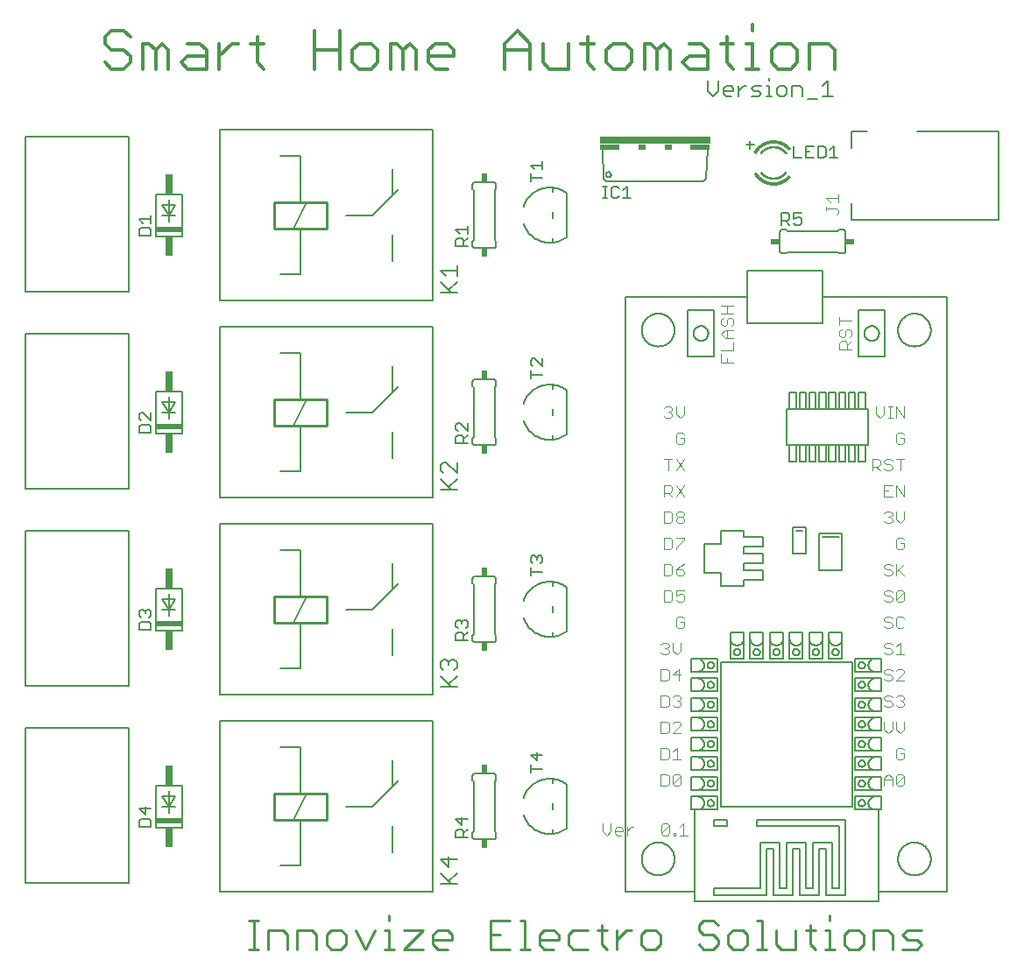
<source format=gbr>
G04 EAGLE Gerber RS-274X export*
G75*
%MOMM*%
%FSLAX34Y34*%
%LPD*%
%INSilkscreen Top*%
%IPPOS*%
%AMOC8*
5,1,8,0,0,1.08239X$1,22.5*%
G01*
%ADD10C,0.254000*%
%ADD11C,0.330200*%
%ADD12C,0.127000*%
%ADD13C,0.101600*%
%ADD14C,0.152400*%
%ADD15R,0.609600X0.863600*%
%ADD16R,2.540000X0.508000*%
%ADD17R,0.762000X1.905000*%
%ADD18C,0.177800*%
%ADD19R,10.668000X0.762000*%
%ADD20R,1.905000X0.508000*%
%ADD21R,0.762000X0.508000*%
%ADD22C,0.203200*%
%ADD23C,0.015238*%
%ADD24C,0.025400*%
%ADD25R,0.863600X0.609600*%


D10*
X267970Y26670D02*
X277291Y26670D01*
X272631Y26670D02*
X272631Y54634D01*
X277291Y54634D02*
X267970Y54634D01*
X286680Y45313D02*
X286680Y26670D01*
X286680Y45313D02*
X300662Y45313D01*
X305323Y40652D01*
X305323Y26670D01*
X314746Y26670D02*
X314746Y45313D01*
X328728Y45313D01*
X333389Y40652D01*
X333389Y26670D01*
X347472Y26670D02*
X356793Y26670D01*
X361454Y31331D01*
X361454Y40652D01*
X356793Y45313D01*
X347472Y45313D01*
X342812Y40652D01*
X342812Y31331D01*
X347472Y26670D01*
X370877Y45313D02*
X380198Y26670D01*
X389520Y45313D01*
X398943Y45313D02*
X403603Y45313D01*
X403603Y26670D01*
X398943Y26670D02*
X408264Y26670D01*
X403603Y54634D02*
X403603Y59295D01*
X417653Y45313D02*
X436296Y45313D01*
X417653Y26670D01*
X436296Y26670D01*
X450379Y26670D02*
X459701Y26670D01*
X450379Y26670D02*
X445719Y31331D01*
X445719Y40652D01*
X450379Y45313D01*
X459701Y45313D01*
X464361Y40652D01*
X464361Y35991D01*
X445719Y35991D01*
X501850Y54634D02*
X520492Y54634D01*
X501850Y54634D02*
X501850Y26670D01*
X520492Y26670D01*
X511171Y40652D02*
X501850Y40652D01*
X529915Y54634D02*
X534576Y54634D01*
X534576Y26670D01*
X529915Y26670D02*
X539237Y26670D01*
X553286Y26670D02*
X562608Y26670D01*
X553286Y26670D02*
X548626Y31331D01*
X548626Y40652D01*
X553286Y45313D01*
X562608Y45313D01*
X567268Y40652D01*
X567268Y35991D01*
X548626Y35991D01*
X581352Y45313D02*
X595334Y45313D01*
X581352Y45313D02*
X576691Y40652D01*
X576691Y31331D01*
X581352Y26670D01*
X595334Y26670D01*
X609417Y31331D02*
X609417Y49973D01*
X609417Y31331D02*
X614078Y26670D01*
X614078Y45313D02*
X604757Y45313D01*
X623467Y45313D02*
X623467Y26670D01*
X623467Y35991D02*
X632788Y45313D01*
X637449Y45313D01*
X651516Y26670D02*
X660837Y26670D01*
X665498Y31331D01*
X665498Y40652D01*
X660837Y45313D01*
X651516Y45313D01*
X646855Y40652D01*
X646855Y31331D01*
X651516Y26670D01*
X716968Y54634D02*
X721629Y49973D01*
X716968Y54634D02*
X707647Y54634D01*
X702986Y49973D01*
X702986Y45313D01*
X707647Y40652D01*
X716968Y40652D01*
X721629Y35991D01*
X721629Y31331D01*
X716968Y26670D01*
X707647Y26670D01*
X702986Y31331D01*
X735712Y26670D02*
X745034Y26670D01*
X749694Y31331D01*
X749694Y40652D01*
X745034Y45313D01*
X735712Y45313D01*
X731052Y40652D01*
X731052Y31331D01*
X735712Y26670D01*
X759117Y54634D02*
X763778Y54634D01*
X763778Y26670D01*
X759117Y26670D02*
X768439Y26670D01*
X777828Y31331D02*
X777828Y45313D01*
X777828Y31331D02*
X782488Y26670D01*
X796470Y26670D01*
X796470Y45313D01*
X810554Y49973D02*
X810554Y31331D01*
X815215Y26670D01*
X815215Y45313D02*
X805893Y45313D01*
X824604Y45313D02*
X829264Y45313D01*
X829264Y26670D01*
X824604Y26670D02*
X833925Y26670D01*
X829264Y54634D02*
X829264Y59295D01*
X847975Y26670D02*
X857296Y26670D01*
X861957Y31331D01*
X861957Y40652D01*
X857296Y45313D01*
X847975Y45313D01*
X843314Y40652D01*
X843314Y31331D01*
X847975Y26670D01*
X871380Y26670D02*
X871380Y45313D01*
X885362Y45313D01*
X890022Y40652D01*
X890022Y26670D01*
X899445Y26670D02*
X913427Y26670D01*
X918088Y31331D01*
X913427Y35991D01*
X904106Y35991D01*
X899445Y40652D01*
X904106Y45313D01*
X918088Y45313D01*
D11*
X153137Y908559D02*
X147016Y914680D01*
X134773Y914680D01*
X128651Y908559D01*
X128651Y902437D01*
X134773Y896316D01*
X147016Y896316D01*
X153137Y890194D01*
X153137Y884073D01*
X147016Y877951D01*
X134773Y877951D01*
X128651Y884073D01*
X165482Y877951D02*
X165482Y902437D01*
X171604Y902437D01*
X177726Y896316D01*
X177726Y877951D01*
X177726Y896316D02*
X183847Y902437D01*
X189969Y896316D01*
X189969Y877951D01*
X208436Y902437D02*
X220679Y902437D01*
X226800Y896316D01*
X226800Y877951D01*
X208436Y877951D01*
X202314Y884073D01*
X208436Y890194D01*
X226800Y890194D01*
X239145Y877951D02*
X239145Y902437D01*
X239145Y890194D02*
X251389Y902437D01*
X257510Y902437D01*
X275960Y908559D02*
X275960Y884073D01*
X282081Y877951D01*
X282081Y902437D02*
X269838Y902437D01*
X331224Y914680D02*
X331224Y877951D01*
X331224Y896316D02*
X355710Y896316D01*
X355710Y914680D02*
X355710Y877951D01*
X374177Y877951D02*
X386420Y877951D01*
X392542Y884073D01*
X392542Y896316D01*
X386420Y902437D01*
X374177Y902437D01*
X368056Y896316D01*
X368056Y884073D01*
X374177Y877951D01*
X404887Y877951D02*
X404887Y902437D01*
X411009Y902437D01*
X417130Y896316D01*
X417130Y877951D01*
X417130Y896316D02*
X423252Y902437D01*
X429373Y896316D01*
X429373Y877951D01*
X447840Y877951D02*
X460083Y877951D01*
X447840Y877951D02*
X441718Y884073D01*
X441718Y896316D01*
X447840Y902437D01*
X460083Y902437D01*
X466205Y896316D01*
X466205Y890194D01*
X441718Y890194D01*
X515381Y877951D02*
X515381Y902437D01*
X527625Y914680D01*
X539868Y902437D01*
X539868Y877951D01*
X539868Y896316D02*
X515381Y896316D01*
X552213Y902437D02*
X552213Y884073D01*
X558334Y877951D01*
X576699Y877951D01*
X576699Y902437D01*
X595166Y908559D02*
X595166Y884073D01*
X601287Y877951D01*
X601287Y902437D02*
X589044Y902437D01*
X619720Y877951D02*
X631963Y877951D01*
X638085Y884073D01*
X638085Y896316D01*
X631963Y902437D01*
X619720Y902437D01*
X613599Y896316D01*
X613599Y884073D01*
X619720Y877951D01*
X650430Y877951D02*
X650430Y902437D01*
X656552Y902437D01*
X662673Y896316D01*
X662673Y877951D01*
X662673Y896316D02*
X668795Y902437D01*
X674916Y896316D01*
X674916Y877951D01*
X693383Y902437D02*
X705626Y902437D01*
X711748Y896316D01*
X711748Y877951D01*
X693383Y877951D01*
X687262Y884073D01*
X693383Y890194D01*
X711748Y890194D01*
X730215Y884073D02*
X730215Y908559D01*
X730215Y884073D02*
X736336Y877951D01*
X736336Y902437D02*
X724093Y902437D01*
X748647Y902437D02*
X754769Y902437D01*
X754769Y877951D01*
X748647Y877951D02*
X760891Y877951D01*
X754769Y914680D02*
X754769Y920802D01*
X779323Y877951D02*
X791566Y877951D01*
X797688Y884073D01*
X797688Y896316D01*
X791566Y902437D01*
X779323Y902437D01*
X773202Y896316D01*
X773202Y884073D01*
X779323Y877951D01*
X810033Y877951D02*
X810033Y902437D01*
X828398Y902437D01*
X834519Y896316D01*
X834519Y877951D01*
D12*
X711835Y866278D02*
X711835Y856449D01*
X716749Y851535D01*
X721663Y856449D01*
X721663Y866278D01*
X729025Y851535D02*
X733939Y851535D01*
X729025Y851535D02*
X726568Y853992D01*
X726568Y858906D01*
X729025Y861363D01*
X733939Y861363D01*
X736396Y858906D01*
X736396Y856449D01*
X726568Y856449D01*
X741300Y851535D02*
X741300Y861363D01*
X741300Y856449D02*
X746214Y861363D01*
X748671Y861363D01*
X753577Y851535D02*
X760949Y851535D01*
X763406Y853992D01*
X760949Y856449D01*
X756034Y856449D01*
X753577Y858906D01*
X756034Y861363D01*
X763406Y861363D01*
X768310Y861363D02*
X770767Y861363D01*
X770767Y851535D01*
X768310Y851535D02*
X773224Y851535D01*
X770767Y866278D02*
X770767Y868735D01*
X780589Y851535D02*
X785503Y851535D01*
X787960Y853992D01*
X787960Y858906D01*
X785503Y861363D01*
X780589Y861363D01*
X778132Y858906D01*
X778132Y853992D01*
X780589Y851535D01*
X792864Y851535D02*
X792864Y861363D01*
X800235Y861363D01*
X802693Y858906D01*
X802693Y851535D01*
X807597Y849078D02*
X817425Y849078D01*
X822329Y861363D02*
X827243Y866278D01*
X827243Y851535D01*
X822329Y851535D02*
X832158Y851535D01*
X876300Y82550D02*
X942975Y82550D01*
X876300Y82550D02*
X876300Y73025D01*
X698500Y73025D01*
X698500Y82550D01*
X631825Y82550D01*
X631825Y657225D01*
X749300Y657225D01*
X749300Y682625D01*
X822325Y682625D02*
X822325Y657225D01*
X942975Y657225D01*
X942975Y82550D01*
X850900Y304800D02*
X723900Y304800D01*
X723900Y165100D01*
X850900Y165100D01*
X850900Y304800D01*
X854075Y174625D02*
X854075Y161925D01*
X854075Y174625D02*
X873125Y174625D01*
X873125Y161925D02*
X854075Y161925D01*
X873125Y161925D02*
X872967Y161927D01*
X872808Y161933D01*
X872650Y161943D01*
X872493Y161957D01*
X872335Y161974D01*
X872179Y161996D01*
X872022Y162021D01*
X871867Y162051D01*
X871712Y162084D01*
X871558Y162121D01*
X871405Y162162D01*
X871253Y162207D01*
X871103Y162256D01*
X870953Y162308D01*
X870805Y162364D01*
X870658Y162424D01*
X870513Y162487D01*
X870370Y162554D01*
X870228Y162624D01*
X870088Y162698D01*
X869950Y162776D01*
X869814Y162857D01*
X869680Y162941D01*
X869548Y163028D01*
X869418Y163119D01*
X869291Y163213D01*
X869166Y163310D01*
X869043Y163411D01*
X868923Y163514D01*
X868806Y163620D01*
X868691Y163729D01*
X868579Y163841D01*
X868470Y163956D01*
X868364Y164073D01*
X868261Y164193D01*
X868160Y164316D01*
X868063Y164441D01*
X867969Y164568D01*
X867878Y164698D01*
X867791Y164830D01*
X867707Y164964D01*
X867626Y165100D01*
X867548Y165238D01*
X867474Y165378D01*
X867404Y165520D01*
X867337Y165663D01*
X867274Y165808D01*
X867214Y165955D01*
X867158Y166103D01*
X867106Y166253D01*
X867057Y166403D01*
X867012Y166555D01*
X866971Y166708D01*
X866934Y166862D01*
X866901Y167017D01*
X866871Y167172D01*
X866846Y167329D01*
X866824Y167485D01*
X866807Y167643D01*
X866793Y167800D01*
X866783Y167958D01*
X866777Y168117D01*
X866775Y168275D01*
X866777Y168433D01*
X866783Y168592D01*
X866793Y168750D01*
X866807Y168907D01*
X866824Y169065D01*
X866846Y169221D01*
X866871Y169378D01*
X866901Y169533D01*
X866934Y169688D01*
X866971Y169842D01*
X867012Y169995D01*
X867057Y170147D01*
X867106Y170297D01*
X867158Y170447D01*
X867214Y170595D01*
X867274Y170742D01*
X867337Y170887D01*
X867404Y171030D01*
X867474Y171172D01*
X867548Y171312D01*
X867626Y171450D01*
X867707Y171586D01*
X867791Y171720D01*
X867878Y171852D01*
X867969Y171982D01*
X868063Y172109D01*
X868160Y172234D01*
X868261Y172357D01*
X868364Y172477D01*
X868470Y172594D01*
X868579Y172709D01*
X868691Y172821D01*
X868806Y172930D01*
X868923Y173036D01*
X869043Y173139D01*
X869166Y173240D01*
X869291Y173337D01*
X869418Y173431D01*
X869548Y173522D01*
X869680Y173609D01*
X869814Y173693D01*
X869950Y173774D01*
X870088Y173852D01*
X870228Y173926D01*
X870370Y173996D01*
X870513Y174063D01*
X870658Y174126D01*
X870805Y174186D01*
X870953Y174242D01*
X871103Y174294D01*
X871253Y174343D01*
X871405Y174388D01*
X871558Y174429D01*
X871712Y174466D01*
X871867Y174499D01*
X872022Y174529D01*
X872179Y174554D01*
X872335Y174576D01*
X872493Y174593D01*
X872650Y174607D01*
X872808Y174617D01*
X872967Y174623D01*
X873125Y174625D01*
X879475Y174625D01*
X879475Y161925D01*
X876300Y161925D01*
X873125Y161925D01*
X854075Y180975D02*
X854075Y193675D01*
X873125Y193675D01*
X873125Y180975D02*
X854075Y180975D01*
X873125Y180975D02*
X872967Y180977D01*
X872808Y180983D01*
X872650Y180993D01*
X872493Y181007D01*
X872335Y181024D01*
X872179Y181046D01*
X872022Y181071D01*
X871867Y181101D01*
X871712Y181134D01*
X871558Y181171D01*
X871405Y181212D01*
X871253Y181257D01*
X871103Y181306D01*
X870953Y181358D01*
X870805Y181414D01*
X870658Y181474D01*
X870513Y181537D01*
X870370Y181604D01*
X870228Y181674D01*
X870088Y181748D01*
X869950Y181826D01*
X869814Y181907D01*
X869680Y181991D01*
X869548Y182078D01*
X869418Y182169D01*
X869291Y182263D01*
X869166Y182360D01*
X869043Y182461D01*
X868923Y182564D01*
X868806Y182670D01*
X868691Y182779D01*
X868579Y182891D01*
X868470Y183006D01*
X868364Y183123D01*
X868261Y183243D01*
X868160Y183366D01*
X868063Y183491D01*
X867969Y183618D01*
X867878Y183748D01*
X867791Y183880D01*
X867707Y184014D01*
X867626Y184150D01*
X867548Y184288D01*
X867474Y184428D01*
X867404Y184570D01*
X867337Y184713D01*
X867274Y184858D01*
X867214Y185005D01*
X867158Y185153D01*
X867106Y185303D01*
X867057Y185453D01*
X867012Y185605D01*
X866971Y185758D01*
X866934Y185912D01*
X866901Y186067D01*
X866871Y186222D01*
X866846Y186379D01*
X866824Y186535D01*
X866807Y186693D01*
X866793Y186850D01*
X866783Y187008D01*
X866777Y187167D01*
X866775Y187325D01*
X866777Y187483D01*
X866783Y187642D01*
X866793Y187800D01*
X866807Y187957D01*
X866824Y188115D01*
X866846Y188271D01*
X866871Y188428D01*
X866901Y188583D01*
X866934Y188738D01*
X866971Y188892D01*
X867012Y189045D01*
X867057Y189197D01*
X867106Y189347D01*
X867158Y189497D01*
X867214Y189645D01*
X867274Y189792D01*
X867337Y189937D01*
X867404Y190080D01*
X867474Y190222D01*
X867548Y190362D01*
X867626Y190500D01*
X867707Y190636D01*
X867791Y190770D01*
X867878Y190902D01*
X867969Y191032D01*
X868063Y191159D01*
X868160Y191284D01*
X868261Y191407D01*
X868364Y191527D01*
X868470Y191644D01*
X868579Y191759D01*
X868691Y191871D01*
X868806Y191980D01*
X868923Y192086D01*
X869043Y192189D01*
X869166Y192290D01*
X869291Y192387D01*
X869418Y192481D01*
X869548Y192572D01*
X869680Y192659D01*
X869814Y192743D01*
X869950Y192824D01*
X870088Y192902D01*
X870228Y192976D01*
X870370Y193046D01*
X870513Y193113D01*
X870658Y193176D01*
X870805Y193236D01*
X870953Y193292D01*
X871103Y193344D01*
X871253Y193393D01*
X871405Y193438D01*
X871558Y193479D01*
X871712Y193516D01*
X871867Y193549D01*
X872022Y193579D01*
X872179Y193604D01*
X872335Y193626D01*
X872493Y193643D01*
X872650Y193657D01*
X872808Y193667D01*
X872967Y193673D01*
X873125Y193675D01*
X879475Y193675D01*
X879475Y180975D01*
X873125Y180975D01*
X854075Y200025D02*
X854075Y212725D01*
X873125Y212725D01*
X873125Y200025D02*
X854075Y200025D01*
X873125Y200025D02*
X872967Y200027D01*
X872808Y200033D01*
X872650Y200043D01*
X872493Y200057D01*
X872335Y200074D01*
X872179Y200096D01*
X872022Y200121D01*
X871867Y200151D01*
X871712Y200184D01*
X871558Y200221D01*
X871405Y200262D01*
X871253Y200307D01*
X871103Y200356D01*
X870953Y200408D01*
X870805Y200464D01*
X870658Y200524D01*
X870513Y200587D01*
X870370Y200654D01*
X870228Y200724D01*
X870088Y200798D01*
X869950Y200876D01*
X869814Y200957D01*
X869680Y201041D01*
X869548Y201128D01*
X869418Y201219D01*
X869291Y201313D01*
X869166Y201410D01*
X869043Y201511D01*
X868923Y201614D01*
X868806Y201720D01*
X868691Y201829D01*
X868579Y201941D01*
X868470Y202056D01*
X868364Y202173D01*
X868261Y202293D01*
X868160Y202416D01*
X868063Y202541D01*
X867969Y202668D01*
X867878Y202798D01*
X867791Y202930D01*
X867707Y203064D01*
X867626Y203200D01*
X867548Y203338D01*
X867474Y203478D01*
X867404Y203620D01*
X867337Y203763D01*
X867274Y203908D01*
X867214Y204055D01*
X867158Y204203D01*
X867106Y204353D01*
X867057Y204503D01*
X867012Y204655D01*
X866971Y204808D01*
X866934Y204962D01*
X866901Y205117D01*
X866871Y205272D01*
X866846Y205429D01*
X866824Y205585D01*
X866807Y205743D01*
X866793Y205900D01*
X866783Y206058D01*
X866777Y206217D01*
X866775Y206375D01*
X866777Y206533D01*
X866783Y206692D01*
X866793Y206850D01*
X866807Y207007D01*
X866824Y207165D01*
X866846Y207321D01*
X866871Y207478D01*
X866901Y207633D01*
X866934Y207788D01*
X866971Y207942D01*
X867012Y208095D01*
X867057Y208247D01*
X867106Y208397D01*
X867158Y208547D01*
X867214Y208695D01*
X867274Y208842D01*
X867337Y208987D01*
X867404Y209130D01*
X867474Y209272D01*
X867548Y209412D01*
X867626Y209550D01*
X867707Y209686D01*
X867791Y209820D01*
X867878Y209952D01*
X867969Y210082D01*
X868063Y210209D01*
X868160Y210334D01*
X868261Y210457D01*
X868364Y210577D01*
X868470Y210694D01*
X868579Y210809D01*
X868691Y210921D01*
X868806Y211030D01*
X868923Y211136D01*
X869043Y211239D01*
X869166Y211340D01*
X869291Y211437D01*
X869418Y211531D01*
X869548Y211622D01*
X869680Y211709D01*
X869814Y211793D01*
X869950Y211874D01*
X870088Y211952D01*
X870228Y212026D01*
X870370Y212096D01*
X870513Y212163D01*
X870658Y212226D01*
X870805Y212286D01*
X870953Y212342D01*
X871103Y212394D01*
X871253Y212443D01*
X871405Y212488D01*
X871558Y212529D01*
X871712Y212566D01*
X871867Y212599D01*
X872022Y212629D01*
X872179Y212654D01*
X872335Y212676D01*
X872493Y212693D01*
X872650Y212707D01*
X872808Y212717D01*
X872967Y212723D01*
X873125Y212725D01*
X879475Y212725D01*
X879475Y200025D01*
X873125Y200025D01*
X854075Y219075D02*
X854075Y231775D01*
X873125Y231775D01*
X873125Y219075D02*
X854075Y219075D01*
X873125Y219075D02*
X872967Y219077D01*
X872808Y219083D01*
X872650Y219093D01*
X872493Y219107D01*
X872335Y219124D01*
X872179Y219146D01*
X872022Y219171D01*
X871867Y219201D01*
X871712Y219234D01*
X871558Y219271D01*
X871405Y219312D01*
X871253Y219357D01*
X871103Y219406D01*
X870953Y219458D01*
X870805Y219514D01*
X870658Y219574D01*
X870513Y219637D01*
X870370Y219704D01*
X870228Y219774D01*
X870088Y219848D01*
X869950Y219926D01*
X869814Y220007D01*
X869680Y220091D01*
X869548Y220178D01*
X869418Y220269D01*
X869291Y220363D01*
X869166Y220460D01*
X869043Y220561D01*
X868923Y220664D01*
X868806Y220770D01*
X868691Y220879D01*
X868579Y220991D01*
X868470Y221106D01*
X868364Y221223D01*
X868261Y221343D01*
X868160Y221466D01*
X868063Y221591D01*
X867969Y221718D01*
X867878Y221848D01*
X867791Y221980D01*
X867707Y222114D01*
X867626Y222250D01*
X867548Y222388D01*
X867474Y222528D01*
X867404Y222670D01*
X867337Y222813D01*
X867274Y222958D01*
X867214Y223105D01*
X867158Y223253D01*
X867106Y223403D01*
X867057Y223553D01*
X867012Y223705D01*
X866971Y223858D01*
X866934Y224012D01*
X866901Y224167D01*
X866871Y224322D01*
X866846Y224479D01*
X866824Y224635D01*
X866807Y224793D01*
X866793Y224950D01*
X866783Y225108D01*
X866777Y225267D01*
X866775Y225425D01*
X866777Y225583D01*
X866783Y225742D01*
X866793Y225900D01*
X866807Y226057D01*
X866824Y226215D01*
X866846Y226371D01*
X866871Y226528D01*
X866901Y226683D01*
X866934Y226838D01*
X866971Y226992D01*
X867012Y227145D01*
X867057Y227297D01*
X867106Y227447D01*
X867158Y227597D01*
X867214Y227745D01*
X867274Y227892D01*
X867337Y228037D01*
X867404Y228180D01*
X867474Y228322D01*
X867548Y228462D01*
X867626Y228600D01*
X867707Y228736D01*
X867791Y228870D01*
X867878Y229002D01*
X867969Y229132D01*
X868063Y229259D01*
X868160Y229384D01*
X868261Y229507D01*
X868364Y229627D01*
X868470Y229744D01*
X868579Y229859D01*
X868691Y229971D01*
X868806Y230080D01*
X868923Y230186D01*
X869043Y230289D01*
X869166Y230390D01*
X869291Y230487D01*
X869418Y230581D01*
X869548Y230672D01*
X869680Y230759D01*
X869814Y230843D01*
X869950Y230924D01*
X870088Y231002D01*
X870228Y231076D01*
X870370Y231146D01*
X870513Y231213D01*
X870658Y231276D01*
X870805Y231336D01*
X870953Y231392D01*
X871103Y231444D01*
X871253Y231493D01*
X871405Y231538D01*
X871558Y231579D01*
X871712Y231616D01*
X871867Y231649D01*
X872022Y231679D01*
X872179Y231704D01*
X872335Y231726D01*
X872493Y231743D01*
X872650Y231757D01*
X872808Y231767D01*
X872967Y231773D01*
X873125Y231775D01*
X879475Y231775D01*
X879475Y219075D01*
X873125Y219075D01*
X854075Y238125D02*
X854075Y250825D01*
X873125Y250825D01*
X873125Y238125D02*
X854075Y238125D01*
X873125Y238125D02*
X872967Y238127D01*
X872808Y238133D01*
X872650Y238143D01*
X872493Y238157D01*
X872335Y238174D01*
X872179Y238196D01*
X872022Y238221D01*
X871867Y238251D01*
X871712Y238284D01*
X871558Y238321D01*
X871405Y238362D01*
X871253Y238407D01*
X871103Y238456D01*
X870953Y238508D01*
X870805Y238564D01*
X870658Y238624D01*
X870513Y238687D01*
X870370Y238754D01*
X870228Y238824D01*
X870088Y238898D01*
X869950Y238976D01*
X869814Y239057D01*
X869680Y239141D01*
X869548Y239228D01*
X869418Y239319D01*
X869291Y239413D01*
X869166Y239510D01*
X869043Y239611D01*
X868923Y239714D01*
X868806Y239820D01*
X868691Y239929D01*
X868579Y240041D01*
X868470Y240156D01*
X868364Y240273D01*
X868261Y240393D01*
X868160Y240516D01*
X868063Y240641D01*
X867969Y240768D01*
X867878Y240898D01*
X867791Y241030D01*
X867707Y241164D01*
X867626Y241300D01*
X867548Y241438D01*
X867474Y241578D01*
X867404Y241720D01*
X867337Y241863D01*
X867274Y242008D01*
X867214Y242155D01*
X867158Y242303D01*
X867106Y242453D01*
X867057Y242603D01*
X867012Y242755D01*
X866971Y242908D01*
X866934Y243062D01*
X866901Y243217D01*
X866871Y243372D01*
X866846Y243529D01*
X866824Y243685D01*
X866807Y243843D01*
X866793Y244000D01*
X866783Y244158D01*
X866777Y244317D01*
X866775Y244475D01*
X866777Y244633D01*
X866783Y244792D01*
X866793Y244950D01*
X866807Y245107D01*
X866824Y245265D01*
X866846Y245421D01*
X866871Y245578D01*
X866901Y245733D01*
X866934Y245888D01*
X866971Y246042D01*
X867012Y246195D01*
X867057Y246347D01*
X867106Y246497D01*
X867158Y246647D01*
X867214Y246795D01*
X867274Y246942D01*
X867337Y247087D01*
X867404Y247230D01*
X867474Y247372D01*
X867548Y247512D01*
X867626Y247650D01*
X867707Y247786D01*
X867791Y247920D01*
X867878Y248052D01*
X867969Y248182D01*
X868063Y248309D01*
X868160Y248434D01*
X868261Y248557D01*
X868364Y248677D01*
X868470Y248794D01*
X868579Y248909D01*
X868691Y249021D01*
X868806Y249130D01*
X868923Y249236D01*
X869043Y249339D01*
X869166Y249440D01*
X869291Y249537D01*
X869418Y249631D01*
X869548Y249722D01*
X869680Y249809D01*
X869814Y249893D01*
X869950Y249974D01*
X870088Y250052D01*
X870228Y250126D01*
X870370Y250196D01*
X870513Y250263D01*
X870658Y250326D01*
X870805Y250386D01*
X870953Y250442D01*
X871103Y250494D01*
X871253Y250543D01*
X871405Y250588D01*
X871558Y250629D01*
X871712Y250666D01*
X871867Y250699D01*
X872022Y250729D01*
X872179Y250754D01*
X872335Y250776D01*
X872493Y250793D01*
X872650Y250807D01*
X872808Y250817D01*
X872967Y250823D01*
X873125Y250825D01*
X879475Y250825D01*
X879475Y238125D01*
X873125Y238125D01*
X854075Y257175D02*
X854075Y269875D01*
X873125Y269875D01*
X873125Y257175D02*
X854075Y257175D01*
X873125Y257175D02*
X872967Y257177D01*
X872808Y257183D01*
X872650Y257193D01*
X872493Y257207D01*
X872335Y257224D01*
X872179Y257246D01*
X872022Y257271D01*
X871867Y257301D01*
X871712Y257334D01*
X871558Y257371D01*
X871405Y257412D01*
X871253Y257457D01*
X871103Y257506D01*
X870953Y257558D01*
X870805Y257614D01*
X870658Y257674D01*
X870513Y257737D01*
X870370Y257804D01*
X870228Y257874D01*
X870088Y257948D01*
X869950Y258026D01*
X869814Y258107D01*
X869680Y258191D01*
X869548Y258278D01*
X869418Y258369D01*
X869291Y258463D01*
X869166Y258560D01*
X869043Y258661D01*
X868923Y258764D01*
X868806Y258870D01*
X868691Y258979D01*
X868579Y259091D01*
X868470Y259206D01*
X868364Y259323D01*
X868261Y259443D01*
X868160Y259566D01*
X868063Y259691D01*
X867969Y259818D01*
X867878Y259948D01*
X867791Y260080D01*
X867707Y260214D01*
X867626Y260350D01*
X867548Y260488D01*
X867474Y260628D01*
X867404Y260770D01*
X867337Y260913D01*
X867274Y261058D01*
X867214Y261205D01*
X867158Y261353D01*
X867106Y261503D01*
X867057Y261653D01*
X867012Y261805D01*
X866971Y261958D01*
X866934Y262112D01*
X866901Y262267D01*
X866871Y262422D01*
X866846Y262579D01*
X866824Y262735D01*
X866807Y262893D01*
X866793Y263050D01*
X866783Y263208D01*
X866777Y263367D01*
X866775Y263525D01*
X866777Y263683D01*
X866783Y263842D01*
X866793Y264000D01*
X866807Y264157D01*
X866824Y264315D01*
X866846Y264471D01*
X866871Y264628D01*
X866901Y264783D01*
X866934Y264938D01*
X866971Y265092D01*
X867012Y265245D01*
X867057Y265397D01*
X867106Y265547D01*
X867158Y265697D01*
X867214Y265845D01*
X867274Y265992D01*
X867337Y266137D01*
X867404Y266280D01*
X867474Y266422D01*
X867548Y266562D01*
X867626Y266700D01*
X867707Y266836D01*
X867791Y266970D01*
X867878Y267102D01*
X867969Y267232D01*
X868063Y267359D01*
X868160Y267484D01*
X868261Y267607D01*
X868364Y267727D01*
X868470Y267844D01*
X868579Y267959D01*
X868691Y268071D01*
X868806Y268180D01*
X868923Y268286D01*
X869043Y268389D01*
X869166Y268490D01*
X869291Y268587D01*
X869418Y268681D01*
X869548Y268772D01*
X869680Y268859D01*
X869814Y268943D01*
X869950Y269024D01*
X870088Y269102D01*
X870228Y269176D01*
X870370Y269246D01*
X870513Y269313D01*
X870658Y269376D01*
X870805Y269436D01*
X870953Y269492D01*
X871103Y269544D01*
X871253Y269593D01*
X871405Y269638D01*
X871558Y269679D01*
X871712Y269716D01*
X871867Y269749D01*
X872022Y269779D01*
X872179Y269804D01*
X872335Y269826D01*
X872493Y269843D01*
X872650Y269857D01*
X872808Y269867D01*
X872967Y269873D01*
X873125Y269875D01*
X879475Y269875D01*
X879475Y257175D01*
X873125Y257175D01*
X854075Y276225D02*
X854075Y288925D01*
X873125Y288925D01*
X873125Y276225D02*
X854075Y276225D01*
X873125Y276225D02*
X872967Y276227D01*
X872808Y276233D01*
X872650Y276243D01*
X872493Y276257D01*
X872335Y276274D01*
X872179Y276296D01*
X872022Y276321D01*
X871867Y276351D01*
X871712Y276384D01*
X871558Y276421D01*
X871405Y276462D01*
X871253Y276507D01*
X871103Y276556D01*
X870953Y276608D01*
X870805Y276664D01*
X870658Y276724D01*
X870513Y276787D01*
X870370Y276854D01*
X870228Y276924D01*
X870088Y276998D01*
X869950Y277076D01*
X869814Y277157D01*
X869680Y277241D01*
X869548Y277328D01*
X869418Y277419D01*
X869291Y277513D01*
X869166Y277610D01*
X869043Y277711D01*
X868923Y277814D01*
X868806Y277920D01*
X868691Y278029D01*
X868579Y278141D01*
X868470Y278256D01*
X868364Y278373D01*
X868261Y278493D01*
X868160Y278616D01*
X868063Y278741D01*
X867969Y278868D01*
X867878Y278998D01*
X867791Y279130D01*
X867707Y279264D01*
X867626Y279400D01*
X867548Y279538D01*
X867474Y279678D01*
X867404Y279820D01*
X867337Y279963D01*
X867274Y280108D01*
X867214Y280255D01*
X867158Y280403D01*
X867106Y280553D01*
X867057Y280703D01*
X867012Y280855D01*
X866971Y281008D01*
X866934Y281162D01*
X866901Y281317D01*
X866871Y281472D01*
X866846Y281629D01*
X866824Y281785D01*
X866807Y281943D01*
X866793Y282100D01*
X866783Y282258D01*
X866777Y282417D01*
X866775Y282575D01*
X866777Y282733D01*
X866783Y282892D01*
X866793Y283050D01*
X866807Y283207D01*
X866824Y283365D01*
X866846Y283521D01*
X866871Y283678D01*
X866901Y283833D01*
X866934Y283988D01*
X866971Y284142D01*
X867012Y284295D01*
X867057Y284447D01*
X867106Y284597D01*
X867158Y284747D01*
X867214Y284895D01*
X867274Y285042D01*
X867337Y285187D01*
X867404Y285330D01*
X867474Y285472D01*
X867548Y285612D01*
X867626Y285750D01*
X867707Y285886D01*
X867791Y286020D01*
X867878Y286152D01*
X867969Y286282D01*
X868063Y286409D01*
X868160Y286534D01*
X868261Y286657D01*
X868364Y286777D01*
X868470Y286894D01*
X868579Y287009D01*
X868691Y287121D01*
X868806Y287230D01*
X868923Y287336D01*
X869043Y287439D01*
X869166Y287540D01*
X869291Y287637D01*
X869418Y287731D01*
X869548Y287822D01*
X869680Y287909D01*
X869814Y287993D01*
X869950Y288074D01*
X870088Y288152D01*
X870228Y288226D01*
X870370Y288296D01*
X870513Y288363D01*
X870658Y288426D01*
X870805Y288486D01*
X870953Y288542D01*
X871103Y288594D01*
X871253Y288643D01*
X871405Y288688D01*
X871558Y288729D01*
X871712Y288766D01*
X871867Y288799D01*
X872022Y288829D01*
X872179Y288854D01*
X872335Y288876D01*
X872493Y288893D01*
X872650Y288907D01*
X872808Y288917D01*
X872967Y288923D01*
X873125Y288925D01*
X879475Y288925D01*
X879475Y276225D01*
X873125Y276225D01*
X854075Y295275D02*
X854075Y307975D01*
X873125Y307975D01*
X873125Y295275D02*
X854075Y295275D01*
X873125Y295275D02*
X872967Y295277D01*
X872808Y295283D01*
X872650Y295293D01*
X872493Y295307D01*
X872335Y295324D01*
X872179Y295346D01*
X872022Y295371D01*
X871867Y295401D01*
X871712Y295434D01*
X871558Y295471D01*
X871405Y295512D01*
X871253Y295557D01*
X871103Y295606D01*
X870953Y295658D01*
X870805Y295714D01*
X870658Y295774D01*
X870513Y295837D01*
X870370Y295904D01*
X870228Y295974D01*
X870088Y296048D01*
X869950Y296126D01*
X869814Y296207D01*
X869680Y296291D01*
X869548Y296378D01*
X869418Y296469D01*
X869291Y296563D01*
X869166Y296660D01*
X869043Y296761D01*
X868923Y296864D01*
X868806Y296970D01*
X868691Y297079D01*
X868579Y297191D01*
X868470Y297306D01*
X868364Y297423D01*
X868261Y297543D01*
X868160Y297666D01*
X868063Y297791D01*
X867969Y297918D01*
X867878Y298048D01*
X867791Y298180D01*
X867707Y298314D01*
X867626Y298450D01*
X867548Y298588D01*
X867474Y298728D01*
X867404Y298870D01*
X867337Y299013D01*
X867274Y299158D01*
X867214Y299305D01*
X867158Y299453D01*
X867106Y299603D01*
X867057Y299753D01*
X867012Y299905D01*
X866971Y300058D01*
X866934Y300212D01*
X866901Y300367D01*
X866871Y300522D01*
X866846Y300679D01*
X866824Y300835D01*
X866807Y300993D01*
X866793Y301150D01*
X866783Y301308D01*
X866777Y301467D01*
X866775Y301625D01*
X866777Y301783D01*
X866783Y301942D01*
X866793Y302100D01*
X866807Y302257D01*
X866824Y302415D01*
X866846Y302571D01*
X866871Y302728D01*
X866901Y302883D01*
X866934Y303038D01*
X866971Y303192D01*
X867012Y303345D01*
X867057Y303497D01*
X867106Y303647D01*
X867158Y303797D01*
X867214Y303945D01*
X867274Y304092D01*
X867337Y304237D01*
X867404Y304380D01*
X867474Y304522D01*
X867548Y304662D01*
X867626Y304800D01*
X867707Y304936D01*
X867791Y305070D01*
X867878Y305202D01*
X867969Y305332D01*
X868063Y305459D01*
X868160Y305584D01*
X868261Y305707D01*
X868364Y305827D01*
X868470Y305944D01*
X868579Y306059D01*
X868691Y306171D01*
X868806Y306280D01*
X868923Y306386D01*
X869043Y306489D01*
X869166Y306590D01*
X869291Y306687D01*
X869418Y306781D01*
X869548Y306872D01*
X869680Y306959D01*
X869814Y307043D01*
X869950Y307124D01*
X870088Y307202D01*
X870228Y307276D01*
X870370Y307346D01*
X870513Y307413D01*
X870658Y307476D01*
X870805Y307536D01*
X870953Y307592D01*
X871103Y307644D01*
X871253Y307693D01*
X871405Y307738D01*
X871558Y307779D01*
X871712Y307816D01*
X871867Y307849D01*
X872022Y307879D01*
X872179Y307904D01*
X872335Y307926D01*
X872493Y307943D01*
X872650Y307957D01*
X872808Y307967D01*
X872967Y307973D01*
X873125Y307975D01*
X879475Y307975D01*
X879475Y295275D01*
X873125Y295275D01*
X720725Y295275D02*
X720725Y307975D01*
X720725Y295275D02*
X701675Y295275D01*
X701833Y295277D01*
X701992Y295283D01*
X702150Y295293D01*
X702307Y295307D01*
X702465Y295324D01*
X702621Y295346D01*
X702778Y295371D01*
X702933Y295401D01*
X703088Y295434D01*
X703242Y295471D01*
X703395Y295512D01*
X703547Y295557D01*
X703697Y295606D01*
X703847Y295658D01*
X703995Y295714D01*
X704142Y295774D01*
X704287Y295837D01*
X704430Y295904D01*
X704572Y295974D01*
X704712Y296048D01*
X704850Y296126D01*
X704986Y296207D01*
X705120Y296291D01*
X705252Y296378D01*
X705382Y296469D01*
X705509Y296563D01*
X705634Y296660D01*
X705757Y296761D01*
X705877Y296864D01*
X705994Y296970D01*
X706109Y297079D01*
X706221Y297191D01*
X706330Y297306D01*
X706436Y297423D01*
X706539Y297543D01*
X706640Y297666D01*
X706737Y297791D01*
X706831Y297918D01*
X706922Y298048D01*
X707009Y298180D01*
X707093Y298314D01*
X707174Y298450D01*
X707252Y298588D01*
X707326Y298728D01*
X707396Y298870D01*
X707463Y299013D01*
X707526Y299158D01*
X707586Y299305D01*
X707642Y299453D01*
X707694Y299603D01*
X707743Y299753D01*
X707788Y299905D01*
X707829Y300058D01*
X707866Y300212D01*
X707899Y300367D01*
X707929Y300522D01*
X707954Y300679D01*
X707976Y300835D01*
X707993Y300993D01*
X708007Y301150D01*
X708017Y301308D01*
X708023Y301467D01*
X708025Y301625D01*
X708023Y301783D01*
X708017Y301942D01*
X708007Y302100D01*
X707993Y302257D01*
X707976Y302415D01*
X707954Y302571D01*
X707929Y302728D01*
X707899Y302883D01*
X707866Y303038D01*
X707829Y303192D01*
X707788Y303345D01*
X707743Y303497D01*
X707694Y303647D01*
X707642Y303797D01*
X707586Y303945D01*
X707526Y304092D01*
X707463Y304237D01*
X707396Y304380D01*
X707326Y304522D01*
X707252Y304662D01*
X707174Y304800D01*
X707093Y304936D01*
X707009Y305070D01*
X706922Y305202D01*
X706831Y305332D01*
X706737Y305459D01*
X706640Y305584D01*
X706539Y305707D01*
X706436Y305827D01*
X706330Y305944D01*
X706221Y306059D01*
X706109Y306171D01*
X705994Y306280D01*
X705877Y306386D01*
X705757Y306489D01*
X705634Y306590D01*
X705509Y306687D01*
X705382Y306781D01*
X705252Y306872D01*
X705120Y306959D01*
X704986Y307043D01*
X704850Y307124D01*
X704712Y307202D01*
X704572Y307276D01*
X704430Y307346D01*
X704287Y307413D01*
X704142Y307476D01*
X703995Y307536D01*
X703847Y307592D01*
X703697Y307644D01*
X703547Y307693D01*
X703395Y307738D01*
X703242Y307779D01*
X703088Y307816D01*
X702933Y307849D01*
X702778Y307879D01*
X702621Y307904D01*
X702465Y307926D01*
X702307Y307943D01*
X702150Y307957D01*
X701992Y307967D01*
X701833Y307973D01*
X701675Y307975D01*
X701675Y295275D02*
X695325Y295275D01*
X695325Y307975D01*
X701675Y307975D01*
X720725Y288925D02*
X720725Y276225D01*
X701675Y276225D01*
X701675Y288925D02*
X720725Y288925D01*
X701675Y288925D02*
X701833Y288923D01*
X701992Y288917D01*
X702150Y288907D01*
X702307Y288893D01*
X702465Y288876D01*
X702621Y288854D01*
X702778Y288829D01*
X702933Y288799D01*
X703088Y288766D01*
X703242Y288729D01*
X703395Y288688D01*
X703547Y288643D01*
X703697Y288594D01*
X703847Y288542D01*
X703995Y288486D01*
X704142Y288426D01*
X704287Y288363D01*
X704430Y288296D01*
X704572Y288226D01*
X704712Y288152D01*
X704850Y288074D01*
X704986Y287993D01*
X705120Y287909D01*
X705252Y287822D01*
X705382Y287731D01*
X705509Y287637D01*
X705634Y287540D01*
X705757Y287439D01*
X705877Y287336D01*
X705994Y287230D01*
X706109Y287121D01*
X706221Y287009D01*
X706330Y286894D01*
X706436Y286777D01*
X706539Y286657D01*
X706640Y286534D01*
X706737Y286409D01*
X706831Y286282D01*
X706922Y286152D01*
X707009Y286020D01*
X707093Y285886D01*
X707174Y285750D01*
X707252Y285612D01*
X707326Y285472D01*
X707396Y285330D01*
X707463Y285187D01*
X707526Y285042D01*
X707586Y284895D01*
X707642Y284747D01*
X707694Y284597D01*
X707743Y284447D01*
X707788Y284295D01*
X707829Y284142D01*
X707866Y283988D01*
X707899Y283833D01*
X707929Y283678D01*
X707954Y283521D01*
X707976Y283365D01*
X707993Y283207D01*
X708007Y283050D01*
X708017Y282892D01*
X708023Y282733D01*
X708025Y282575D01*
X708023Y282417D01*
X708017Y282258D01*
X708007Y282100D01*
X707993Y281943D01*
X707976Y281785D01*
X707954Y281629D01*
X707929Y281472D01*
X707899Y281317D01*
X707866Y281162D01*
X707829Y281008D01*
X707788Y280855D01*
X707743Y280703D01*
X707694Y280553D01*
X707642Y280403D01*
X707586Y280255D01*
X707526Y280108D01*
X707463Y279963D01*
X707396Y279820D01*
X707326Y279678D01*
X707252Y279538D01*
X707174Y279400D01*
X707093Y279264D01*
X707009Y279130D01*
X706922Y278998D01*
X706831Y278868D01*
X706737Y278741D01*
X706640Y278616D01*
X706539Y278493D01*
X706436Y278373D01*
X706330Y278256D01*
X706221Y278141D01*
X706109Y278029D01*
X705994Y277920D01*
X705877Y277814D01*
X705757Y277711D01*
X705634Y277610D01*
X705509Y277513D01*
X705382Y277419D01*
X705252Y277328D01*
X705120Y277241D01*
X704986Y277157D01*
X704850Y277076D01*
X704712Y276998D01*
X704572Y276924D01*
X704430Y276854D01*
X704287Y276787D01*
X704142Y276724D01*
X703995Y276664D01*
X703847Y276608D01*
X703697Y276556D01*
X703547Y276507D01*
X703395Y276462D01*
X703242Y276421D01*
X703088Y276384D01*
X702933Y276351D01*
X702778Y276321D01*
X702621Y276296D01*
X702465Y276274D01*
X702307Y276257D01*
X702150Y276243D01*
X701992Y276233D01*
X701833Y276227D01*
X701675Y276225D01*
X695325Y276225D01*
X695325Y288925D01*
X701675Y288925D01*
X720725Y269875D02*
X720725Y257175D01*
X701675Y257175D01*
X701675Y269875D02*
X720725Y269875D01*
X701675Y269875D02*
X701833Y269873D01*
X701992Y269867D01*
X702150Y269857D01*
X702307Y269843D01*
X702465Y269826D01*
X702621Y269804D01*
X702778Y269779D01*
X702933Y269749D01*
X703088Y269716D01*
X703242Y269679D01*
X703395Y269638D01*
X703547Y269593D01*
X703697Y269544D01*
X703847Y269492D01*
X703995Y269436D01*
X704142Y269376D01*
X704287Y269313D01*
X704430Y269246D01*
X704572Y269176D01*
X704712Y269102D01*
X704850Y269024D01*
X704986Y268943D01*
X705120Y268859D01*
X705252Y268772D01*
X705382Y268681D01*
X705509Y268587D01*
X705634Y268490D01*
X705757Y268389D01*
X705877Y268286D01*
X705994Y268180D01*
X706109Y268071D01*
X706221Y267959D01*
X706330Y267844D01*
X706436Y267727D01*
X706539Y267607D01*
X706640Y267484D01*
X706737Y267359D01*
X706831Y267232D01*
X706922Y267102D01*
X707009Y266970D01*
X707093Y266836D01*
X707174Y266700D01*
X707252Y266562D01*
X707326Y266422D01*
X707396Y266280D01*
X707463Y266137D01*
X707526Y265992D01*
X707586Y265845D01*
X707642Y265697D01*
X707694Y265547D01*
X707743Y265397D01*
X707788Y265245D01*
X707829Y265092D01*
X707866Y264938D01*
X707899Y264783D01*
X707929Y264628D01*
X707954Y264471D01*
X707976Y264315D01*
X707993Y264157D01*
X708007Y264000D01*
X708017Y263842D01*
X708023Y263683D01*
X708025Y263525D01*
X708023Y263367D01*
X708017Y263208D01*
X708007Y263050D01*
X707993Y262893D01*
X707976Y262735D01*
X707954Y262579D01*
X707929Y262422D01*
X707899Y262267D01*
X707866Y262112D01*
X707829Y261958D01*
X707788Y261805D01*
X707743Y261653D01*
X707694Y261503D01*
X707642Y261353D01*
X707586Y261205D01*
X707526Y261058D01*
X707463Y260913D01*
X707396Y260770D01*
X707326Y260628D01*
X707252Y260488D01*
X707174Y260350D01*
X707093Y260214D01*
X707009Y260080D01*
X706922Y259948D01*
X706831Y259818D01*
X706737Y259691D01*
X706640Y259566D01*
X706539Y259443D01*
X706436Y259323D01*
X706330Y259206D01*
X706221Y259091D01*
X706109Y258979D01*
X705994Y258870D01*
X705877Y258764D01*
X705757Y258661D01*
X705634Y258560D01*
X705509Y258463D01*
X705382Y258369D01*
X705252Y258278D01*
X705120Y258191D01*
X704986Y258107D01*
X704850Y258026D01*
X704712Y257948D01*
X704572Y257874D01*
X704430Y257804D01*
X704287Y257737D01*
X704142Y257674D01*
X703995Y257614D01*
X703847Y257558D01*
X703697Y257506D01*
X703547Y257457D01*
X703395Y257412D01*
X703242Y257371D01*
X703088Y257334D01*
X702933Y257301D01*
X702778Y257271D01*
X702621Y257246D01*
X702465Y257224D01*
X702307Y257207D01*
X702150Y257193D01*
X701992Y257183D01*
X701833Y257177D01*
X701675Y257175D01*
X695325Y257175D01*
X695325Y269875D01*
X701675Y269875D01*
X720725Y250825D02*
X720725Y238125D01*
X701675Y238125D01*
X701675Y250825D02*
X720725Y250825D01*
X701675Y250825D02*
X701833Y250823D01*
X701992Y250817D01*
X702150Y250807D01*
X702307Y250793D01*
X702465Y250776D01*
X702621Y250754D01*
X702778Y250729D01*
X702933Y250699D01*
X703088Y250666D01*
X703242Y250629D01*
X703395Y250588D01*
X703547Y250543D01*
X703697Y250494D01*
X703847Y250442D01*
X703995Y250386D01*
X704142Y250326D01*
X704287Y250263D01*
X704430Y250196D01*
X704572Y250126D01*
X704712Y250052D01*
X704850Y249974D01*
X704986Y249893D01*
X705120Y249809D01*
X705252Y249722D01*
X705382Y249631D01*
X705509Y249537D01*
X705634Y249440D01*
X705757Y249339D01*
X705877Y249236D01*
X705994Y249130D01*
X706109Y249021D01*
X706221Y248909D01*
X706330Y248794D01*
X706436Y248677D01*
X706539Y248557D01*
X706640Y248434D01*
X706737Y248309D01*
X706831Y248182D01*
X706922Y248052D01*
X707009Y247920D01*
X707093Y247786D01*
X707174Y247650D01*
X707252Y247512D01*
X707326Y247372D01*
X707396Y247230D01*
X707463Y247087D01*
X707526Y246942D01*
X707586Y246795D01*
X707642Y246647D01*
X707694Y246497D01*
X707743Y246347D01*
X707788Y246195D01*
X707829Y246042D01*
X707866Y245888D01*
X707899Y245733D01*
X707929Y245578D01*
X707954Y245421D01*
X707976Y245265D01*
X707993Y245107D01*
X708007Y244950D01*
X708017Y244792D01*
X708023Y244633D01*
X708025Y244475D01*
X708023Y244317D01*
X708017Y244158D01*
X708007Y244000D01*
X707993Y243843D01*
X707976Y243685D01*
X707954Y243529D01*
X707929Y243372D01*
X707899Y243217D01*
X707866Y243062D01*
X707829Y242908D01*
X707788Y242755D01*
X707743Y242603D01*
X707694Y242453D01*
X707642Y242303D01*
X707586Y242155D01*
X707526Y242008D01*
X707463Y241863D01*
X707396Y241720D01*
X707326Y241578D01*
X707252Y241438D01*
X707174Y241300D01*
X707093Y241164D01*
X707009Y241030D01*
X706922Y240898D01*
X706831Y240768D01*
X706737Y240641D01*
X706640Y240516D01*
X706539Y240393D01*
X706436Y240273D01*
X706330Y240156D01*
X706221Y240041D01*
X706109Y239929D01*
X705994Y239820D01*
X705877Y239714D01*
X705757Y239611D01*
X705634Y239510D01*
X705509Y239413D01*
X705382Y239319D01*
X705252Y239228D01*
X705120Y239141D01*
X704986Y239057D01*
X704850Y238976D01*
X704712Y238898D01*
X704572Y238824D01*
X704430Y238754D01*
X704287Y238687D01*
X704142Y238624D01*
X703995Y238564D01*
X703847Y238508D01*
X703697Y238456D01*
X703547Y238407D01*
X703395Y238362D01*
X703242Y238321D01*
X703088Y238284D01*
X702933Y238251D01*
X702778Y238221D01*
X702621Y238196D01*
X702465Y238174D01*
X702307Y238157D01*
X702150Y238143D01*
X701992Y238133D01*
X701833Y238127D01*
X701675Y238125D01*
X695325Y238125D01*
X695325Y250825D01*
X701675Y250825D01*
X720725Y231775D02*
X720725Y219075D01*
X701675Y219075D01*
X701675Y231775D02*
X720725Y231775D01*
X701675Y231775D02*
X701833Y231773D01*
X701992Y231767D01*
X702150Y231757D01*
X702307Y231743D01*
X702465Y231726D01*
X702621Y231704D01*
X702778Y231679D01*
X702933Y231649D01*
X703088Y231616D01*
X703242Y231579D01*
X703395Y231538D01*
X703547Y231493D01*
X703697Y231444D01*
X703847Y231392D01*
X703995Y231336D01*
X704142Y231276D01*
X704287Y231213D01*
X704430Y231146D01*
X704572Y231076D01*
X704712Y231002D01*
X704850Y230924D01*
X704986Y230843D01*
X705120Y230759D01*
X705252Y230672D01*
X705382Y230581D01*
X705509Y230487D01*
X705634Y230390D01*
X705757Y230289D01*
X705877Y230186D01*
X705994Y230080D01*
X706109Y229971D01*
X706221Y229859D01*
X706330Y229744D01*
X706436Y229627D01*
X706539Y229507D01*
X706640Y229384D01*
X706737Y229259D01*
X706831Y229132D01*
X706922Y229002D01*
X707009Y228870D01*
X707093Y228736D01*
X707174Y228600D01*
X707252Y228462D01*
X707326Y228322D01*
X707396Y228180D01*
X707463Y228037D01*
X707526Y227892D01*
X707586Y227745D01*
X707642Y227597D01*
X707694Y227447D01*
X707743Y227297D01*
X707788Y227145D01*
X707829Y226992D01*
X707866Y226838D01*
X707899Y226683D01*
X707929Y226528D01*
X707954Y226371D01*
X707976Y226215D01*
X707993Y226057D01*
X708007Y225900D01*
X708017Y225742D01*
X708023Y225583D01*
X708025Y225425D01*
X708023Y225267D01*
X708017Y225108D01*
X708007Y224950D01*
X707993Y224793D01*
X707976Y224635D01*
X707954Y224479D01*
X707929Y224322D01*
X707899Y224167D01*
X707866Y224012D01*
X707829Y223858D01*
X707788Y223705D01*
X707743Y223553D01*
X707694Y223403D01*
X707642Y223253D01*
X707586Y223105D01*
X707526Y222958D01*
X707463Y222813D01*
X707396Y222670D01*
X707326Y222528D01*
X707252Y222388D01*
X707174Y222250D01*
X707093Y222114D01*
X707009Y221980D01*
X706922Y221848D01*
X706831Y221718D01*
X706737Y221591D01*
X706640Y221466D01*
X706539Y221343D01*
X706436Y221223D01*
X706330Y221106D01*
X706221Y220991D01*
X706109Y220879D01*
X705994Y220770D01*
X705877Y220664D01*
X705757Y220561D01*
X705634Y220460D01*
X705509Y220363D01*
X705382Y220269D01*
X705252Y220178D01*
X705120Y220091D01*
X704986Y220007D01*
X704850Y219926D01*
X704712Y219848D01*
X704572Y219774D01*
X704430Y219704D01*
X704287Y219637D01*
X704142Y219574D01*
X703995Y219514D01*
X703847Y219458D01*
X703697Y219406D01*
X703547Y219357D01*
X703395Y219312D01*
X703242Y219271D01*
X703088Y219234D01*
X702933Y219201D01*
X702778Y219171D01*
X702621Y219146D01*
X702465Y219124D01*
X702307Y219107D01*
X702150Y219093D01*
X701992Y219083D01*
X701833Y219077D01*
X701675Y219075D01*
X695325Y219075D01*
X695325Y231775D01*
X701675Y231775D01*
X720725Y212725D02*
X720725Y200025D01*
X701675Y200025D01*
X701675Y212725D02*
X720725Y212725D01*
X701675Y212725D02*
X701833Y212723D01*
X701992Y212717D01*
X702150Y212707D01*
X702307Y212693D01*
X702465Y212676D01*
X702621Y212654D01*
X702778Y212629D01*
X702933Y212599D01*
X703088Y212566D01*
X703242Y212529D01*
X703395Y212488D01*
X703547Y212443D01*
X703697Y212394D01*
X703847Y212342D01*
X703995Y212286D01*
X704142Y212226D01*
X704287Y212163D01*
X704430Y212096D01*
X704572Y212026D01*
X704712Y211952D01*
X704850Y211874D01*
X704986Y211793D01*
X705120Y211709D01*
X705252Y211622D01*
X705382Y211531D01*
X705509Y211437D01*
X705634Y211340D01*
X705757Y211239D01*
X705877Y211136D01*
X705994Y211030D01*
X706109Y210921D01*
X706221Y210809D01*
X706330Y210694D01*
X706436Y210577D01*
X706539Y210457D01*
X706640Y210334D01*
X706737Y210209D01*
X706831Y210082D01*
X706922Y209952D01*
X707009Y209820D01*
X707093Y209686D01*
X707174Y209550D01*
X707252Y209412D01*
X707326Y209272D01*
X707396Y209130D01*
X707463Y208987D01*
X707526Y208842D01*
X707586Y208695D01*
X707642Y208547D01*
X707694Y208397D01*
X707743Y208247D01*
X707788Y208095D01*
X707829Y207942D01*
X707866Y207788D01*
X707899Y207633D01*
X707929Y207478D01*
X707954Y207321D01*
X707976Y207165D01*
X707993Y207007D01*
X708007Y206850D01*
X708017Y206692D01*
X708023Y206533D01*
X708025Y206375D01*
X708023Y206217D01*
X708017Y206058D01*
X708007Y205900D01*
X707993Y205743D01*
X707976Y205585D01*
X707954Y205429D01*
X707929Y205272D01*
X707899Y205117D01*
X707866Y204962D01*
X707829Y204808D01*
X707788Y204655D01*
X707743Y204503D01*
X707694Y204353D01*
X707642Y204203D01*
X707586Y204055D01*
X707526Y203908D01*
X707463Y203763D01*
X707396Y203620D01*
X707326Y203478D01*
X707252Y203338D01*
X707174Y203200D01*
X707093Y203064D01*
X707009Y202930D01*
X706922Y202798D01*
X706831Y202668D01*
X706737Y202541D01*
X706640Y202416D01*
X706539Y202293D01*
X706436Y202173D01*
X706330Y202056D01*
X706221Y201941D01*
X706109Y201829D01*
X705994Y201720D01*
X705877Y201614D01*
X705757Y201511D01*
X705634Y201410D01*
X705509Y201313D01*
X705382Y201219D01*
X705252Y201128D01*
X705120Y201041D01*
X704986Y200957D01*
X704850Y200876D01*
X704712Y200798D01*
X704572Y200724D01*
X704430Y200654D01*
X704287Y200587D01*
X704142Y200524D01*
X703995Y200464D01*
X703847Y200408D01*
X703697Y200356D01*
X703547Y200307D01*
X703395Y200262D01*
X703242Y200221D01*
X703088Y200184D01*
X702933Y200151D01*
X702778Y200121D01*
X702621Y200096D01*
X702465Y200074D01*
X702307Y200057D01*
X702150Y200043D01*
X701992Y200033D01*
X701833Y200027D01*
X701675Y200025D01*
X695325Y200025D01*
X695325Y212725D01*
X701675Y212725D01*
X720725Y193675D02*
X720725Y180975D01*
X701675Y180975D01*
X701675Y193675D02*
X720725Y193675D01*
X701675Y193675D02*
X701833Y193673D01*
X701992Y193667D01*
X702150Y193657D01*
X702307Y193643D01*
X702465Y193626D01*
X702621Y193604D01*
X702778Y193579D01*
X702933Y193549D01*
X703088Y193516D01*
X703242Y193479D01*
X703395Y193438D01*
X703547Y193393D01*
X703697Y193344D01*
X703847Y193292D01*
X703995Y193236D01*
X704142Y193176D01*
X704287Y193113D01*
X704430Y193046D01*
X704572Y192976D01*
X704712Y192902D01*
X704850Y192824D01*
X704986Y192743D01*
X705120Y192659D01*
X705252Y192572D01*
X705382Y192481D01*
X705509Y192387D01*
X705634Y192290D01*
X705757Y192189D01*
X705877Y192086D01*
X705994Y191980D01*
X706109Y191871D01*
X706221Y191759D01*
X706330Y191644D01*
X706436Y191527D01*
X706539Y191407D01*
X706640Y191284D01*
X706737Y191159D01*
X706831Y191032D01*
X706922Y190902D01*
X707009Y190770D01*
X707093Y190636D01*
X707174Y190500D01*
X707252Y190362D01*
X707326Y190222D01*
X707396Y190080D01*
X707463Y189937D01*
X707526Y189792D01*
X707586Y189645D01*
X707642Y189497D01*
X707694Y189347D01*
X707743Y189197D01*
X707788Y189045D01*
X707829Y188892D01*
X707866Y188738D01*
X707899Y188583D01*
X707929Y188428D01*
X707954Y188271D01*
X707976Y188115D01*
X707993Y187957D01*
X708007Y187800D01*
X708017Y187642D01*
X708023Y187483D01*
X708025Y187325D01*
X708023Y187167D01*
X708017Y187008D01*
X708007Y186850D01*
X707993Y186693D01*
X707976Y186535D01*
X707954Y186379D01*
X707929Y186222D01*
X707899Y186067D01*
X707866Y185912D01*
X707829Y185758D01*
X707788Y185605D01*
X707743Y185453D01*
X707694Y185303D01*
X707642Y185153D01*
X707586Y185005D01*
X707526Y184858D01*
X707463Y184713D01*
X707396Y184570D01*
X707326Y184428D01*
X707252Y184288D01*
X707174Y184150D01*
X707093Y184014D01*
X707009Y183880D01*
X706922Y183748D01*
X706831Y183618D01*
X706737Y183491D01*
X706640Y183366D01*
X706539Y183243D01*
X706436Y183123D01*
X706330Y183006D01*
X706221Y182891D01*
X706109Y182779D01*
X705994Y182670D01*
X705877Y182564D01*
X705757Y182461D01*
X705634Y182360D01*
X705509Y182263D01*
X705382Y182169D01*
X705252Y182078D01*
X705120Y181991D01*
X704986Y181907D01*
X704850Y181826D01*
X704712Y181748D01*
X704572Y181674D01*
X704430Y181604D01*
X704287Y181537D01*
X704142Y181474D01*
X703995Y181414D01*
X703847Y181358D01*
X703697Y181306D01*
X703547Y181257D01*
X703395Y181212D01*
X703242Y181171D01*
X703088Y181134D01*
X702933Y181101D01*
X702778Y181071D01*
X702621Y181046D01*
X702465Y181024D01*
X702307Y181007D01*
X702150Y180993D01*
X701992Y180983D01*
X701833Y180977D01*
X701675Y180975D01*
X695325Y180975D01*
X695325Y193675D01*
X701675Y193675D01*
X720725Y174625D02*
X720725Y161925D01*
X701675Y161925D01*
X701675Y174625D02*
X720725Y174625D01*
X701675Y174625D02*
X701833Y174623D01*
X701992Y174617D01*
X702150Y174607D01*
X702307Y174593D01*
X702465Y174576D01*
X702621Y174554D01*
X702778Y174529D01*
X702933Y174499D01*
X703088Y174466D01*
X703242Y174429D01*
X703395Y174388D01*
X703547Y174343D01*
X703697Y174294D01*
X703847Y174242D01*
X703995Y174186D01*
X704142Y174126D01*
X704287Y174063D01*
X704430Y173996D01*
X704572Y173926D01*
X704712Y173852D01*
X704850Y173774D01*
X704986Y173693D01*
X705120Y173609D01*
X705252Y173522D01*
X705382Y173431D01*
X705509Y173337D01*
X705634Y173240D01*
X705757Y173139D01*
X705877Y173036D01*
X705994Y172930D01*
X706109Y172821D01*
X706221Y172709D01*
X706330Y172594D01*
X706436Y172477D01*
X706539Y172357D01*
X706640Y172234D01*
X706737Y172109D01*
X706831Y171982D01*
X706922Y171852D01*
X707009Y171720D01*
X707093Y171586D01*
X707174Y171450D01*
X707252Y171312D01*
X707326Y171172D01*
X707396Y171030D01*
X707463Y170887D01*
X707526Y170742D01*
X707586Y170595D01*
X707642Y170447D01*
X707694Y170297D01*
X707743Y170147D01*
X707788Y169995D01*
X707829Y169842D01*
X707866Y169688D01*
X707899Y169533D01*
X707929Y169378D01*
X707954Y169221D01*
X707976Y169065D01*
X707993Y168907D01*
X708007Y168750D01*
X708017Y168592D01*
X708023Y168433D01*
X708025Y168275D01*
X708023Y168117D01*
X708017Y167958D01*
X708007Y167800D01*
X707993Y167643D01*
X707976Y167485D01*
X707954Y167329D01*
X707929Y167172D01*
X707899Y167017D01*
X707866Y166862D01*
X707829Y166708D01*
X707788Y166555D01*
X707743Y166403D01*
X707694Y166253D01*
X707642Y166103D01*
X707586Y165955D01*
X707526Y165808D01*
X707463Y165663D01*
X707396Y165520D01*
X707326Y165378D01*
X707252Y165238D01*
X707174Y165100D01*
X707093Y164964D01*
X707009Y164830D01*
X706922Y164698D01*
X706831Y164568D01*
X706737Y164441D01*
X706640Y164316D01*
X706539Y164193D01*
X706436Y164073D01*
X706330Y163956D01*
X706221Y163841D01*
X706109Y163729D01*
X705994Y163620D01*
X705877Y163514D01*
X705757Y163411D01*
X705634Y163310D01*
X705509Y163213D01*
X705382Y163119D01*
X705252Y163028D01*
X705120Y162941D01*
X704986Y162857D01*
X704850Y162776D01*
X704712Y162698D01*
X704572Y162624D01*
X704430Y162554D01*
X704287Y162487D01*
X704142Y162424D01*
X703995Y162364D01*
X703847Y162308D01*
X703697Y162256D01*
X703547Y162207D01*
X703395Y162162D01*
X703242Y162121D01*
X703088Y162084D01*
X702933Y162051D01*
X702778Y162021D01*
X702621Y161996D01*
X702465Y161974D01*
X702307Y161957D01*
X702150Y161943D01*
X701992Y161933D01*
X701833Y161927D01*
X701675Y161925D01*
X698500Y161925D01*
X695325Y161925D01*
X695325Y174625D01*
X701675Y174625D01*
X828675Y307975D02*
X841375Y307975D01*
X828675Y307975D02*
X828675Y327025D01*
X841375Y327025D02*
X841375Y307975D01*
X841375Y327025D02*
X841373Y326867D01*
X841367Y326708D01*
X841357Y326550D01*
X841343Y326393D01*
X841326Y326235D01*
X841304Y326079D01*
X841279Y325922D01*
X841249Y325767D01*
X841216Y325612D01*
X841179Y325458D01*
X841138Y325305D01*
X841093Y325153D01*
X841044Y325003D01*
X840992Y324853D01*
X840936Y324705D01*
X840876Y324558D01*
X840813Y324413D01*
X840746Y324270D01*
X840676Y324128D01*
X840602Y323988D01*
X840524Y323850D01*
X840443Y323714D01*
X840359Y323580D01*
X840272Y323448D01*
X840181Y323318D01*
X840087Y323191D01*
X839990Y323066D01*
X839889Y322943D01*
X839786Y322823D01*
X839680Y322706D01*
X839571Y322591D01*
X839459Y322479D01*
X839344Y322370D01*
X839227Y322264D01*
X839107Y322161D01*
X838984Y322060D01*
X838859Y321963D01*
X838732Y321869D01*
X838602Y321778D01*
X838470Y321691D01*
X838336Y321607D01*
X838200Y321526D01*
X838062Y321448D01*
X837922Y321374D01*
X837780Y321304D01*
X837637Y321237D01*
X837492Y321174D01*
X837345Y321114D01*
X837197Y321058D01*
X837047Y321006D01*
X836897Y320957D01*
X836745Y320912D01*
X836592Y320871D01*
X836438Y320834D01*
X836283Y320801D01*
X836128Y320771D01*
X835971Y320746D01*
X835815Y320724D01*
X835657Y320707D01*
X835500Y320693D01*
X835342Y320683D01*
X835183Y320677D01*
X835025Y320675D01*
X834867Y320677D01*
X834708Y320683D01*
X834550Y320693D01*
X834393Y320707D01*
X834235Y320724D01*
X834079Y320746D01*
X833922Y320771D01*
X833767Y320801D01*
X833612Y320834D01*
X833458Y320871D01*
X833305Y320912D01*
X833153Y320957D01*
X833003Y321006D01*
X832853Y321058D01*
X832705Y321114D01*
X832558Y321174D01*
X832413Y321237D01*
X832270Y321304D01*
X832128Y321374D01*
X831988Y321448D01*
X831850Y321526D01*
X831714Y321607D01*
X831580Y321691D01*
X831448Y321778D01*
X831318Y321869D01*
X831191Y321963D01*
X831066Y322060D01*
X830943Y322161D01*
X830823Y322264D01*
X830706Y322370D01*
X830591Y322479D01*
X830479Y322591D01*
X830370Y322706D01*
X830264Y322823D01*
X830161Y322943D01*
X830060Y323066D01*
X829963Y323191D01*
X829869Y323318D01*
X829778Y323448D01*
X829691Y323580D01*
X829607Y323714D01*
X829526Y323850D01*
X829448Y323988D01*
X829374Y324128D01*
X829304Y324270D01*
X829237Y324413D01*
X829174Y324558D01*
X829114Y324705D01*
X829058Y324853D01*
X829006Y325003D01*
X828957Y325153D01*
X828912Y325305D01*
X828871Y325458D01*
X828834Y325612D01*
X828801Y325767D01*
X828771Y325922D01*
X828746Y326079D01*
X828724Y326235D01*
X828707Y326393D01*
X828693Y326550D01*
X828683Y326708D01*
X828677Y326867D01*
X828675Y327025D01*
X828675Y333375D01*
X841375Y333375D01*
X841375Y327025D01*
X822325Y307975D02*
X809625Y307975D01*
X809625Y327025D01*
X822325Y327025D02*
X822325Y307975D01*
X822325Y327025D02*
X822323Y326867D01*
X822317Y326708D01*
X822307Y326550D01*
X822293Y326393D01*
X822276Y326235D01*
X822254Y326079D01*
X822229Y325922D01*
X822199Y325767D01*
X822166Y325612D01*
X822129Y325458D01*
X822088Y325305D01*
X822043Y325153D01*
X821994Y325003D01*
X821942Y324853D01*
X821886Y324705D01*
X821826Y324558D01*
X821763Y324413D01*
X821696Y324270D01*
X821626Y324128D01*
X821552Y323988D01*
X821474Y323850D01*
X821393Y323714D01*
X821309Y323580D01*
X821222Y323448D01*
X821131Y323318D01*
X821037Y323191D01*
X820940Y323066D01*
X820839Y322943D01*
X820736Y322823D01*
X820630Y322706D01*
X820521Y322591D01*
X820409Y322479D01*
X820294Y322370D01*
X820177Y322264D01*
X820057Y322161D01*
X819934Y322060D01*
X819809Y321963D01*
X819682Y321869D01*
X819552Y321778D01*
X819420Y321691D01*
X819286Y321607D01*
X819150Y321526D01*
X819012Y321448D01*
X818872Y321374D01*
X818730Y321304D01*
X818587Y321237D01*
X818442Y321174D01*
X818295Y321114D01*
X818147Y321058D01*
X817997Y321006D01*
X817847Y320957D01*
X817695Y320912D01*
X817542Y320871D01*
X817388Y320834D01*
X817233Y320801D01*
X817078Y320771D01*
X816921Y320746D01*
X816765Y320724D01*
X816607Y320707D01*
X816450Y320693D01*
X816292Y320683D01*
X816133Y320677D01*
X815975Y320675D01*
X815817Y320677D01*
X815658Y320683D01*
X815500Y320693D01*
X815343Y320707D01*
X815185Y320724D01*
X815029Y320746D01*
X814872Y320771D01*
X814717Y320801D01*
X814562Y320834D01*
X814408Y320871D01*
X814255Y320912D01*
X814103Y320957D01*
X813953Y321006D01*
X813803Y321058D01*
X813655Y321114D01*
X813508Y321174D01*
X813363Y321237D01*
X813220Y321304D01*
X813078Y321374D01*
X812938Y321448D01*
X812800Y321526D01*
X812664Y321607D01*
X812530Y321691D01*
X812398Y321778D01*
X812268Y321869D01*
X812141Y321963D01*
X812016Y322060D01*
X811893Y322161D01*
X811773Y322264D01*
X811656Y322370D01*
X811541Y322479D01*
X811429Y322591D01*
X811320Y322706D01*
X811214Y322823D01*
X811111Y322943D01*
X811010Y323066D01*
X810913Y323191D01*
X810819Y323318D01*
X810728Y323448D01*
X810641Y323580D01*
X810557Y323714D01*
X810476Y323850D01*
X810398Y323988D01*
X810324Y324128D01*
X810254Y324270D01*
X810187Y324413D01*
X810124Y324558D01*
X810064Y324705D01*
X810008Y324853D01*
X809956Y325003D01*
X809907Y325153D01*
X809862Y325305D01*
X809821Y325458D01*
X809784Y325612D01*
X809751Y325767D01*
X809721Y325922D01*
X809696Y326079D01*
X809674Y326235D01*
X809657Y326393D01*
X809643Y326550D01*
X809633Y326708D01*
X809627Y326867D01*
X809625Y327025D01*
X809625Y333375D01*
X822325Y333375D01*
X822325Y327025D01*
X803275Y307975D02*
X790575Y307975D01*
X790575Y327025D01*
X803275Y327025D02*
X803275Y307975D01*
X803275Y327025D02*
X803273Y326867D01*
X803267Y326708D01*
X803257Y326550D01*
X803243Y326393D01*
X803226Y326235D01*
X803204Y326079D01*
X803179Y325922D01*
X803149Y325767D01*
X803116Y325612D01*
X803079Y325458D01*
X803038Y325305D01*
X802993Y325153D01*
X802944Y325003D01*
X802892Y324853D01*
X802836Y324705D01*
X802776Y324558D01*
X802713Y324413D01*
X802646Y324270D01*
X802576Y324128D01*
X802502Y323988D01*
X802424Y323850D01*
X802343Y323714D01*
X802259Y323580D01*
X802172Y323448D01*
X802081Y323318D01*
X801987Y323191D01*
X801890Y323066D01*
X801789Y322943D01*
X801686Y322823D01*
X801580Y322706D01*
X801471Y322591D01*
X801359Y322479D01*
X801244Y322370D01*
X801127Y322264D01*
X801007Y322161D01*
X800884Y322060D01*
X800759Y321963D01*
X800632Y321869D01*
X800502Y321778D01*
X800370Y321691D01*
X800236Y321607D01*
X800100Y321526D01*
X799962Y321448D01*
X799822Y321374D01*
X799680Y321304D01*
X799537Y321237D01*
X799392Y321174D01*
X799245Y321114D01*
X799097Y321058D01*
X798947Y321006D01*
X798797Y320957D01*
X798645Y320912D01*
X798492Y320871D01*
X798338Y320834D01*
X798183Y320801D01*
X798028Y320771D01*
X797871Y320746D01*
X797715Y320724D01*
X797557Y320707D01*
X797400Y320693D01*
X797242Y320683D01*
X797083Y320677D01*
X796925Y320675D01*
X796767Y320677D01*
X796608Y320683D01*
X796450Y320693D01*
X796293Y320707D01*
X796135Y320724D01*
X795979Y320746D01*
X795822Y320771D01*
X795667Y320801D01*
X795512Y320834D01*
X795358Y320871D01*
X795205Y320912D01*
X795053Y320957D01*
X794903Y321006D01*
X794753Y321058D01*
X794605Y321114D01*
X794458Y321174D01*
X794313Y321237D01*
X794170Y321304D01*
X794028Y321374D01*
X793888Y321448D01*
X793750Y321526D01*
X793614Y321607D01*
X793480Y321691D01*
X793348Y321778D01*
X793218Y321869D01*
X793091Y321963D01*
X792966Y322060D01*
X792843Y322161D01*
X792723Y322264D01*
X792606Y322370D01*
X792491Y322479D01*
X792379Y322591D01*
X792270Y322706D01*
X792164Y322823D01*
X792061Y322943D01*
X791960Y323066D01*
X791863Y323191D01*
X791769Y323318D01*
X791678Y323448D01*
X791591Y323580D01*
X791507Y323714D01*
X791426Y323850D01*
X791348Y323988D01*
X791274Y324128D01*
X791204Y324270D01*
X791137Y324413D01*
X791074Y324558D01*
X791014Y324705D01*
X790958Y324853D01*
X790906Y325003D01*
X790857Y325153D01*
X790812Y325305D01*
X790771Y325458D01*
X790734Y325612D01*
X790701Y325767D01*
X790671Y325922D01*
X790646Y326079D01*
X790624Y326235D01*
X790607Y326393D01*
X790593Y326550D01*
X790583Y326708D01*
X790577Y326867D01*
X790575Y327025D01*
X790575Y333375D01*
X803275Y333375D01*
X803275Y327025D01*
X784225Y307975D02*
X771525Y307975D01*
X771525Y327025D01*
X784225Y327025D02*
X784225Y307975D01*
X784225Y327025D02*
X784223Y326867D01*
X784217Y326708D01*
X784207Y326550D01*
X784193Y326393D01*
X784176Y326235D01*
X784154Y326079D01*
X784129Y325922D01*
X784099Y325767D01*
X784066Y325612D01*
X784029Y325458D01*
X783988Y325305D01*
X783943Y325153D01*
X783894Y325003D01*
X783842Y324853D01*
X783786Y324705D01*
X783726Y324558D01*
X783663Y324413D01*
X783596Y324270D01*
X783526Y324128D01*
X783452Y323988D01*
X783374Y323850D01*
X783293Y323714D01*
X783209Y323580D01*
X783122Y323448D01*
X783031Y323318D01*
X782937Y323191D01*
X782840Y323066D01*
X782739Y322943D01*
X782636Y322823D01*
X782530Y322706D01*
X782421Y322591D01*
X782309Y322479D01*
X782194Y322370D01*
X782077Y322264D01*
X781957Y322161D01*
X781834Y322060D01*
X781709Y321963D01*
X781582Y321869D01*
X781452Y321778D01*
X781320Y321691D01*
X781186Y321607D01*
X781050Y321526D01*
X780912Y321448D01*
X780772Y321374D01*
X780630Y321304D01*
X780487Y321237D01*
X780342Y321174D01*
X780195Y321114D01*
X780047Y321058D01*
X779897Y321006D01*
X779747Y320957D01*
X779595Y320912D01*
X779442Y320871D01*
X779288Y320834D01*
X779133Y320801D01*
X778978Y320771D01*
X778821Y320746D01*
X778665Y320724D01*
X778507Y320707D01*
X778350Y320693D01*
X778192Y320683D01*
X778033Y320677D01*
X777875Y320675D01*
X777717Y320677D01*
X777558Y320683D01*
X777400Y320693D01*
X777243Y320707D01*
X777085Y320724D01*
X776929Y320746D01*
X776772Y320771D01*
X776617Y320801D01*
X776462Y320834D01*
X776308Y320871D01*
X776155Y320912D01*
X776003Y320957D01*
X775853Y321006D01*
X775703Y321058D01*
X775555Y321114D01*
X775408Y321174D01*
X775263Y321237D01*
X775120Y321304D01*
X774978Y321374D01*
X774838Y321448D01*
X774700Y321526D01*
X774564Y321607D01*
X774430Y321691D01*
X774298Y321778D01*
X774168Y321869D01*
X774041Y321963D01*
X773916Y322060D01*
X773793Y322161D01*
X773673Y322264D01*
X773556Y322370D01*
X773441Y322479D01*
X773329Y322591D01*
X773220Y322706D01*
X773114Y322823D01*
X773011Y322943D01*
X772910Y323066D01*
X772813Y323191D01*
X772719Y323318D01*
X772628Y323448D01*
X772541Y323580D01*
X772457Y323714D01*
X772376Y323850D01*
X772298Y323988D01*
X772224Y324128D01*
X772154Y324270D01*
X772087Y324413D01*
X772024Y324558D01*
X771964Y324705D01*
X771908Y324853D01*
X771856Y325003D01*
X771807Y325153D01*
X771762Y325305D01*
X771721Y325458D01*
X771684Y325612D01*
X771651Y325767D01*
X771621Y325922D01*
X771596Y326079D01*
X771574Y326235D01*
X771557Y326393D01*
X771543Y326550D01*
X771533Y326708D01*
X771527Y326867D01*
X771525Y327025D01*
X771525Y333375D01*
X784225Y333375D01*
X784225Y327025D01*
X765175Y307975D02*
X752475Y307975D01*
X752475Y327025D01*
X765175Y327025D02*
X765175Y307975D01*
X765175Y327025D02*
X765173Y326867D01*
X765167Y326708D01*
X765157Y326550D01*
X765143Y326393D01*
X765126Y326235D01*
X765104Y326079D01*
X765079Y325922D01*
X765049Y325767D01*
X765016Y325612D01*
X764979Y325458D01*
X764938Y325305D01*
X764893Y325153D01*
X764844Y325003D01*
X764792Y324853D01*
X764736Y324705D01*
X764676Y324558D01*
X764613Y324413D01*
X764546Y324270D01*
X764476Y324128D01*
X764402Y323988D01*
X764324Y323850D01*
X764243Y323714D01*
X764159Y323580D01*
X764072Y323448D01*
X763981Y323318D01*
X763887Y323191D01*
X763790Y323066D01*
X763689Y322943D01*
X763586Y322823D01*
X763480Y322706D01*
X763371Y322591D01*
X763259Y322479D01*
X763144Y322370D01*
X763027Y322264D01*
X762907Y322161D01*
X762784Y322060D01*
X762659Y321963D01*
X762532Y321869D01*
X762402Y321778D01*
X762270Y321691D01*
X762136Y321607D01*
X762000Y321526D01*
X761862Y321448D01*
X761722Y321374D01*
X761580Y321304D01*
X761437Y321237D01*
X761292Y321174D01*
X761145Y321114D01*
X760997Y321058D01*
X760847Y321006D01*
X760697Y320957D01*
X760545Y320912D01*
X760392Y320871D01*
X760238Y320834D01*
X760083Y320801D01*
X759928Y320771D01*
X759771Y320746D01*
X759615Y320724D01*
X759457Y320707D01*
X759300Y320693D01*
X759142Y320683D01*
X758983Y320677D01*
X758825Y320675D01*
X758667Y320677D01*
X758508Y320683D01*
X758350Y320693D01*
X758193Y320707D01*
X758035Y320724D01*
X757879Y320746D01*
X757722Y320771D01*
X757567Y320801D01*
X757412Y320834D01*
X757258Y320871D01*
X757105Y320912D01*
X756953Y320957D01*
X756803Y321006D01*
X756653Y321058D01*
X756505Y321114D01*
X756358Y321174D01*
X756213Y321237D01*
X756070Y321304D01*
X755928Y321374D01*
X755788Y321448D01*
X755650Y321526D01*
X755514Y321607D01*
X755380Y321691D01*
X755248Y321778D01*
X755118Y321869D01*
X754991Y321963D01*
X754866Y322060D01*
X754743Y322161D01*
X754623Y322264D01*
X754506Y322370D01*
X754391Y322479D01*
X754279Y322591D01*
X754170Y322706D01*
X754064Y322823D01*
X753961Y322943D01*
X753860Y323066D01*
X753763Y323191D01*
X753669Y323318D01*
X753578Y323448D01*
X753491Y323580D01*
X753407Y323714D01*
X753326Y323850D01*
X753248Y323988D01*
X753174Y324128D01*
X753104Y324270D01*
X753037Y324413D01*
X752974Y324558D01*
X752914Y324705D01*
X752858Y324853D01*
X752806Y325003D01*
X752757Y325153D01*
X752712Y325305D01*
X752671Y325458D01*
X752634Y325612D01*
X752601Y325767D01*
X752571Y325922D01*
X752546Y326079D01*
X752524Y326235D01*
X752507Y326393D01*
X752493Y326550D01*
X752483Y326708D01*
X752477Y326867D01*
X752475Y327025D01*
X752475Y333375D01*
X765175Y333375D01*
X765175Y327025D01*
X746125Y307975D02*
X733425Y307975D01*
X733425Y327025D01*
X746125Y327025D02*
X746125Y307975D01*
X746125Y327025D02*
X746123Y326867D01*
X746117Y326708D01*
X746107Y326550D01*
X746093Y326393D01*
X746076Y326235D01*
X746054Y326079D01*
X746029Y325922D01*
X745999Y325767D01*
X745966Y325612D01*
X745929Y325458D01*
X745888Y325305D01*
X745843Y325153D01*
X745794Y325003D01*
X745742Y324853D01*
X745686Y324705D01*
X745626Y324558D01*
X745563Y324413D01*
X745496Y324270D01*
X745426Y324128D01*
X745352Y323988D01*
X745274Y323850D01*
X745193Y323714D01*
X745109Y323580D01*
X745022Y323448D01*
X744931Y323318D01*
X744837Y323191D01*
X744740Y323066D01*
X744639Y322943D01*
X744536Y322823D01*
X744430Y322706D01*
X744321Y322591D01*
X744209Y322479D01*
X744094Y322370D01*
X743977Y322264D01*
X743857Y322161D01*
X743734Y322060D01*
X743609Y321963D01*
X743482Y321869D01*
X743352Y321778D01*
X743220Y321691D01*
X743086Y321607D01*
X742950Y321526D01*
X742812Y321448D01*
X742672Y321374D01*
X742530Y321304D01*
X742387Y321237D01*
X742242Y321174D01*
X742095Y321114D01*
X741947Y321058D01*
X741797Y321006D01*
X741647Y320957D01*
X741495Y320912D01*
X741342Y320871D01*
X741188Y320834D01*
X741033Y320801D01*
X740878Y320771D01*
X740721Y320746D01*
X740565Y320724D01*
X740407Y320707D01*
X740250Y320693D01*
X740092Y320683D01*
X739933Y320677D01*
X739775Y320675D01*
X739617Y320677D01*
X739458Y320683D01*
X739300Y320693D01*
X739143Y320707D01*
X738985Y320724D01*
X738829Y320746D01*
X738672Y320771D01*
X738517Y320801D01*
X738362Y320834D01*
X738208Y320871D01*
X738055Y320912D01*
X737903Y320957D01*
X737753Y321006D01*
X737603Y321058D01*
X737455Y321114D01*
X737308Y321174D01*
X737163Y321237D01*
X737020Y321304D01*
X736878Y321374D01*
X736738Y321448D01*
X736600Y321526D01*
X736464Y321607D01*
X736330Y321691D01*
X736198Y321778D01*
X736068Y321869D01*
X735941Y321963D01*
X735816Y322060D01*
X735693Y322161D01*
X735573Y322264D01*
X735456Y322370D01*
X735341Y322479D01*
X735229Y322591D01*
X735120Y322706D01*
X735014Y322823D01*
X734911Y322943D01*
X734810Y323066D01*
X734713Y323191D01*
X734619Y323318D01*
X734528Y323448D01*
X734441Y323580D01*
X734357Y323714D01*
X734276Y323850D01*
X734198Y323988D01*
X734124Y324128D01*
X734054Y324270D01*
X733987Y324413D01*
X733924Y324558D01*
X733864Y324705D01*
X733808Y324853D01*
X733756Y325003D01*
X733707Y325153D01*
X733662Y325305D01*
X733621Y325458D01*
X733584Y325612D01*
X733551Y325767D01*
X733521Y325922D01*
X733496Y326079D01*
X733474Y326235D01*
X733457Y326393D01*
X733443Y326550D01*
X733433Y326708D01*
X733427Y326867D01*
X733425Y327025D01*
X733425Y333375D01*
X746125Y333375D01*
X746125Y327025D01*
X720725Y307975D02*
X701675Y307975D01*
X758825Y152400D02*
X844550Y152400D01*
X844550Y79375D01*
X825500Y79375D01*
X825500Y123825D01*
X819150Y123825D01*
X819150Y79375D01*
X800100Y79375D01*
X800100Y123825D01*
X793750Y123825D01*
X793750Y79375D01*
X774700Y79375D01*
X774700Y123825D01*
X768350Y123825D01*
X768350Y79375D01*
X717550Y79375D01*
X717550Y85725D01*
X762000Y85725D01*
X762000Y130175D01*
X781050Y130175D01*
X781050Y85725D01*
X787400Y85725D01*
X787400Y130175D01*
X806450Y130175D01*
X806450Y85725D01*
X812800Y85725D01*
X812800Y130175D01*
X831850Y130175D01*
X831850Y85725D01*
X838200Y85725D01*
X838200Y146050D01*
X758825Y146050D01*
X758825Y152400D01*
X730250Y152400D02*
X717550Y152400D01*
X717550Y146050D01*
X730250Y146050D01*
X730250Y152400D01*
X876300Y161925D02*
X876300Y82550D01*
X698500Y82550D02*
X698500Y161925D01*
X882650Y600075D02*
X882650Y644525D01*
X882650Y600075D02*
X857250Y600075D01*
X857250Y644525D01*
X882650Y644525D01*
X822325Y682625D02*
X749300Y682625D01*
X822325Y657225D02*
X822325Y631825D01*
X749300Y631825D01*
X749300Y657225D01*
X866775Y549275D02*
X866775Y514350D01*
X787400Y514350D01*
X787400Y549275D01*
X866775Y549275D01*
X863600Y514350D02*
X863600Y498475D01*
X857250Y498475D01*
X857250Y514350D01*
X854075Y514350D02*
X854075Y498475D01*
X847725Y498475D01*
X847725Y514350D01*
X844550Y514350D02*
X844550Y498475D01*
X838200Y498475D01*
X838200Y514350D01*
X835025Y514350D02*
X835025Y498475D01*
X828675Y498475D01*
X828675Y514350D01*
X825500Y514350D02*
X825500Y498475D01*
X819150Y498475D01*
X819150Y514350D01*
X815975Y514350D02*
X815975Y498475D01*
X809625Y498475D01*
X809625Y514350D01*
X806450Y514350D02*
X806450Y498475D01*
X800100Y498475D01*
X800100Y514350D01*
X796925Y514350D02*
X796925Y498475D01*
X790575Y498475D01*
X790575Y514350D01*
X790575Y549275D02*
X790575Y565150D01*
X796925Y565150D01*
X796925Y549275D01*
X800100Y549275D02*
X800100Y565150D01*
X806450Y565150D01*
X806450Y549275D01*
X809625Y549275D02*
X809625Y565150D01*
X815975Y565150D01*
X815975Y549275D01*
X819150Y549275D02*
X819150Y565150D01*
X825500Y565150D01*
X825500Y549275D01*
X828675Y549275D02*
X828675Y565150D01*
X835025Y565150D01*
X835025Y549275D01*
X838200Y549275D02*
X838200Y565150D01*
X844550Y565150D01*
X844550Y549275D01*
X847725Y549275D02*
X847725Y565150D01*
X854075Y565150D01*
X854075Y549275D01*
X857250Y549275D02*
X857250Y565150D01*
X863600Y565150D01*
X863600Y549275D01*
X765175Y384175D02*
X746125Y384175D01*
X746125Y377825D01*
X723900Y377825D01*
X723900Y390525D01*
X708025Y390525D01*
X708025Y419100D01*
X723900Y419100D01*
X723900Y431800D01*
X746125Y431800D01*
X746125Y425450D01*
X765175Y425450D01*
X765175Y415925D01*
X746125Y415925D01*
X746125Y409575D01*
X765175Y409575D01*
X765175Y400050D01*
X746125Y400050D01*
X746125Y393700D01*
X765175Y393700D01*
X765175Y384175D01*
X841375Y393700D02*
X841375Y428625D01*
X819150Y428625D01*
X819150Y393700D01*
X841375Y393700D01*
X806450Y409575D02*
X806450Y434975D01*
X793750Y434975D01*
X793750Y409575D01*
X806450Y409575D01*
X717550Y600075D02*
X717550Y644525D01*
X717550Y600075D02*
X692150Y600075D01*
X692150Y644525D01*
X717550Y644525D01*
X822325Y425450D02*
X838200Y425450D01*
X803275Y431800D02*
X796925Y431800D01*
X895350Y625475D02*
X895355Y625865D01*
X895369Y626254D01*
X895393Y626643D01*
X895426Y627031D01*
X895469Y627418D01*
X895522Y627804D01*
X895584Y628189D01*
X895655Y628572D01*
X895736Y628953D01*
X895826Y629332D01*
X895925Y629709D01*
X896034Y630083D01*
X896151Y630455D01*
X896278Y630823D01*
X896414Y631188D01*
X896558Y631550D01*
X896712Y631908D01*
X896874Y632262D01*
X897045Y632613D01*
X897224Y632958D01*
X897412Y633300D01*
X897609Y633636D01*
X897813Y633968D01*
X898025Y634295D01*
X898246Y634616D01*
X898474Y634932D01*
X898710Y635242D01*
X898953Y635546D01*
X899204Y635844D01*
X899462Y636136D01*
X899728Y636421D01*
X900000Y636700D01*
X900279Y636972D01*
X900564Y637238D01*
X900856Y637496D01*
X901154Y637747D01*
X901458Y637990D01*
X901768Y638226D01*
X902084Y638454D01*
X902405Y638675D01*
X902732Y638887D01*
X903064Y639091D01*
X903400Y639288D01*
X903742Y639476D01*
X904087Y639655D01*
X904438Y639826D01*
X904792Y639988D01*
X905150Y640142D01*
X905512Y640286D01*
X905877Y640422D01*
X906245Y640549D01*
X906617Y640666D01*
X906991Y640775D01*
X907368Y640874D01*
X907747Y640964D01*
X908128Y641045D01*
X908511Y641116D01*
X908896Y641178D01*
X909282Y641231D01*
X909669Y641274D01*
X910057Y641307D01*
X910446Y641331D01*
X910835Y641345D01*
X911225Y641350D01*
X911615Y641345D01*
X912004Y641331D01*
X912393Y641307D01*
X912781Y641274D01*
X913168Y641231D01*
X913554Y641178D01*
X913939Y641116D01*
X914322Y641045D01*
X914703Y640964D01*
X915082Y640874D01*
X915459Y640775D01*
X915833Y640666D01*
X916205Y640549D01*
X916573Y640422D01*
X916938Y640286D01*
X917300Y640142D01*
X917658Y639988D01*
X918012Y639826D01*
X918363Y639655D01*
X918708Y639476D01*
X919050Y639288D01*
X919386Y639091D01*
X919718Y638887D01*
X920045Y638675D01*
X920366Y638454D01*
X920682Y638226D01*
X920992Y637990D01*
X921296Y637747D01*
X921594Y637496D01*
X921886Y637238D01*
X922171Y636972D01*
X922450Y636700D01*
X922722Y636421D01*
X922988Y636136D01*
X923246Y635844D01*
X923497Y635546D01*
X923740Y635242D01*
X923976Y634932D01*
X924204Y634616D01*
X924425Y634295D01*
X924637Y633968D01*
X924841Y633636D01*
X925038Y633300D01*
X925226Y632958D01*
X925405Y632613D01*
X925576Y632262D01*
X925738Y631908D01*
X925892Y631550D01*
X926036Y631188D01*
X926172Y630823D01*
X926299Y630455D01*
X926416Y630083D01*
X926525Y629709D01*
X926624Y629332D01*
X926714Y628953D01*
X926795Y628572D01*
X926866Y628189D01*
X926928Y627804D01*
X926981Y627418D01*
X927024Y627031D01*
X927057Y626643D01*
X927081Y626254D01*
X927095Y625865D01*
X927100Y625475D01*
X927095Y625085D01*
X927081Y624696D01*
X927057Y624307D01*
X927024Y623919D01*
X926981Y623532D01*
X926928Y623146D01*
X926866Y622761D01*
X926795Y622378D01*
X926714Y621997D01*
X926624Y621618D01*
X926525Y621241D01*
X926416Y620867D01*
X926299Y620495D01*
X926172Y620127D01*
X926036Y619762D01*
X925892Y619400D01*
X925738Y619042D01*
X925576Y618688D01*
X925405Y618337D01*
X925226Y617992D01*
X925038Y617650D01*
X924841Y617314D01*
X924637Y616982D01*
X924425Y616655D01*
X924204Y616334D01*
X923976Y616018D01*
X923740Y615708D01*
X923497Y615404D01*
X923246Y615106D01*
X922988Y614814D01*
X922722Y614529D01*
X922450Y614250D01*
X922171Y613978D01*
X921886Y613712D01*
X921594Y613454D01*
X921296Y613203D01*
X920992Y612960D01*
X920682Y612724D01*
X920366Y612496D01*
X920045Y612275D01*
X919718Y612063D01*
X919386Y611859D01*
X919050Y611662D01*
X918708Y611474D01*
X918363Y611295D01*
X918012Y611124D01*
X917658Y610962D01*
X917300Y610808D01*
X916938Y610664D01*
X916573Y610528D01*
X916205Y610401D01*
X915833Y610284D01*
X915459Y610175D01*
X915082Y610076D01*
X914703Y609986D01*
X914322Y609905D01*
X913939Y609834D01*
X913554Y609772D01*
X913168Y609719D01*
X912781Y609676D01*
X912393Y609643D01*
X912004Y609619D01*
X911615Y609605D01*
X911225Y609600D01*
X910835Y609605D01*
X910446Y609619D01*
X910057Y609643D01*
X909669Y609676D01*
X909282Y609719D01*
X908896Y609772D01*
X908511Y609834D01*
X908128Y609905D01*
X907747Y609986D01*
X907368Y610076D01*
X906991Y610175D01*
X906617Y610284D01*
X906245Y610401D01*
X905877Y610528D01*
X905512Y610664D01*
X905150Y610808D01*
X904792Y610962D01*
X904438Y611124D01*
X904087Y611295D01*
X903742Y611474D01*
X903400Y611662D01*
X903064Y611859D01*
X902732Y612063D01*
X902405Y612275D01*
X902084Y612496D01*
X901768Y612724D01*
X901458Y612960D01*
X901154Y613203D01*
X900856Y613454D01*
X900564Y613712D01*
X900279Y613978D01*
X900000Y614250D01*
X899728Y614529D01*
X899462Y614814D01*
X899204Y615106D01*
X898953Y615404D01*
X898710Y615708D01*
X898474Y616018D01*
X898246Y616334D01*
X898025Y616655D01*
X897813Y616982D01*
X897609Y617314D01*
X897412Y617650D01*
X897224Y617992D01*
X897045Y618337D01*
X896874Y618688D01*
X896712Y619042D01*
X896558Y619400D01*
X896414Y619762D01*
X896278Y620127D01*
X896151Y620495D01*
X896034Y620867D01*
X895925Y621241D01*
X895826Y621618D01*
X895736Y621997D01*
X895655Y622378D01*
X895584Y622761D01*
X895522Y623146D01*
X895469Y623532D01*
X895426Y623919D01*
X895393Y624307D01*
X895369Y624696D01*
X895355Y625085D01*
X895350Y625475D01*
X895350Y114300D02*
X895355Y114690D01*
X895369Y115079D01*
X895393Y115468D01*
X895426Y115856D01*
X895469Y116243D01*
X895522Y116629D01*
X895584Y117014D01*
X895655Y117397D01*
X895736Y117778D01*
X895826Y118157D01*
X895925Y118534D01*
X896034Y118908D01*
X896151Y119280D01*
X896278Y119648D01*
X896414Y120013D01*
X896558Y120375D01*
X896712Y120733D01*
X896874Y121087D01*
X897045Y121438D01*
X897224Y121783D01*
X897412Y122125D01*
X897609Y122461D01*
X897813Y122793D01*
X898025Y123120D01*
X898246Y123441D01*
X898474Y123757D01*
X898710Y124067D01*
X898953Y124371D01*
X899204Y124669D01*
X899462Y124961D01*
X899728Y125246D01*
X900000Y125525D01*
X900279Y125797D01*
X900564Y126063D01*
X900856Y126321D01*
X901154Y126572D01*
X901458Y126815D01*
X901768Y127051D01*
X902084Y127279D01*
X902405Y127500D01*
X902732Y127712D01*
X903064Y127916D01*
X903400Y128113D01*
X903742Y128301D01*
X904087Y128480D01*
X904438Y128651D01*
X904792Y128813D01*
X905150Y128967D01*
X905512Y129111D01*
X905877Y129247D01*
X906245Y129374D01*
X906617Y129491D01*
X906991Y129600D01*
X907368Y129699D01*
X907747Y129789D01*
X908128Y129870D01*
X908511Y129941D01*
X908896Y130003D01*
X909282Y130056D01*
X909669Y130099D01*
X910057Y130132D01*
X910446Y130156D01*
X910835Y130170D01*
X911225Y130175D01*
X911615Y130170D01*
X912004Y130156D01*
X912393Y130132D01*
X912781Y130099D01*
X913168Y130056D01*
X913554Y130003D01*
X913939Y129941D01*
X914322Y129870D01*
X914703Y129789D01*
X915082Y129699D01*
X915459Y129600D01*
X915833Y129491D01*
X916205Y129374D01*
X916573Y129247D01*
X916938Y129111D01*
X917300Y128967D01*
X917658Y128813D01*
X918012Y128651D01*
X918363Y128480D01*
X918708Y128301D01*
X919050Y128113D01*
X919386Y127916D01*
X919718Y127712D01*
X920045Y127500D01*
X920366Y127279D01*
X920682Y127051D01*
X920992Y126815D01*
X921296Y126572D01*
X921594Y126321D01*
X921886Y126063D01*
X922171Y125797D01*
X922450Y125525D01*
X922722Y125246D01*
X922988Y124961D01*
X923246Y124669D01*
X923497Y124371D01*
X923740Y124067D01*
X923976Y123757D01*
X924204Y123441D01*
X924425Y123120D01*
X924637Y122793D01*
X924841Y122461D01*
X925038Y122125D01*
X925226Y121783D01*
X925405Y121438D01*
X925576Y121087D01*
X925738Y120733D01*
X925892Y120375D01*
X926036Y120013D01*
X926172Y119648D01*
X926299Y119280D01*
X926416Y118908D01*
X926525Y118534D01*
X926624Y118157D01*
X926714Y117778D01*
X926795Y117397D01*
X926866Y117014D01*
X926928Y116629D01*
X926981Y116243D01*
X927024Y115856D01*
X927057Y115468D01*
X927081Y115079D01*
X927095Y114690D01*
X927100Y114300D01*
X927095Y113910D01*
X927081Y113521D01*
X927057Y113132D01*
X927024Y112744D01*
X926981Y112357D01*
X926928Y111971D01*
X926866Y111586D01*
X926795Y111203D01*
X926714Y110822D01*
X926624Y110443D01*
X926525Y110066D01*
X926416Y109692D01*
X926299Y109320D01*
X926172Y108952D01*
X926036Y108587D01*
X925892Y108225D01*
X925738Y107867D01*
X925576Y107513D01*
X925405Y107162D01*
X925226Y106817D01*
X925038Y106475D01*
X924841Y106139D01*
X924637Y105807D01*
X924425Y105480D01*
X924204Y105159D01*
X923976Y104843D01*
X923740Y104533D01*
X923497Y104229D01*
X923246Y103931D01*
X922988Y103639D01*
X922722Y103354D01*
X922450Y103075D01*
X922171Y102803D01*
X921886Y102537D01*
X921594Y102279D01*
X921296Y102028D01*
X920992Y101785D01*
X920682Y101549D01*
X920366Y101321D01*
X920045Y101100D01*
X919718Y100888D01*
X919386Y100684D01*
X919050Y100487D01*
X918708Y100299D01*
X918363Y100120D01*
X918012Y99949D01*
X917658Y99787D01*
X917300Y99633D01*
X916938Y99489D01*
X916573Y99353D01*
X916205Y99226D01*
X915833Y99109D01*
X915459Y99000D01*
X915082Y98901D01*
X914703Y98811D01*
X914322Y98730D01*
X913939Y98659D01*
X913554Y98597D01*
X913168Y98544D01*
X912781Y98501D01*
X912393Y98468D01*
X912004Y98444D01*
X911615Y98430D01*
X911225Y98425D01*
X910835Y98430D01*
X910446Y98444D01*
X910057Y98468D01*
X909669Y98501D01*
X909282Y98544D01*
X908896Y98597D01*
X908511Y98659D01*
X908128Y98730D01*
X907747Y98811D01*
X907368Y98901D01*
X906991Y99000D01*
X906617Y99109D01*
X906245Y99226D01*
X905877Y99353D01*
X905512Y99489D01*
X905150Y99633D01*
X904792Y99787D01*
X904438Y99949D01*
X904087Y100120D01*
X903742Y100299D01*
X903400Y100487D01*
X903064Y100684D01*
X902732Y100888D01*
X902405Y101100D01*
X902084Y101321D01*
X901768Y101549D01*
X901458Y101785D01*
X901154Y102028D01*
X900856Y102279D01*
X900564Y102537D01*
X900279Y102803D01*
X900000Y103075D01*
X899728Y103354D01*
X899462Y103639D01*
X899204Y103931D01*
X898953Y104229D01*
X898710Y104533D01*
X898474Y104843D01*
X898246Y105159D01*
X898025Y105480D01*
X897813Y105807D01*
X897609Y106139D01*
X897412Y106475D01*
X897224Y106817D01*
X897045Y107162D01*
X896874Y107513D01*
X896712Y107867D01*
X896558Y108225D01*
X896414Y108587D01*
X896278Y108952D01*
X896151Y109320D01*
X896034Y109692D01*
X895925Y110066D01*
X895826Y110443D01*
X895736Y110822D01*
X895655Y111203D01*
X895584Y111586D01*
X895522Y111971D01*
X895469Y112357D01*
X895426Y112744D01*
X895393Y113132D01*
X895369Y113521D01*
X895355Y113910D01*
X895350Y114300D01*
X647700Y114300D02*
X647705Y114690D01*
X647719Y115079D01*
X647743Y115468D01*
X647776Y115856D01*
X647819Y116243D01*
X647872Y116629D01*
X647934Y117014D01*
X648005Y117397D01*
X648086Y117778D01*
X648176Y118157D01*
X648275Y118534D01*
X648384Y118908D01*
X648501Y119280D01*
X648628Y119648D01*
X648764Y120013D01*
X648908Y120375D01*
X649062Y120733D01*
X649224Y121087D01*
X649395Y121438D01*
X649574Y121783D01*
X649762Y122125D01*
X649959Y122461D01*
X650163Y122793D01*
X650375Y123120D01*
X650596Y123441D01*
X650824Y123757D01*
X651060Y124067D01*
X651303Y124371D01*
X651554Y124669D01*
X651812Y124961D01*
X652078Y125246D01*
X652350Y125525D01*
X652629Y125797D01*
X652914Y126063D01*
X653206Y126321D01*
X653504Y126572D01*
X653808Y126815D01*
X654118Y127051D01*
X654434Y127279D01*
X654755Y127500D01*
X655082Y127712D01*
X655414Y127916D01*
X655750Y128113D01*
X656092Y128301D01*
X656437Y128480D01*
X656788Y128651D01*
X657142Y128813D01*
X657500Y128967D01*
X657862Y129111D01*
X658227Y129247D01*
X658595Y129374D01*
X658967Y129491D01*
X659341Y129600D01*
X659718Y129699D01*
X660097Y129789D01*
X660478Y129870D01*
X660861Y129941D01*
X661246Y130003D01*
X661632Y130056D01*
X662019Y130099D01*
X662407Y130132D01*
X662796Y130156D01*
X663185Y130170D01*
X663575Y130175D01*
X663965Y130170D01*
X664354Y130156D01*
X664743Y130132D01*
X665131Y130099D01*
X665518Y130056D01*
X665904Y130003D01*
X666289Y129941D01*
X666672Y129870D01*
X667053Y129789D01*
X667432Y129699D01*
X667809Y129600D01*
X668183Y129491D01*
X668555Y129374D01*
X668923Y129247D01*
X669288Y129111D01*
X669650Y128967D01*
X670008Y128813D01*
X670362Y128651D01*
X670713Y128480D01*
X671058Y128301D01*
X671400Y128113D01*
X671736Y127916D01*
X672068Y127712D01*
X672395Y127500D01*
X672716Y127279D01*
X673032Y127051D01*
X673342Y126815D01*
X673646Y126572D01*
X673944Y126321D01*
X674236Y126063D01*
X674521Y125797D01*
X674800Y125525D01*
X675072Y125246D01*
X675338Y124961D01*
X675596Y124669D01*
X675847Y124371D01*
X676090Y124067D01*
X676326Y123757D01*
X676554Y123441D01*
X676775Y123120D01*
X676987Y122793D01*
X677191Y122461D01*
X677388Y122125D01*
X677576Y121783D01*
X677755Y121438D01*
X677926Y121087D01*
X678088Y120733D01*
X678242Y120375D01*
X678386Y120013D01*
X678522Y119648D01*
X678649Y119280D01*
X678766Y118908D01*
X678875Y118534D01*
X678974Y118157D01*
X679064Y117778D01*
X679145Y117397D01*
X679216Y117014D01*
X679278Y116629D01*
X679331Y116243D01*
X679374Y115856D01*
X679407Y115468D01*
X679431Y115079D01*
X679445Y114690D01*
X679450Y114300D01*
X679445Y113910D01*
X679431Y113521D01*
X679407Y113132D01*
X679374Y112744D01*
X679331Y112357D01*
X679278Y111971D01*
X679216Y111586D01*
X679145Y111203D01*
X679064Y110822D01*
X678974Y110443D01*
X678875Y110066D01*
X678766Y109692D01*
X678649Y109320D01*
X678522Y108952D01*
X678386Y108587D01*
X678242Y108225D01*
X678088Y107867D01*
X677926Y107513D01*
X677755Y107162D01*
X677576Y106817D01*
X677388Y106475D01*
X677191Y106139D01*
X676987Y105807D01*
X676775Y105480D01*
X676554Y105159D01*
X676326Y104843D01*
X676090Y104533D01*
X675847Y104229D01*
X675596Y103931D01*
X675338Y103639D01*
X675072Y103354D01*
X674800Y103075D01*
X674521Y102803D01*
X674236Y102537D01*
X673944Y102279D01*
X673646Y102028D01*
X673342Y101785D01*
X673032Y101549D01*
X672716Y101321D01*
X672395Y101100D01*
X672068Y100888D01*
X671736Y100684D01*
X671400Y100487D01*
X671058Y100299D01*
X670713Y100120D01*
X670362Y99949D01*
X670008Y99787D01*
X669650Y99633D01*
X669288Y99489D01*
X668923Y99353D01*
X668555Y99226D01*
X668183Y99109D01*
X667809Y99000D01*
X667432Y98901D01*
X667053Y98811D01*
X666672Y98730D01*
X666289Y98659D01*
X665904Y98597D01*
X665518Y98544D01*
X665131Y98501D01*
X664743Y98468D01*
X664354Y98444D01*
X663965Y98430D01*
X663575Y98425D01*
X663185Y98430D01*
X662796Y98444D01*
X662407Y98468D01*
X662019Y98501D01*
X661632Y98544D01*
X661246Y98597D01*
X660861Y98659D01*
X660478Y98730D01*
X660097Y98811D01*
X659718Y98901D01*
X659341Y99000D01*
X658967Y99109D01*
X658595Y99226D01*
X658227Y99353D01*
X657862Y99489D01*
X657500Y99633D01*
X657142Y99787D01*
X656788Y99949D01*
X656437Y100120D01*
X656092Y100299D01*
X655750Y100487D01*
X655414Y100684D01*
X655082Y100888D01*
X654755Y101100D01*
X654434Y101321D01*
X654118Y101549D01*
X653808Y101785D01*
X653504Y102028D01*
X653206Y102279D01*
X652914Y102537D01*
X652629Y102803D01*
X652350Y103075D01*
X652078Y103354D01*
X651812Y103639D01*
X651554Y103931D01*
X651303Y104229D01*
X651060Y104533D01*
X650824Y104843D01*
X650596Y105159D01*
X650375Y105480D01*
X650163Y105807D01*
X649959Y106139D01*
X649762Y106475D01*
X649574Y106817D01*
X649395Y107162D01*
X649224Y107513D01*
X649062Y107867D01*
X648908Y108225D01*
X648764Y108587D01*
X648628Y108952D01*
X648501Y109320D01*
X648384Y109692D01*
X648275Y110066D01*
X648176Y110443D01*
X648086Y110822D01*
X648005Y111203D01*
X647934Y111586D01*
X647872Y111971D01*
X647819Y112357D01*
X647776Y112744D01*
X647743Y113132D01*
X647719Y113521D01*
X647705Y113910D01*
X647700Y114300D01*
X647700Y625475D02*
X647705Y625865D01*
X647719Y626254D01*
X647743Y626643D01*
X647776Y627031D01*
X647819Y627418D01*
X647872Y627804D01*
X647934Y628189D01*
X648005Y628572D01*
X648086Y628953D01*
X648176Y629332D01*
X648275Y629709D01*
X648384Y630083D01*
X648501Y630455D01*
X648628Y630823D01*
X648764Y631188D01*
X648908Y631550D01*
X649062Y631908D01*
X649224Y632262D01*
X649395Y632613D01*
X649574Y632958D01*
X649762Y633300D01*
X649959Y633636D01*
X650163Y633968D01*
X650375Y634295D01*
X650596Y634616D01*
X650824Y634932D01*
X651060Y635242D01*
X651303Y635546D01*
X651554Y635844D01*
X651812Y636136D01*
X652078Y636421D01*
X652350Y636700D01*
X652629Y636972D01*
X652914Y637238D01*
X653206Y637496D01*
X653504Y637747D01*
X653808Y637990D01*
X654118Y638226D01*
X654434Y638454D01*
X654755Y638675D01*
X655082Y638887D01*
X655414Y639091D01*
X655750Y639288D01*
X656092Y639476D01*
X656437Y639655D01*
X656788Y639826D01*
X657142Y639988D01*
X657500Y640142D01*
X657862Y640286D01*
X658227Y640422D01*
X658595Y640549D01*
X658967Y640666D01*
X659341Y640775D01*
X659718Y640874D01*
X660097Y640964D01*
X660478Y641045D01*
X660861Y641116D01*
X661246Y641178D01*
X661632Y641231D01*
X662019Y641274D01*
X662407Y641307D01*
X662796Y641331D01*
X663185Y641345D01*
X663575Y641350D01*
X663965Y641345D01*
X664354Y641331D01*
X664743Y641307D01*
X665131Y641274D01*
X665518Y641231D01*
X665904Y641178D01*
X666289Y641116D01*
X666672Y641045D01*
X667053Y640964D01*
X667432Y640874D01*
X667809Y640775D01*
X668183Y640666D01*
X668555Y640549D01*
X668923Y640422D01*
X669288Y640286D01*
X669650Y640142D01*
X670008Y639988D01*
X670362Y639826D01*
X670713Y639655D01*
X671058Y639476D01*
X671400Y639288D01*
X671736Y639091D01*
X672068Y638887D01*
X672395Y638675D01*
X672716Y638454D01*
X673032Y638226D01*
X673342Y637990D01*
X673646Y637747D01*
X673944Y637496D01*
X674236Y637238D01*
X674521Y636972D01*
X674800Y636700D01*
X675072Y636421D01*
X675338Y636136D01*
X675596Y635844D01*
X675847Y635546D01*
X676090Y635242D01*
X676326Y634932D01*
X676554Y634616D01*
X676775Y634295D01*
X676987Y633968D01*
X677191Y633636D01*
X677388Y633300D01*
X677576Y632958D01*
X677755Y632613D01*
X677926Y632262D01*
X678088Y631908D01*
X678242Y631550D01*
X678386Y631188D01*
X678522Y630823D01*
X678649Y630455D01*
X678766Y630083D01*
X678875Y629709D01*
X678974Y629332D01*
X679064Y628953D01*
X679145Y628572D01*
X679216Y628189D01*
X679278Y627804D01*
X679331Y627418D01*
X679374Y627031D01*
X679407Y626643D01*
X679431Y626254D01*
X679445Y625865D01*
X679450Y625475D01*
X679445Y625085D01*
X679431Y624696D01*
X679407Y624307D01*
X679374Y623919D01*
X679331Y623532D01*
X679278Y623146D01*
X679216Y622761D01*
X679145Y622378D01*
X679064Y621997D01*
X678974Y621618D01*
X678875Y621241D01*
X678766Y620867D01*
X678649Y620495D01*
X678522Y620127D01*
X678386Y619762D01*
X678242Y619400D01*
X678088Y619042D01*
X677926Y618688D01*
X677755Y618337D01*
X677576Y617992D01*
X677388Y617650D01*
X677191Y617314D01*
X676987Y616982D01*
X676775Y616655D01*
X676554Y616334D01*
X676326Y616018D01*
X676090Y615708D01*
X675847Y615404D01*
X675596Y615106D01*
X675338Y614814D01*
X675072Y614529D01*
X674800Y614250D01*
X674521Y613978D01*
X674236Y613712D01*
X673944Y613454D01*
X673646Y613203D01*
X673342Y612960D01*
X673032Y612724D01*
X672716Y612496D01*
X672395Y612275D01*
X672068Y612063D01*
X671736Y611859D01*
X671400Y611662D01*
X671058Y611474D01*
X670713Y611295D01*
X670362Y611124D01*
X670008Y610962D01*
X669650Y610808D01*
X669288Y610664D01*
X668923Y610528D01*
X668555Y610401D01*
X668183Y610284D01*
X667809Y610175D01*
X667432Y610076D01*
X667053Y609986D01*
X666672Y609905D01*
X666289Y609834D01*
X665904Y609772D01*
X665518Y609719D01*
X665131Y609676D01*
X664743Y609643D01*
X664354Y609619D01*
X663965Y609605D01*
X663575Y609600D01*
X663185Y609605D01*
X662796Y609619D01*
X662407Y609643D01*
X662019Y609676D01*
X661632Y609719D01*
X661246Y609772D01*
X660861Y609834D01*
X660478Y609905D01*
X660097Y609986D01*
X659718Y610076D01*
X659341Y610175D01*
X658967Y610284D01*
X658595Y610401D01*
X658227Y610528D01*
X657862Y610664D01*
X657500Y610808D01*
X657142Y610962D01*
X656788Y611124D01*
X656437Y611295D01*
X656092Y611474D01*
X655750Y611662D01*
X655414Y611859D01*
X655082Y612063D01*
X654755Y612275D01*
X654434Y612496D01*
X654118Y612724D01*
X653808Y612960D01*
X653504Y613203D01*
X653206Y613454D01*
X652914Y613712D01*
X652629Y613978D01*
X652350Y614250D01*
X652078Y614529D01*
X651812Y614814D01*
X651554Y615106D01*
X651303Y615404D01*
X651060Y615708D01*
X650824Y616018D01*
X650596Y616334D01*
X650375Y616655D01*
X650163Y616982D01*
X649959Y617314D01*
X649762Y617650D01*
X649574Y617992D01*
X649395Y618337D01*
X649224Y618688D01*
X649062Y619042D01*
X648908Y619400D01*
X648764Y619762D01*
X648628Y620127D01*
X648501Y620495D01*
X648384Y620867D01*
X648275Y621241D01*
X648176Y621618D01*
X648086Y621997D01*
X648005Y622378D01*
X647934Y622761D01*
X647872Y623146D01*
X647819Y623532D01*
X647776Y623919D01*
X647743Y624307D01*
X647719Y624696D01*
X647705Y625085D01*
X647700Y625475D01*
X857250Y168275D02*
X857252Y168387D01*
X857258Y168499D01*
X857268Y168611D01*
X857282Y168722D01*
X857299Y168832D01*
X857321Y168942D01*
X857346Y169052D01*
X857376Y169160D01*
X857409Y169267D01*
X857446Y169373D01*
X857486Y169477D01*
X857531Y169580D01*
X857578Y169681D01*
X857630Y169781D01*
X857685Y169879D01*
X857743Y169974D01*
X857805Y170068D01*
X857870Y170159D01*
X857938Y170248D01*
X858009Y170335D01*
X858083Y170419D01*
X858160Y170500D01*
X858240Y170579D01*
X858323Y170654D01*
X858408Y170727D01*
X858496Y170797D01*
X858586Y170863D01*
X858679Y170927D01*
X858773Y170987D01*
X858870Y171043D01*
X858969Y171096D01*
X859069Y171146D01*
X859171Y171192D01*
X859275Y171234D01*
X859380Y171273D01*
X859487Y171308D01*
X859594Y171339D01*
X859703Y171367D01*
X859812Y171390D01*
X859923Y171410D01*
X860034Y171426D01*
X860145Y171438D01*
X860257Y171446D01*
X860369Y171450D01*
X860481Y171450D01*
X860593Y171446D01*
X860705Y171438D01*
X860816Y171426D01*
X860927Y171410D01*
X861038Y171390D01*
X861147Y171367D01*
X861256Y171339D01*
X861363Y171308D01*
X861470Y171273D01*
X861575Y171234D01*
X861679Y171192D01*
X861781Y171146D01*
X861881Y171096D01*
X861980Y171043D01*
X862077Y170987D01*
X862171Y170927D01*
X862264Y170863D01*
X862354Y170797D01*
X862442Y170727D01*
X862527Y170654D01*
X862610Y170579D01*
X862690Y170500D01*
X862767Y170419D01*
X862841Y170335D01*
X862912Y170248D01*
X862980Y170159D01*
X863045Y170068D01*
X863107Y169974D01*
X863165Y169879D01*
X863220Y169781D01*
X863272Y169681D01*
X863319Y169580D01*
X863364Y169477D01*
X863404Y169373D01*
X863441Y169267D01*
X863474Y169160D01*
X863504Y169052D01*
X863529Y168942D01*
X863551Y168832D01*
X863568Y168722D01*
X863582Y168611D01*
X863592Y168499D01*
X863598Y168387D01*
X863600Y168275D01*
X863598Y168163D01*
X863592Y168051D01*
X863582Y167939D01*
X863568Y167828D01*
X863551Y167718D01*
X863529Y167608D01*
X863504Y167498D01*
X863474Y167390D01*
X863441Y167283D01*
X863404Y167177D01*
X863364Y167073D01*
X863319Y166970D01*
X863272Y166869D01*
X863220Y166769D01*
X863165Y166671D01*
X863107Y166576D01*
X863045Y166482D01*
X862980Y166391D01*
X862912Y166302D01*
X862841Y166215D01*
X862767Y166131D01*
X862690Y166050D01*
X862610Y165971D01*
X862527Y165896D01*
X862442Y165823D01*
X862354Y165753D01*
X862264Y165687D01*
X862171Y165623D01*
X862077Y165563D01*
X861980Y165507D01*
X861881Y165454D01*
X861781Y165404D01*
X861679Y165358D01*
X861575Y165316D01*
X861470Y165277D01*
X861363Y165242D01*
X861256Y165211D01*
X861147Y165183D01*
X861038Y165160D01*
X860927Y165140D01*
X860816Y165124D01*
X860705Y165112D01*
X860593Y165104D01*
X860481Y165100D01*
X860369Y165100D01*
X860257Y165104D01*
X860145Y165112D01*
X860034Y165124D01*
X859923Y165140D01*
X859812Y165160D01*
X859703Y165183D01*
X859594Y165211D01*
X859487Y165242D01*
X859380Y165277D01*
X859275Y165316D01*
X859171Y165358D01*
X859069Y165404D01*
X858969Y165454D01*
X858870Y165507D01*
X858773Y165563D01*
X858679Y165623D01*
X858586Y165687D01*
X858496Y165753D01*
X858408Y165823D01*
X858323Y165896D01*
X858240Y165971D01*
X858160Y166050D01*
X858083Y166131D01*
X858009Y166215D01*
X857938Y166302D01*
X857870Y166391D01*
X857805Y166482D01*
X857743Y166576D01*
X857685Y166671D01*
X857630Y166769D01*
X857578Y166869D01*
X857531Y166970D01*
X857486Y167073D01*
X857446Y167177D01*
X857409Y167283D01*
X857376Y167390D01*
X857346Y167498D01*
X857321Y167608D01*
X857299Y167718D01*
X857282Y167828D01*
X857268Y167939D01*
X857258Y168051D01*
X857252Y168163D01*
X857250Y168275D01*
X857250Y187325D02*
X857252Y187437D01*
X857258Y187549D01*
X857268Y187661D01*
X857282Y187772D01*
X857299Y187882D01*
X857321Y187992D01*
X857346Y188102D01*
X857376Y188210D01*
X857409Y188317D01*
X857446Y188423D01*
X857486Y188527D01*
X857531Y188630D01*
X857578Y188731D01*
X857630Y188831D01*
X857685Y188929D01*
X857743Y189024D01*
X857805Y189118D01*
X857870Y189209D01*
X857938Y189298D01*
X858009Y189385D01*
X858083Y189469D01*
X858160Y189550D01*
X858240Y189629D01*
X858323Y189704D01*
X858408Y189777D01*
X858496Y189847D01*
X858586Y189913D01*
X858679Y189977D01*
X858773Y190037D01*
X858870Y190093D01*
X858969Y190146D01*
X859069Y190196D01*
X859171Y190242D01*
X859275Y190284D01*
X859380Y190323D01*
X859487Y190358D01*
X859594Y190389D01*
X859703Y190417D01*
X859812Y190440D01*
X859923Y190460D01*
X860034Y190476D01*
X860145Y190488D01*
X860257Y190496D01*
X860369Y190500D01*
X860481Y190500D01*
X860593Y190496D01*
X860705Y190488D01*
X860816Y190476D01*
X860927Y190460D01*
X861038Y190440D01*
X861147Y190417D01*
X861256Y190389D01*
X861363Y190358D01*
X861470Y190323D01*
X861575Y190284D01*
X861679Y190242D01*
X861781Y190196D01*
X861881Y190146D01*
X861980Y190093D01*
X862077Y190037D01*
X862171Y189977D01*
X862264Y189913D01*
X862354Y189847D01*
X862442Y189777D01*
X862527Y189704D01*
X862610Y189629D01*
X862690Y189550D01*
X862767Y189469D01*
X862841Y189385D01*
X862912Y189298D01*
X862980Y189209D01*
X863045Y189118D01*
X863107Y189024D01*
X863165Y188929D01*
X863220Y188831D01*
X863272Y188731D01*
X863319Y188630D01*
X863364Y188527D01*
X863404Y188423D01*
X863441Y188317D01*
X863474Y188210D01*
X863504Y188102D01*
X863529Y187992D01*
X863551Y187882D01*
X863568Y187772D01*
X863582Y187661D01*
X863592Y187549D01*
X863598Y187437D01*
X863600Y187325D01*
X863598Y187213D01*
X863592Y187101D01*
X863582Y186989D01*
X863568Y186878D01*
X863551Y186768D01*
X863529Y186658D01*
X863504Y186548D01*
X863474Y186440D01*
X863441Y186333D01*
X863404Y186227D01*
X863364Y186123D01*
X863319Y186020D01*
X863272Y185919D01*
X863220Y185819D01*
X863165Y185721D01*
X863107Y185626D01*
X863045Y185532D01*
X862980Y185441D01*
X862912Y185352D01*
X862841Y185265D01*
X862767Y185181D01*
X862690Y185100D01*
X862610Y185021D01*
X862527Y184946D01*
X862442Y184873D01*
X862354Y184803D01*
X862264Y184737D01*
X862171Y184673D01*
X862077Y184613D01*
X861980Y184557D01*
X861881Y184504D01*
X861781Y184454D01*
X861679Y184408D01*
X861575Y184366D01*
X861470Y184327D01*
X861363Y184292D01*
X861256Y184261D01*
X861147Y184233D01*
X861038Y184210D01*
X860927Y184190D01*
X860816Y184174D01*
X860705Y184162D01*
X860593Y184154D01*
X860481Y184150D01*
X860369Y184150D01*
X860257Y184154D01*
X860145Y184162D01*
X860034Y184174D01*
X859923Y184190D01*
X859812Y184210D01*
X859703Y184233D01*
X859594Y184261D01*
X859487Y184292D01*
X859380Y184327D01*
X859275Y184366D01*
X859171Y184408D01*
X859069Y184454D01*
X858969Y184504D01*
X858870Y184557D01*
X858773Y184613D01*
X858679Y184673D01*
X858586Y184737D01*
X858496Y184803D01*
X858408Y184873D01*
X858323Y184946D01*
X858240Y185021D01*
X858160Y185100D01*
X858083Y185181D01*
X858009Y185265D01*
X857938Y185352D01*
X857870Y185441D01*
X857805Y185532D01*
X857743Y185626D01*
X857685Y185721D01*
X857630Y185819D01*
X857578Y185919D01*
X857531Y186020D01*
X857486Y186123D01*
X857446Y186227D01*
X857409Y186333D01*
X857376Y186440D01*
X857346Y186548D01*
X857321Y186658D01*
X857299Y186768D01*
X857282Y186878D01*
X857268Y186989D01*
X857258Y187101D01*
X857252Y187213D01*
X857250Y187325D01*
X857250Y206375D02*
X857252Y206487D01*
X857258Y206599D01*
X857268Y206711D01*
X857282Y206822D01*
X857299Y206932D01*
X857321Y207042D01*
X857346Y207152D01*
X857376Y207260D01*
X857409Y207367D01*
X857446Y207473D01*
X857486Y207577D01*
X857531Y207680D01*
X857578Y207781D01*
X857630Y207881D01*
X857685Y207979D01*
X857743Y208074D01*
X857805Y208168D01*
X857870Y208259D01*
X857938Y208348D01*
X858009Y208435D01*
X858083Y208519D01*
X858160Y208600D01*
X858240Y208679D01*
X858323Y208754D01*
X858408Y208827D01*
X858496Y208897D01*
X858586Y208963D01*
X858679Y209027D01*
X858773Y209087D01*
X858870Y209143D01*
X858969Y209196D01*
X859069Y209246D01*
X859171Y209292D01*
X859275Y209334D01*
X859380Y209373D01*
X859487Y209408D01*
X859594Y209439D01*
X859703Y209467D01*
X859812Y209490D01*
X859923Y209510D01*
X860034Y209526D01*
X860145Y209538D01*
X860257Y209546D01*
X860369Y209550D01*
X860481Y209550D01*
X860593Y209546D01*
X860705Y209538D01*
X860816Y209526D01*
X860927Y209510D01*
X861038Y209490D01*
X861147Y209467D01*
X861256Y209439D01*
X861363Y209408D01*
X861470Y209373D01*
X861575Y209334D01*
X861679Y209292D01*
X861781Y209246D01*
X861881Y209196D01*
X861980Y209143D01*
X862077Y209087D01*
X862171Y209027D01*
X862264Y208963D01*
X862354Y208897D01*
X862442Y208827D01*
X862527Y208754D01*
X862610Y208679D01*
X862690Y208600D01*
X862767Y208519D01*
X862841Y208435D01*
X862912Y208348D01*
X862980Y208259D01*
X863045Y208168D01*
X863107Y208074D01*
X863165Y207979D01*
X863220Y207881D01*
X863272Y207781D01*
X863319Y207680D01*
X863364Y207577D01*
X863404Y207473D01*
X863441Y207367D01*
X863474Y207260D01*
X863504Y207152D01*
X863529Y207042D01*
X863551Y206932D01*
X863568Y206822D01*
X863582Y206711D01*
X863592Y206599D01*
X863598Y206487D01*
X863600Y206375D01*
X863598Y206263D01*
X863592Y206151D01*
X863582Y206039D01*
X863568Y205928D01*
X863551Y205818D01*
X863529Y205708D01*
X863504Y205598D01*
X863474Y205490D01*
X863441Y205383D01*
X863404Y205277D01*
X863364Y205173D01*
X863319Y205070D01*
X863272Y204969D01*
X863220Y204869D01*
X863165Y204771D01*
X863107Y204676D01*
X863045Y204582D01*
X862980Y204491D01*
X862912Y204402D01*
X862841Y204315D01*
X862767Y204231D01*
X862690Y204150D01*
X862610Y204071D01*
X862527Y203996D01*
X862442Y203923D01*
X862354Y203853D01*
X862264Y203787D01*
X862171Y203723D01*
X862077Y203663D01*
X861980Y203607D01*
X861881Y203554D01*
X861781Y203504D01*
X861679Y203458D01*
X861575Y203416D01*
X861470Y203377D01*
X861363Y203342D01*
X861256Y203311D01*
X861147Y203283D01*
X861038Y203260D01*
X860927Y203240D01*
X860816Y203224D01*
X860705Y203212D01*
X860593Y203204D01*
X860481Y203200D01*
X860369Y203200D01*
X860257Y203204D01*
X860145Y203212D01*
X860034Y203224D01*
X859923Y203240D01*
X859812Y203260D01*
X859703Y203283D01*
X859594Y203311D01*
X859487Y203342D01*
X859380Y203377D01*
X859275Y203416D01*
X859171Y203458D01*
X859069Y203504D01*
X858969Y203554D01*
X858870Y203607D01*
X858773Y203663D01*
X858679Y203723D01*
X858586Y203787D01*
X858496Y203853D01*
X858408Y203923D01*
X858323Y203996D01*
X858240Y204071D01*
X858160Y204150D01*
X858083Y204231D01*
X858009Y204315D01*
X857938Y204402D01*
X857870Y204491D01*
X857805Y204582D01*
X857743Y204676D01*
X857685Y204771D01*
X857630Y204869D01*
X857578Y204969D01*
X857531Y205070D01*
X857486Y205173D01*
X857446Y205277D01*
X857409Y205383D01*
X857376Y205490D01*
X857346Y205598D01*
X857321Y205708D01*
X857299Y205818D01*
X857282Y205928D01*
X857268Y206039D01*
X857258Y206151D01*
X857252Y206263D01*
X857250Y206375D01*
X857250Y225425D02*
X857252Y225537D01*
X857258Y225649D01*
X857268Y225761D01*
X857282Y225872D01*
X857299Y225982D01*
X857321Y226092D01*
X857346Y226202D01*
X857376Y226310D01*
X857409Y226417D01*
X857446Y226523D01*
X857486Y226627D01*
X857531Y226730D01*
X857578Y226831D01*
X857630Y226931D01*
X857685Y227029D01*
X857743Y227124D01*
X857805Y227218D01*
X857870Y227309D01*
X857938Y227398D01*
X858009Y227485D01*
X858083Y227569D01*
X858160Y227650D01*
X858240Y227729D01*
X858323Y227804D01*
X858408Y227877D01*
X858496Y227947D01*
X858586Y228013D01*
X858679Y228077D01*
X858773Y228137D01*
X858870Y228193D01*
X858969Y228246D01*
X859069Y228296D01*
X859171Y228342D01*
X859275Y228384D01*
X859380Y228423D01*
X859487Y228458D01*
X859594Y228489D01*
X859703Y228517D01*
X859812Y228540D01*
X859923Y228560D01*
X860034Y228576D01*
X860145Y228588D01*
X860257Y228596D01*
X860369Y228600D01*
X860481Y228600D01*
X860593Y228596D01*
X860705Y228588D01*
X860816Y228576D01*
X860927Y228560D01*
X861038Y228540D01*
X861147Y228517D01*
X861256Y228489D01*
X861363Y228458D01*
X861470Y228423D01*
X861575Y228384D01*
X861679Y228342D01*
X861781Y228296D01*
X861881Y228246D01*
X861980Y228193D01*
X862077Y228137D01*
X862171Y228077D01*
X862264Y228013D01*
X862354Y227947D01*
X862442Y227877D01*
X862527Y227804D01*
X862610Y227729D01*
X862690Y227650D01*
X862767Y227569D01*
X862841Y227485D01*
X862912Y227398D01*
X862980Y227309D01*
X863045Y227218D01*
X863107Y227124D01*
X863165Y227029D01*
X863220Y226931D01*
X863272Y226831D01*
X863319Y226730D01*
X863364Y226627D01*
X863404Y226523D01*
X863441Y226417D01*
X863474Y226310D01*
X863504Y226202D01*
X863529Y226092D01*
X863551Y225982D01*
X863568Y225872D01*
X863582Y225761D01*
X863592Y225649D01*
X863598Y225537D01*
X863600Y225425D01*
X863598Y225313D01*
X863592Y225201D01*
X863582Y225089D01*
X863568Y224978D01*
X863551Y224868D01*
X863529Y224758D01*
X863504Y224648D01*
X863474Y224540D01*
X863441Y224433D01*
X863404Y224327D01*
X863364Y224223D01*
X863319Y224120D01*
X863272Y224019D01*
X863220Y223919D01*
X863165Y223821D01*
X863107Y223726D01*
X863045Y223632D01*
X862980Y223541D01*
X862912Y223452D01*
X862841Y223365D01*
X862767Y223281D01*
X862690Y223200D01*
X862610Y223121D01*
X862527Y223046D01*
X862442Y222973D01*
X862354Y222903D01*
X862264Y222837D01*
X862171Y222773D01*
X862077Y222713D01*
X861980Y222657D01*
X861881Y222604D01*
X861781Y222554D01*
X861679Y222508D01*
X861575Y222466D01*
X861470Y222427D01*
X861363Y222392D01*
X861256Y222361D01*
X861147Y222333D01*
X861038Y222310D01*
X860927Y222290D01*
X860816Y222274D01*
X860705Y222262D01*
X860593Y222254D01*
X860481Y222250D01*
X860369Y222250D01*
X860257Y222254D01*
X860145Y222262D01*
X860034Y222274D01*
X859923Y222290D01*
X859812Y222310D01*
X859703Y222333D01*
X859594Y222361D01*
X859487Y222392D01*
X859380Y222427D01*
X859275Y222466D01*
X859171Y222508D01*
X859069Y222554D01*
X858969Y222604D01*
X858870Y222657D01*
X858773Y222713D01*
X858679Y222773D01*
X858586Y222837D01*
X858496Y222903D01*
X858408Y222973D01*
X858323Y223046D01*
X858240Y223121D01*
X858160Y223200D01*
X858083Y223281D01*
X858009Y223365D01*
X857938Y223452D01*
X857870Y223541D01*
X857805Y223632D01*
X857743Y223726D01*
X857685Y223821D01*
X857630Y223919D01*
X857578Y224019D01*
X857531Y224120D01*
X857486Y224223D01*
X857446Y224327D01*
X857409Y224433D01*
X857376Y224540D01*
X857346Y224648D01*
X857321Y224758D01*
X857299Y224868D01*
X857282Y224978D01*
X857268Y225089D01*
X857258Y225201D01*
X857252Y225313D01*
X857250Y225425D01*
X857250Y244475D02*
X857252Y244587D01*
X857258Y244699D01*
X857268Y244811D01*
X857282Y244922D01*
X857299Y245032D01*
X857321Y245142D01*
X857346Y245252D01*
X857376Y245360D01*
X857409Y245467D01*
X857446Y245573D01*
X857486Y245677D01*
X857531Y245780D01*
X857578Y245881D01*
X857630Y245981D01*
X857685Y246079D01*
X857743Y246174D01*
X857805Y246268D01*
X857870Y246359D01*
X857938Y246448D01*
X858009Y246535D01*
X858083Y246619D01*
X858160Y246700D01*
X858240Y246779D01*
X858323Y246854D01*
X858408Y246927D01*
X858496Y246997D01*
X858586Y247063D01*
X858679Y247127D01*
X858773Y247187D01*
X858870Y247243D01*
X858969Y247296D01*
X859069Y247346D01*
X859171Y247392D01*
X859275Y247434D01*
X859380Y247473D01*
X859487Y247508D01*
X859594Y247539D01*
X859703Y247567D01*
X859812Y247590D01*
X859923Y247610D01*
X860034Y247626D01*
X860145Y247638D01*
X860257Y247646D01*
X860369Y247650D01*
X860481Y247650D01*
X860593Y247646D01*
X860705Y247638D01*
X860816Y247626D01*
X860927Y247610D01*
X861038Y247590D01*
X861147Y247567D01*
X861256Y247539D01*
X861363Y247508D01*
X861470Y247473D01*
X861575Y247434D01*
X861679Y247392D01*
X861781Y247346D01*
X861881Y247296D01*
X861980Y247243D01*
X862077Y247187D01*
X862171Y247127D01*
X862264Y247063D01*
X862354Y246997D01*
X862442Y246927D01*
X862527Y246854D01*
X862610Y246779D01*
X862690Y246700D01*
X862767Y246619D01*
X862841Y246535D01*
X862912Y246448D01*
X862980Y246359D01*
X863045Y246268D01*
X863107Y246174D01*
X863165Y246079D01*
X863220Y245981D01*
X863272Y245881D01*
X863319Y245780D01*
X863364Y245677D01*
X863404Y245573D01*
X863441Y245467D01*
X863474Y245360D01*
X863504Y245252D01*
X863529Y245142D01*
X863551Y245032D01*
X863568Y244922D01*
X863582Y244811D01*
X863592Y244699D01*
X863598Y244587D01*
X863600Y244475D01*
X863598Y244363D01*
X863592Y244251D01*
X863582Y244139D01*
X863568Y244028D01*
X863551Y243918D01*
X863529Y243808D01*
X863504Y243698D01*
X863474Y243590D01*
X863441Y243483D01*
X863404Y243377D01*
X863364Y243273D01*
X863319Y243170D01*
X863272Y243069D01*
X863220Y242969D01*
X863165Y242871D01*
X863107Y242776D01*
X863045Y242682D01*
X862980Y242591D01*
X862912Y242502D01*
X862841Y242415D01*
X862767Y242331D01*
X862690Y242250D01*
X862610Y242171D01*
X862527Y242096D01*
X862442Y242023D01*
X862354Y241953D01*
X862264Y241887D01*
X862171Y241823D01*
X862077Y241763D01*
X861980Y241707D01*
X861881Y241654D01*
X861781Y241604D01*
X861679Y241558D01*
X861575Y241516D01*
X861470Y241477D01*
X861363Y241442D01*
X861256Y241411D01*
X861147Y241383D01*
X861038Y241360D01*
X860927Y241340D01*
X860816Y241324D01*
X860705Y241312D01*
X860593Y241304D01*
X860481Y241300D01*
X860369Y241300D01*
X860257Y241304D01*
X860145Y241312D01*
X860034Y241324D01*
X859923Y241340D01*
X859812Y241360D01*
X859703Y241383D01*
X859594Y241411D01*
X859487Y241442D01*
X859380Y241477D01*
X859275Y241516D01*
X859171Y241558D01*
X859069Y241604D01*
X858969Y241654D01*
X858870Y241707D01*
X858773Y241763D01*
X858679Y241823D01*
X858586Y241887D01*
X858496Y241953D01*
X858408Y242023D01*
X858323Y242096D01*
X858240Y242171D01*
X858160Y242250D01*
X858083Y242331D01*
X858009Y242415D01*
X857938Y242502D01*
X857870Y242591D01*
X857805Y242682D01*
X857743Y242776D01*
X857685Y242871D01*
X857630Y242969D01*
X857578Y243069D01*
X857531Y243170D01*
X857486Y243273D01*
X857446Y243377D01*
X857409Y243483D01*
X857376Y243590D01*
X857346Y243698D01*
X857321Y243808D01*
X857299Y243918D01*
X857282Y244028D01*
X857268Y244139D01*
X857258Y244251D01*
X857252Y244363D01*
X857250Y244475D01*
X857250Y263525D02*
X857252Y263637D01*
X857258Y263749D01*
X857268Y263861D01*
X857282Y263972D01*
X857299Y264082D01*
X857321Y264192D01*
X857346Y264302D01*
X857376Y264410D01*
X857409Y264517D01*
X857446Y264623D01*
X857486Y264727D01*
X857531Y264830D01*
X857578Y264931D01*
X857630Y265031D01*
X857685Y265129D01*
X857743Y265224D01*
X857805Y265318D01*
X857870Y265409D01*
X857938Y265498D01*
X858009Y265585D01*
X858083Y265669D01*
X858160Y265750D01*
X858240Y265829D01*
X858323Y265904D01*
X858408Y265977D01*
X858496Y266047D01*
X858586Y266113D01*
X858679Y266177D01*
X858773Y266237D01*
X858870Y266293D01*
X858969Y266346D01*
X859069Y266396D01*
X859171Y266442D01*
X859275Y266484D01*
X859380Y266523D01*
X859487Y266558D01*
X859594Y266589D01*
X859703Y266617D01*
X859812Y266640D01*
X859923Y266660D01*
X860034Y266676D01*
X860145Y266688D01*
X860257Y266696D01*
X860369Y266700D01*
X860481Y266700D01*
X860593Y266696D01*
X860705Y266688D01*
X860816Y266676D01*
X860927Y266660D01*
X861038Y266640D01*
X861147Y266617D01*
X861256Y266589D01*
X861363Y266558D01*
X861470Y266523D01*
X861575Y266484D01*
X861679Y266442D01*
X861781Y266396D01*
X861881Y266346D01*
X861980Y266293D01*
X862077Y266237D01*
X862171Y266177D01*
X862264Y266113D01*
X862354Y266047D01*
X862442Y265977D01*
X862527Y265904D01*
X862610Y265829D01*
X862690Y265750D01*
X862767Y265669D01*
X862841Y265585D01*
X862912Y265498D01*
X862980Y265409D01*
X863045Y265318D01*
X863107Y265224D01*
X863165Y265129D01*
X863220Y265031D01*
X863272Y264931D01*
X863319Y264830D01*
X863364Y264727D01*
X863404Y264623D01*
X863441Y264517D01*
X863474Y264410D01*
X863504Y264302D01*
X863529Y264192D01*
X863551Y264082D01*
X863568Y263972D01*
X863582Y263861D01*
X863592Y263749D01*
X863598Y263637D01*
X863600Y263525D01*
X863598Y263413D01*
X863592Y263301D01*
X863582Y263189D01*
X863568Y263078D01*
X863551Y262968D01*
X863529Y262858D01*
X863504Y262748D01*
X863474Y262640D01*
X863441Y262533D01*
X863404Y262427D01*
X863364Y262323D01*
X863319Y262220D01*
X863272Y262119D01*
X863220Y262019D01*
X863165Y261921D01*
X863107Y261826D01*
X863045Y261732D01*
X862980Y261641D01*
X862912Y261552D01*
X862841Y261465D01*
X862767Y261381D01*
X862690Y261300D01*
X862610Y261221D01*
X862527Y261146D01*
X862442Y261073D01*
X862354Y261003D01*
X862264Y260937D01*
X862171Y260873D01*
X862077Y260813D01*
X861980Y260757D01*
X861881Y260704D01*
X861781Y260654D01*
X861679Y260608D01*
X861575Y260566D01*
X861470Y260527D01*
X861363Y260492D01*
X861256Y260461D01*
X861147Y260433D01*
X861038Y260410D01*
X860927Y260390D01*
X860816Y260374D01*
X860705Y260362D01*
X860593Y260354D01*
X860481Y260350D01*
X860369Y260350D01*
X860257Y260354D01*
X860145Y260362D01*
X860034Y260374D01*
X859923Y260390D01*
X859812Y260410D01*
X859703Y260433D01*
X859594Y260461D01*
X859487Y260492D01*
X859380Y260527D01*
X859275Y260566D01*
X859171Y260608D01*
X859069Y260654D01*
X858969Y260704D01*
X858870Y260757D01*
X858773Y260813D01*
X858679Y260873D01*
X858586Y260937D01*
X858496Y261003D01*
X858408Y261073D01*
X858323Y261146D01*
X858240Y261221D01*
X858160Y261300D01*
X858083Y261381D01*
X858009Y261465D01*
X857938Y261552D01*
X857870Y261641D01*
X857805Y261732D01*
X857743Y261826D01*
X857685Y261921D01*
X857630Y262019D01*
X857578Y262119D01*
X857531Y262220D01*
X857486Y262323D01*
X857446Y262427D01*
X857409Y262533D01*
X857376Y262640D01*
X857346Y262748D01*
X857321Y262858D01*
X857299Y262968D01*
X857282Y263078D01*
X857268Y263189D01*
X857258Y263301D01*
X857252Y263413D01*
X857250Y263525D01*
X857250Y282575D02*
X857252Y282687D01*
X857258Y282799D01*
X857268Y282911D01*
X857282Y283022D01*
X857299Y283132D01*
X857321Y283242D01*
X857346Y283352D01*
X857376Y283460D01*
X857409Y283567D01*
X857446Y283673D01*
X857486Y283777D01*
X857531Y283880D01*
X857578Y283981D01*
X857630Y284081D01*
X857685Y284179D01*
X857743Y284274D01*
X857805Y284368D01*
X857870Y284459D01*
X857938Y284548D01*
X858009Y284635D01*
X858083Y284719D01*
X858160Y284800D01*
X858240Y284879D01*
X858323Y284954D01*
X858408Y285027D01*
X858496Y285097D01*
X858586Y285163D01*
X858679Y285227D01*
X858773Y285287D01*
X858870Y285343D01*
X858969Y285396D01*
X859069Y285446D01*
X859171Y285492D01*
X859275Y285534D01*
X859380Y285573D01*
X859487Y285608D01*
X859594Y285639D01*
X859703Y285667D01*
X859812Y285690D01*
X859923Y285710D01*
X860034Y285726D01*
X860145Y285738D01*
X860257Y285746D01*
X860369Y285750D01*
X860481Y285750D01*
X860593Y285746D01*
X860705Y285738D01*
X860816Y285726D01*
X860927Y285710D01*
X861038Y285690D01*
X861147Y285667D01*
X861256Y285639D01*
X861363Y285608D01*
X861470Y285573D01*
X861575Y285534D01*
X861679Y285492D01*
X861781Y285446D01*
X861881Y285396D01*
X861980Y285343D01*
X862077Y285287D01*
X862171Y285227D01*
X862264Y285163D01*
X862354Y285097D01*
X862442Y285027D01*
X862527Y284954D01*
X862610Y284879D01*
X862690Y284800D01*
X862767Y284719D01*
X862841Y284635D01*
X862912Y284548D01*
X862980Y284459D01*
X863045Y284368D01*
X863107Y284274D01*
X863165Y284179D01*
X863220Y284081D01*
X863272Y283981D01*
X863319Y283880D01*
X863364Y283777D01*
X863404Y283673D01*
X863441Y283567D01*
X863474Y283460D01*
X863504Y283352D01*
X863529Y283242D01*
X863551Y283132D01*
X863568Y283022D01*
X863582Y282911D01*
X863592Y282799D01*
X863598Y282687D01*
X863600Y282575D01*
X863598Y282463D01*
X863592Y282351D01*
X863582Y282239D01*
X863568Y282128D01*
X863551Y282018D01*
X863529Y281908D01*
X863504Y281798D01*
X863474Y281690D01*
X863441Y281583D01*
X863404Y281477D01*
X863364Y281373D01*
X863319Y281270D01*
X863272Y281169D01*
X863220Y281069D01*
X863165Y280971D01*
X863107Y280876D01*
X863045Y280782D01*
X862980Y280691D01*
X862912Y280602D01*
X862841Y280515D01*
X862767Y280431D01*
X862690Y280350D01*
X862610Y280271D01*
X862527Y280196D01*
X862442Y280123D01*
X862354Y280053D01*
X862264Y279987D01*
X862171Y279923D01*
X862077Y279863D01*
X861980Y279807D01*
X861881Y279754D01*
X861781Y279704D01*
X861679Y279658D01*
X861575Y279616D01*
X861470Y279577D01*
X861363Y279542D01*
X861256Y279511D01*
X861147Y279483D01*
X861038Y279460D01*
X860927Y279440D01*
X860816Y279424D01*
X860705Y279412D01*
X860593Y279404D01*
X860481Y279400D01*
X860369Y279400D01*
X860257Y279404D01*
X860145Y279412D01*
X860034Y279424D01*
X859923Y279440D01*
X859812Y279460D01*
X859703Y279483D01*
X859594Y279511D01*
X859487Y279542D01*
X859380Y279577D01*
X859275Y279616D01*
X859171Y279658D01*
X859069Y279704D01*
X858969Y279754D01*
X858870Y279807D01*
X858773Y279863D01*
X858679Y279923D01*
X858586Y279987D01*
X858496Y280053D01*
X858408Y280123D01*
X858323Y280196D01*
X858240Y280271D01*
X858160Y280350D01*
X858083Y280431D01*
X858009Y280515D01*
X857938Y280602D01*
X857870Y280691D01*
X857805Y280782D01*
X857743Y280876D01*
X857685Y280971D01*
X857630Y281069D01*
X857578Y281169D01*
X857531Y281270D01*
X857486Y281373D01*
X857446Y281477D01*
X857409Y281583D01*
X857376Y281690D01*
X857346Y281798D01*
X857321Y281908D01*
X857299Y282018D01*
X857282Y282128D01*
X857268Y282239D01*
X857258Y282351D01*
X857252Y282463D01*
X857250Y282575D01*
X857250Y301625D02*
X857252Y301737D01*
X857258Y301849D01*
X857268Y301961D01*
X857282Y302072D01*
X857299Y302182D01*
X857321Y302292D01*
X857346Y302402D01*
X857376Y302510D01*
X857409Y302617D01*
X857446Y302723D01*
X857486Y302827D01*
X857531Y302930D01*
X857578Y303031D01*
X857630Y303131D01*
X857685Y303229D01*
X857743Y303324D01*
X857805Y303418D01*
X857870Y303509D01*
X857938Y303598D01*
X858009Y303685D01*
X858083Y303769D01*
X858160Y303850D01*
X858240Y303929D01*
X858323Y304004D01*
X858408Y304077D01*
X858496Y304147D01*
X858586Y304213D01*
X858679Y304277D01*
X858773Y304337D01*
X858870Y304393D01*
X858969Y304446D01*
X859069Y304496D01*
X859171Y304542D01*
X859275Y304584D01*
X859380Y304623D01*
X859487Y304658D01*
X859594Y304689D01*
X859703Y304717D01*
X859812Y304740D01*
X859923Y304760D01*
X860034Y304776D01*
X860145Y304788D01*
X860257Y304796D01*
X860369Y304800D01*
X860481Y304800D01*
X860593Y304796D01*
X860705Y304788D01*
X860816Y304776D01*
X860927Y304760D01*
X861038Y304740D01*
X861147Y304717D01*
X861256Y304689D01*
X861363Y304658D01*
X861470Y304623D01*
X861575Y304584D01*
X861679Y304542D01*
X861781Y304496D01*
X861881Y304446D01*
X861980Y304393D01*
X862077Y304337D01*
X862171Y304277D01*
X862264Y304213D01*
X862354Y304147D01*
X862442Y304077D01*
X862527Y304004D01*
X862610Y303929D01*
X862690Y303850D01*
X862767Y303769D01*
X862841Y303685D01*
X862912Y303598D01*
X862980Y303509D01*
X863045Y303418D01*
X863107Y303324D01*
X863165Y303229D01*
X863220Y303131D01*
X863272Y303031D01*
X863319Y302930D01*
X863364Y302827D01*
X863404Y302723D01*
X863441Y302617D01*
X863474Y302510D01*
X863504Y302402D01*
X863529Y302292D01*
X863551Y302182D01*
X863568Y302072D01*
X863582Y301961D01*
X863592Y301849D01*
X863598Y301737D01*
X863600Y301625D01*
X863598Y301513D01*
X863592Y301401D01*
X863582Y301289D01*
X863568Y301178D01*
X863551Y301068D01*
X863529Y300958D01*
X863504Y300848D01*
X863474Y300740D01*
X863441Y300633D01*
X863404Y300527D01*
X863364Y300423D01*
X863319Y300320D01*
X863272Y300219D01*
X863220Y300119D01*
X863165Y300021D01*
X863107Y299926D01*
X863045Y299832D01*
X862980Y299741D01*
X862912Y299652D01*
X862841Y299565D01*
X862767Y299481D01*
X862690Y299400D01*
X862610Y299321D01*
X862527Y299246D01*
X862442Y299173D01*
X862354Y299103D01*
X862264Y299037D01*
X862171Y298973D01*
X862077Y298913D01*
X861980Y298857D01*
X861881Y298804D01*
X861781Y298754D01*
X861679Y298708D01*
X861575Y298666D01*
X861470Y298627D01*
X861363Y298592D01*
X861256Y298561D01*
X861147Y298533D01*
X861038Y298510D01*
X860927Y298490D01*
X860816Y298474D01*
X860705Y298462D01*
X860593Y298454D01*
X860481Y298450D01*
X860369Y298450D01*
X860257Y298454D01*
X860145Y298462D01*
X860034Y298474D01*
X859923Y298490D01*
X859812Y298510D01*
X859703Y298533D01*
X859594Y298561D01*
X859487Y298592D01*
X859380Y298627D01*
X859275Y298666D01*
X859171Y298708D01*
X859069Y298754D01*
X858969Y298804D01*
X858870Y298857D01*
X858773Y298913D01*
X858679Y298973D01*
X858586Y299037D01*
X858496Y299103D01*
X858408Y299173D01*
X858323Y299246D01*
X858240Y299321D01*
X858160Y299400D01*
X858083Y299481D01*
X858009Y299565D01*
X857938Y299652D01*
X857870Y299741D01*
X857805Y299832D01*
X857743Y299926D01*
X857685Y300021D01*
X857630Y300119D01*
X857578Y300219D01*
X857531Y300320D01*
X857486Y300423D01*
X857446Y300527D01*
X857409Y300633D01*
X857376Y300740D01*
X857346Y300848D01*
X857321Y300958D01*
X857299Y301068D01*
X857282Y301178D01*
X857268Y301289D01*
X857258Y301401D01*
X857252Y301513D01*
X857250Y301625D01*
X711200Y301625D02*
X711202Y301737D01*
X711208Y301849D01*
X711218Y301961D01*
X711232Y302072D01*
X711249Y302182D01*
X711271Y302292D01*
X711296Y302402D01*
X711326Y302510D01*
X711359Y302617D01*
X711396Y302723D01*
X711436Y302827D01*
X711481Y302930D01*
X711528Y303031D01*
X711580Y303131D01*
X711635Y303229D01*
X711693Y303324D01*
X711755Y303418D01*
X711820Y303509D01*
X711888Y303598D01*
X711959Y303685D01*
X712033Y303769D01*
X712110Y303850D01*
X712190Y303929D01*
X712273Y304004D01*
X712358Y304077D01*
X712446Y304147D01*
X712536Y304213D01*
X712629Y304277D01*
X712723Y304337D01*
X712820Y304393D01*
X712919Y304446D01*
X713019Y304496D01*
X713121Y304542D01*
X713225Y304584D01*
X713330Y304623D01*
X713437Y304658D01*
X713544Y304689D01*
X713653Y304717D01*
X713762Y304740D01*
X713873Y304760D01*
X713984Y304776D01*
X714095Y304788D01*
X714207Y304796D01*
X714319Y304800D01*
X714431Y304800D01*
X714543Y304796D01*
X714655Y304788D01*
X714766Y304776D01*
X714877Y304760D01*
X714988Y304740D01*
X715097Y304717D01*
X715206Y304689D01*
X715313Y304658D01*
X715420Y304623D01*
X715525Y304584D01*
X715629Y304542D01*
X715731Y304496D01*
X715831Y304446D01*
X715930Y304393D01*
X716027Y304337D01*
X716121Y304277D01*
X716214Y304213D01*
X716304Y304147D01*
X716392Y304077D01*
X716477Y304004D01*
X716560Y303929D01*
X716640Y303850D01*
X716717Y303769D01*
X716791Y303685D01*
X716862Y303598D01*
X716930Y303509D01*
X716995Y303418D01*
X717057Y303324D01*
X717115Y303229D01*
X717170Y303131D01*
X717222Y303031D01*
X717269Y302930D01*
X717314Y302827D01*
X717354Y302723D01*
X717391Y302617D01*
X717424Y302510D01*
X717454Y302402D01*
X717479Y302292D01*
X717501Y302182D01*
X717518Y302072D01*
X717532Y301961D01*
X717542Y301849D01*
X717548Y301737D01*
X717550Y301625D01*
X717548Y301513D01*
X717542Y301401D01*
X717532Y301289D01*
X717518Y301178D01*
X717501Y301068D01*
X717479Y300958D01*
X717454Y300848D01*
X717424Y300740D01*
X717391Y300633D01*
X717354Y300527D01*
X717314Y300423D01*
X717269Y300320D01*
X717222Y300219D01*
X717170Y300119D01*
X717115Y300021D01*
X717057Y299926D01*
X716995Y299832D01*
X716930Y299741D01*
X716862Y299652D01*
X716791Y299565D01*
X716717Y299481D01*
X716640Y299400D01*
X716560Y299321D01*
X716477Y299246D01*
X716392Y299173D01*
X716304Y299103D01*
X716214Y299037D01*
X716121Y298973D01*
X716027Y298913D01*
X715930Y298857D01*
X715831Y298804D01*
X715731Y298754D01*
X715629Y298708D01*
X715525Y298666D01*
X715420Y298627D01*
X715313Y298592D01*
X715206Y298561D01*
X715097Y298533D01*
X714988Y298510D01*
X714877Y298490D01*
X714766Y298474D01*
X714655Y298462D01*
X714543Y298454D01*
X714431Y298450D01*
X714319Y298450D01*
X714207Y298454D01*
X714095Y298462D01*
X713984Y298474D01*
X713873Y298490D01*
X713762Y298510D01*
X713653Y298533D01*
X713544Y298561D01*
X713437Y298592D01*
X713330Y298627D01*
X713225Y298666D01*
X713121Y298708D01*
X713019Y298754D01*
X712919Y298804D01*
X712820Y298857D01*
X712723Y298913D01*
X712629Y298973D01*
X712536Y299037D01*
X712446Y299103D01*
X712358Y299173D01*
X712273Y299246D01*
X712190Y299321D01*
X712110Y299400D01*
X712033Y299481D01*
X711959Y299565D01*
X711888Y299652D01*
X711820Y299741D01*
X711755Y299832D01*
X711693Y299926D01*
X711635Y300021D01*
X711580Y300119D01*
X711528Y300219D01*
X711481Y300320D01*
X711436Y300423D01*
X711396Y300527D01*
X711359Y300633D01*
X711326Y300740D01*
X711296Y300848D01*
X711271Y300958D01*
X711249Y301068D01*
X711232Y301178D01*
X711218Y301289D01*
X711208Y301401D01*
X711202Y301513D01*
X711200Y301625D01*
X711200Y282575D02*
X711202Y282687D01*
X711208Y282799D01*
X711218Y282911D01*
X711232Y283022D01*
X711249Y283132D01*
X711271Y283242D01*
X711296Y283352D01*
X711326Y283460D01*
X711359Y283567D01*
X711396Y283673D01*
X711436Y283777D01*
X711481Y283880D01*
X711528Y283981D01*
X711580Y284081D01*
X711635Y284179D01*
X711693Y284274D01*
X711755Y284368D01*
X711820Y284459D01*
X711888Y284548D01*
X711959Y284635D01*
X712033Y284719D01*
X712110Y284800D01*
X712190Y284879D01*
X712273Y284954D01*
X712358Y285027D01*
X712446Y285097D01*
X712536Y285163D01*
X712629Y285227D01*
X712723Y285287D01*
X712820Y285343D01*
X712919Y285396D01*
X713019Y285446D01*
X713121Y285492D01*
X713225Y285534D01*
X713330Y285573D01*
X713437Y285608D01*
X713544Y285639D01*
X713653Y285667D01*
X713762Y285690D01*
X713873Y285710D01*
X713984Y285726D01*
X714095Y285738D01*
X714207Y285746D01*
X714319Y285750D01*
X714431Y285750D01*
X714543Y285746D01*
X714655Y285738D01*
X714766Y285726D01*
X714877Y285710D01*
X714988Y285690D01*
X715097Y285667D01*
X715206Y285639D01*
X715313Y285608D01*
X715420Y285573D01*
X715525Y285534D01*
X715629Y285492D01*
X715731Y285446D01*
X715831Y285396D01*
X715930Y285343D01*
X716027Y285287D01*
X716121Y285227D01*
X716214Y285163D01*
X716304Y285097D01*
X716392Y285027D01*
X716477Y284954D01*
X716560Y284879D01*
X716640Y284800D01*
X716717Y284719D01*
X716791Y284635D01*
X716862Y284548D01*
X716930Y284459D01*
X716995Y284368D01*
X717057Y284274D01*
X717115Y284179D01*
X717170Y284081D01*
X717222Y283981D01*
X717269Y283880D01*
X717314Y283777D01*
X717354Y283673D01*
X717391Y283567D01*
X717424Y283460D01*
X717454Y283352D01*
X717479Y283242D01*
X717501Y283132D01*
X717518Y283022D01*
X717532Y282911D01*
X717542Y282799D01*
X717548Y282687D01*
X717550Y282575D01*
X717548Y282463D01*
X717542Y282351D01*
X717532Y282239D01*
X717518Y282128D01*
X717501Y282018D01*
X717479Y281908D01*
X717454Y281798D01*
X717424Y281690D01*
X717391Y281583D01*
X717354Y281477D01*
X717314Y281373D01*
X717269Y281270D01*
X717222Y281169D01*
X717170Y281069D01*
X717115Y280971D01*
X717057Y280876D01*
X716995Y280782D01*
X716930Y280691D01*
X716862Y280602D01*
X716791Y280515D01*
X716717Y280431D01*
X716640Y280350D01*
X716560Y280271D01*
X716477Y280196D01*
X716392Y280123D01*
X716304Y280053D01*
X716214Y279987D01*
X716121Y279923D01*
X716027Y279863D01*
X715930Y279807D01*
X715831Y279754D01*
X715731Y279704D01*
X715629Y279658D01*
X715525Y279616D01*
X715420Y279577D01*
X715313Y279542D01*
X715206Y279511D01*
X715097Y279483D01*
X714988Y279460D01*
X714877Y279440D01*
X714766Y279424D01*
X714655Y279412D01*
X714543Y279404D01*
X714431Y279400D01*
X714319Y279400D01*
X714207Y279404D01*
X714095Y279412D01*
X713984Y279424D01*
X713873Y279440D01*
X713762Y279460D01*
X713653Y279483D01*
X713544Y279511D01*
X713437Y279542D01*
X713330Y279577D01*
X713225Y279616D01*
X713121Y279658D01*
X713019Y279704D01*
X712919Y279754D01*
X712820Y279807D01*
X712723Y279863D01*
X712629Y279923D01*
X712536Y279987D01*
X712446Y280053D01*
X712358Y280123D01*
X712273Y280196D01*
X712190Y280271D01*
X712110Y280350D01*
X712033Y280431D01*
X711959Y280515D01*
X711888Y280602D01*
X711820Y280691D01*
X711755Y280782D01*
X711693Y280876D01*
X711635Y280971D01*
X711580Y281069D01*
X711528Y281169D01*
X711481Y281270D01*
X711436Y281373D01*
X711396Y281477D01*
X711359Y281583D01*
X711326Y281690D01*
X711296Y281798D01*
X711271Y281908D01*
X711249Y282018D01*
X711232Y282128D01*
X711218Y282239D01*
X711208Y282351D01*
X711202Y282463D01*
X711200Y282575D01*
X711200Y263525D02*
X711202Y263637D01*
X711208Y263749D01*
X711218Y263861D01*
X711232Y263972D01*
X711249Y264082D01*
X711271Y264192D01*
X711296Y264302D01*
X711326Y264410D01*
X711359Y264517D01*
X711396Y264623D01*
X711436Y264727D01*
X711481Y264830D01*
X711528Y264931D01*
X711580Y265031D01*
X711635Y265129D01*
X711693Y265224D01*
X711755Y265318D01*
X711820Y265409D01*
X711888Y265498D01*
X711959Y265585D01*
X712033Y265669D01*
X712110Y265750D01*
X712190Y265829D01*
X712273Y265904D01*
X712358Y265977D01*
X712446Y266047D01*
X712536Y266113D01*
X712629Y266177D01*
X712723Y266237D01*
X712820Y266293D01*
X712919Y266346D01*
X713019Y266396D01*
X713121Y266442D01*
X713225Y266484D01*
X713330Y266523D01*
X713437Y266558D01*
X713544Y266589D01*
X713653Y266617D01*
X713762Y266640D01*
X713873Y266660D01*
X713984Y266676D01*
X714095Y266688D01*
X714207Y266696D01*
X714319Y266700D01*
X714431Y266700D01*
X714543Y266696D01*
X714655Y266688D01*
X714766Y266676D01*
X714877Y266660D01*
X714988Y266640D01*
X715097Y266617D01*
X715206Y266589D01*
X715313Y266558D01*
X715420Y266523D01*
X715525Y266484D01*
X715629Y266442D01*
X715731Y266396D01*
X715831Y266346D01*
X715930Y266293D01*
X716027Y266237D01*
X716121Y266177D01*
X716214Y266113D01*
X716304Y266047D01*
X716392Y265977D01*
X716477Y265904D01*
X716560Y265829D01*
X716640Y265750D01*
X716717Y265669D01*
X716791Y265585D01*
X716862Y265498D01*
X716930Y265409D01*
X716995Y265318D01*
X717057Y265224D01*
X717115Y265129D01*
X717170Y265031D01*
X717222Y264931D01*
X717269Y264830D01*
X717314Y264727D01*
X717354Y264623D01*
X717391Y264517D01*
X717424Y264410D01*
X717454Y264302D01*
X717479Y264192D01*
X717501Y264082D01*
X717518Y263972D01*
X717532Y263861D01*
X717542Y263749D01*
X717548Y263637D01*
X717550Y263525D01*
X717548Y263413D01*
X717542Y263301D01*
X717532Y263189D01*
X717518Y263078D01*
X717501Y262968D01*
X717479Y262858D01*
X717454Y262748D01*
X717424Y262640D01*
X717391Y262533D01*
X717354Y262427D01*
X717314Y262323D01*
X717269Y262220D01*
X717222Y262119D01*
X717170Y262019D01*
X717115Y261921D01*
X717057Y261826D01*
X716995Y261732D01*
X716930Y261641D01*
X716862Y261552D01*
X716791Y261465D01*
X716717Y261381D01*
X716640Y261300D01*
X716560Y261221D01*
X716477Y261146D01*
X716392Y261073D01*
X716304Y261003D01*
X716214Y260937D01*
X716121Y260873D01*
X716027Y260813D01*
X715930Y260757D01*
X715831Y260704D01*
X715731Y260654D01*
X715629Y260608D01*
X715525Y260566D01*
X715420Y260527D01*
X715313Y260492D01*
X715206Y260461D01*
X715097Y260433D01*
X714988Y260410D01*
X714877Y260390D01*
X714766Y260374D01*
X714655Y260362D01*
X714543Y260354D01*
X714431Y260350D01*
X714319Y260350D01*
X714207Y260354D01*
X714095Y260362D01*
X713984Y260374D01*
X713873Y260390D01*
X713762Y260410D01*
X713653Y260433D01*
X713544Y260461D01*
X713437Y260492D01*
X713330Y260527D01*
X713225Y260566D01*
X713121Y260608D01*
X713019Y260654D01*
X712919Y260704D01*
X712820Y260757D01*
X712723Y260813D01*
X712629Y260873D01*
X712536Y260937D01*
X712446Y261003D01*
X712358Y261073D01*
X712273Y261146D01*
X712190Y261221D01*
X712110Y261300D01*
X712033Y261381D01*
X711959Y261465D01*
X711888Y261552D01*
X711820Y261641D01*
X711755Y261732D01*
X711693Y261826D01*
X711635Y261921D01*
X711580Y262019D01*
X711528Y262119D01*
X711481Y262220D01*
X711436Y262323D01*
X711396Y262427D01*
X711359Y262533D01*
X711326Y262640D01*
X711296Y262748D01*
X711271Y262858D01*
X711249Y262968D01*
X711232Y263078D01*
X711218Y263189D01*
X711208Y263301D01*
X711202Y263413D01*
X711200Y263525D01*
X711200Y244475D02*
X711202Y244587D01*
X711208Y244699D01*
X711218Y244811D01*
X711232Y244922D01*
X711249Y245032D01*
X711271Y245142D01*
X711296Y245252D01*
X711326Y245360D01*
X711359Y245467D01*
X711396Y245573D01*
X711436Y245677D01*
X711481Y245780D01*
X711528Y245881D01*
X711580Y245981D01*
X711635Y246079D01*
X711693Y246174D01*
X711755Y246268D01*
X711820Y246359D01*
X711888Y246448D01*
X711959Y246535D01*
X712033Y246619D01*
X712110Y246700D01*
X712190Y246779D01*
X712273Y246854D01*
X712358Y246927D01*
X712446Y246997D01*
X712536Y247063D01*
X712629Y247127D01*
X712723Y247187D01*
X712820Y247243D01*
X712919Y247296D01*
X713019Y247346D01*
X713121Y247392D01*
X713225Y247434D01*
X713330Y247473D01*
X713437Y247508D01*
X713544Y247539D01*
X713653Y247567D01*
X713762Y247590D01*
X713873Y247610D01*
X713984Y247626D01*
X714095Y247638D01*
X714207Y247646D01*
X714319Y247650D01*
X714431Y247650D01*
X714543Y247646D01*
X714655Y247638D01*
X714766Y247626D01*
X714877Y247610D01*
X714988Y247590D01*
X715097Y247567D01*
X715206Y247539D01*
X715313Y247508D01*
X715420Y247473D01*
X715525Y247434D01*
X715629Y247392D01*
X715731Y247346D01*
X715831Y247296D01*
X715930Y247243D01*
X716027Y247187D01*
X716121Y247127D01*
X716214Y247063D01*
X716304Y246997D01*
X716392Y246927D01*
X716477Y246854D01*
X716560Y246779D01*
X716640Y246700D01*
X716717Y246619D01*
X716791Y246535D01*
X716862Y246448D01*
X716930Y246359D01*
X716995Y246268D01*
X717057Y246174D01*
X717115Y246079D01*
X717170Y245981D01*
X717222Y245881D01*
X717269Y245780D01*
X717314Y245677D01*
X717354Y245573D01*
X717391Y245467D01*
X717424Y245360D01*
X717454Y245252D01*
X717479Y245142D01*
X717501Y245032D01*
X717518Y244922D01*
X717532Y244811D01*
X717542Y244699D01*
X717548Y244587D01*
X717550Y244475D01*
X717548Y244363D01*
X717542Y244251D01*
X717532Y244139D01*
X717518Y244028D01*
X717501Y243918D01*
X717479Y243808D01*
X717454Y243698D01*
X717424Y243590D01*
X717391Y243483D01*
X717354Y243377D01*
X717314Y243273D01*
X717269Y243170D01*
X717222Y243069D01*
X717170Y242969D01*
X717115Y242871D01*
X717057Y242776D01*
X716995Y242682D01*
X716930Y242591D01*
X716862Y242502D01*
X716791Y242415D01*
X716717Y242331D01*
X716640Y242250D01*
X716560Y242171D01*
X716477Y242096D01*
X716392Y242023D01*
X716304Y241953D01*
X716214Y241887D01*
X716121Y241823D01*
X716027Y241763D01*
X715930Y241707D01*
X715831Y241654D01*
X715731Y241604D01*
X715629Y241558D01*
X715525Y241516D01*
X715420Y241477D01*
X715313Y241442D01*
X715206Y241411D01*
X715097Y241383D01*
X714988Y241360D01*
X714877Y241340D01*
X714766Y241324D01*
X714655Y241312D01*
X714543Y241304D01*
X714431Y241300D01*
X714319Y241300D01*
X714207Y241304D01*
X714095Y241312D01*
X713984Y241324D01*
X713873Y241340D01*
X713762Y241360D01*
X713653Y241383D01*
X713544Y241411D01*
X713437Y241442D01*
X713330Y241477D01*
X713225Y241516D01*
X713121Y241558D01*
X713019Y241604D01*
X712919Y241654D01*
X712820Y241707D01*
X712723Y241763D01*
X712629Y241823D01*
X712536Y241887D01*
X712446Y241953D01*
X712358Y242023D01*
X712273Y242096D01*
X712190Y242171D01*
X712110Y242250D01*
X712033Y242331D01*
X711959Y242415D01*
X711888Y242502D01*
X711820Y242591D01*
X711755Y242682D01*
X711693Y242776D01*
X711635Y242871D01*
X711580Y242969D01*
X711528Y243069D01*
X711481Y243170D01*
X711436Y243273D01*
X711396Y243377D01*
X711359Y243483D01*
X711326Y243590D01*
X711296Y243698D01*
X711271Y243808D01*
X711249Y243918D01*
X711232Y244028D01*
X711218Y244139D01*
X711208Y244251D01*
X711202Y244363D01*
X711200Y244475D01*
X711200Y225425D02*
X711202Y225537D01*
X711208Y225649D01*
X711218Y225761D01*
X711232Y225872D01*
X711249Y225982D01*
X711271Y226092D01*
X711296Y226202D01*
X711326Y226310D01*
X711359Y226417D01*
X711396Y226523D01*
X711436Y226627D01*
X711481Y226730D01*
X711528Y226831D01*
X711580Y226931D01*
X711635Y227029D01*
X711693Y227124D01*
X711755Y227218D01*
X711820Y227309D01*
X711888Y227398D01*
X711959Y227485D01*
X712033Y227569D01*
X712110Y227650D01*
X712190Y227729D01*
X712273Y227804D01*
X712358Y227877D01*
X712446Y227947D01*
X712536Y228013D01*
X712629Y228077D01*
X712723Y228137D01*
X712820Y228193D01*
X712919Y228246D01*
X713019Y228296D01*
X713121Y228342D01*
X713225Y228384D01*
X713330Y228423D01*
X713437Y228458D01*
X713544Y228489D01*
X713653Y228517D01*
X713762Y228540D01*
X713873Y228560D01*
X713984Y228576D01*
X714095Y228588D01*
X714207Y228596D01*
X714319Y228600D01*
X714431Y228600D01*
X714543Y228596D01*
X714655Y228588D01*
X714766Y228576D01*
X714877Y228560D01*
X714988Y228540D01*
X715097Y228517D01*
X715206Y228489D01*
X715313Y228458D01*
X715420Y228423D01*
X715525Y228384D01*
X715629Y228342D01*
X715731Y228296D01*
X715831Y228246D01*
X715930Y228193D01*
X716027Y228137D01*
X716121Y228077D01*
X716214Y228013D01*
X716304Y227947D01*
X716392Y227877D01*
X716477Y227804D01*
X716560Y227729D01*
X716640Y227650D01*
X716717Y227569D01*
X716791Y227485D01*
X716862Y227398D01*
X716930Y227309D01*
X716995Y227218D01*
X717057Y227124D01*
X717115Y227029D01*
X717170Y226931D01*
X717222Y226831D01*
X717269Y226730D01*
X717314Y226627D01*
X717354Y226523D01*
X717391Y226417D01*
X717424Y226310D01*
X717454Y226202D01*
X717479Y226092D01*
X717501Y225982D01*
X717518Y225872D01*
X717532Y225761D01*
X717542Y225649D01*
X717548Y225537D01*
X717550Y225425D01*
X717548Y225313D01*
X717542Y225201D01*
X717532Y225089D01*
X717518Y224978D01*
X717501Y224868D01*
X717479Y224758D01*
X717454Y224648D01*
X717424Y224540D01*
X717391Y224433D01*
X717354Y224327D01*
X717314Y224223D01*
X717269Y224120D01*
X717222Y224019D01*
X717170Y223919D01*
X717115Y223821D01*
X717057Y223726D01*
X716995Y223632D01*
X716930Y223541D01*
X716862Y223452D01*
X716791Y223365D01*
X716717Y223281D01*
X716640Y223200D01*
X716560Y223121D01*
X716477Y223046D01*
X716392Y222973D01*
X716304Y222903D01*
X716214Y222837D01*
X716121Y222773D01*
X716027Y222713D01*
X715930Y222657D01*
X715831Y222604D01*
X715731Y222554D01*
X715629Y222508D01*
X715525Y222466D01*
X715420Y222427D01*
X715313Y222392D01*
X715206Y222361D01*
X715097Y222333D01*
X714988Y222310D01*
X714877Y222290D01*
X714766Y222274D01*
X714655Y222262D01*
X714543Y222254D01*
X714431Y222250D01*
X714319Y222250D01*
X714207Y222254D01*
X714095Y222262D01*
X713984Y222274D01*
X713873Y222290D01*
X713762Y222310D01*
X713653Y222333D01*
X713544Y222361D01*
X713437Y222392D01*
X713330Y222427D01*
X713225Y222466D01*
X713121Y222508D01*
X713019Y222554D01*
X712919Y222604D01*
X712820Y222657D01*
X712723Y222713D01*
X712629Y222773D01*
X712536Y222837D01*
X712446Y222903D01*
X712358Y222973D01*
X712273Y223046D01*
X712190Y223121D01*
X712110Y223200D01*
X712033Y223281D01*
X711959Y223365D01*
X711888Y223452D01*
X711820Y223541D01*
X711755Y223632D01*
X711693Y223726D01*
X711635Y223821D01*
X711580Y223919D01*
X711528Y224019D01*
X711481Y224120D01*
X711436Y224223D01*
X711396Y224327D01*
X711359Y224433D01*
X711326Y224540D01*
X711296Y224648D01*
X711271Y224758D01*
X711249Y224868D01*
X711232Y224978D01*
X711218Y225089D01*
X711208Y225201D01*
X711202Y225313D01*
X711200Y225425D01*
X711200Y206375D02*
X711202Y206487D01*
X711208Y206599D01*
X711218Y206711D01*
X711232Y206822D01*
X711249Y206932D01*
X711271Y207042D01*
X711296Y207152D01*
X711326Y207260D01*
X711359Y207367D01*
X711396Y207473D01*
X711436Y207577D01*
X711481Y207680D01*
X711528Y207781D01*
X711580Y207881D01*
X711635Y207979D01*
X711693Y208074D01*
X711755Y208168D01*
X711820Y208259D01*
X711888Y208348D01*
X711959Y208435D01*
X712033Y208519D01*
X712110Y208600D01*
X712190Y208679D01*
X712273Y208754D01*
X712358Y208827D01*
X712446Y208897D01*
X712536Y208963D01*
X712629Y209027D01*
X712723Y209087D01*
X712820Y209143D01*
X712919Y209196D01*
X713019Y209246D01*
X713121Y209292D01*
X713225Y209334D01*
X713330Y209373D01*
X713437Y209408D01*
X713544Y209439D01*
X713653Y209467D01*
X713762Y209490D01*
X713873Y209510D01*
X713984Y209526D01*
X714095Y209538D01*
X714207Y209546D01*
X714319Y209550D01*
X714431Y209550D01*
X714543Y209546D01*
X714655Y209538D01*
X714766Y209526D01*
X714877Y209510D01*
X714988Y209490D01*
X715097Y209467D01*
X715206Y209439D01*
X715313Y209408D01*
X715420Y209373D01*
X715525Y209334D01*
X715629Y209292D01*
X715731Y209246D01*
X715831Y209196D01*
X715930Y209143D01*
X716027Y209087D01*
X716121Y209027D01*
X716214Y208963D01*
X716304Y208897D01*
X716392Y208827D01*
X716477Y208754D01*
X716560Y208679D01*
X716640Y208600D01*
X716717Y208519D01*
X716791Y208435D01*
X716862Y208348D01*
X716930Y208259D01*
X716995Y208168D01*
X717057Y208074D01*
X717115Y207979D01*
X717170Y207881D01*
X717222Y207781D01*
X717269Y207680D01*
X717314Y207577D01*
X717354Y207473D01*
X717391Y207367D01*
X717424Y207260D01*
X717454Y207152D01*
X717479Y207042D01*
X717501Y206932D01*
X717518Y206822D01*
X717532Y206711D01*
X717542Y206599D01*
X717548Y206487D01*
X717550Y206375D01*
X717548Y206263D01*
X717542Y206151D01*
X717532Y206039D01*
X717518Y205928D01*
X717501Y205818D01*
X717479Y205708D01*
X717454Y205598D01*
X717424Y205490D01*
X717391Y205383D01*
X717354Y205277D01*
X717314Y205173D01*
X717269Y205070D01*
X717222Y204969D01*
X717170Y204869D01*
X717115Y204771D01*
X717057Y204676D01*
X716995Y204582D01*
X716930Y204491D01*
X716862Y204402D01*
X716791Y204315D01*
X716717Y204231D01*
X716640Y204150D01*
X716560Y204071D01*
X716477Y203996D01*
X716392Y203923D01*
X716304Y203853D01*
X716214Y203787D01*
X716121Y203723D01*
X716027Y203663D01*
X715930Y203607D01*
X715831Y203554D01*
X715731Y203504D01*
X715629Y203458D01*
X715525Y203416D01*
X715420Y203377D01*
X715313Y203342D01*
X715206Y203311D01*
X715097Y203283D01*
X714988Y203260D01*
X714877Y203240D01*
X714766Y203224D01*
X714655Y203212D01*
X714543Y203204D01*
X714431Y203200D01*
X714319Y203200D01*
X714207Y203204D01*
X714095Y203212D01*
X713984Y203224D01*
X713873Y203240D01*
X713762Y203260D01*
X713653Y203283D01*
X713544Y203311D01*
X713437Y203342D01*
X713330Y203377D01*
X713225Y203416D01*
X713121Y203458D01*
X713019Y203504D01*
X712919Y203554D01*
X712820Y203607D01*
X712723Y203663D01*
X712629Y203723D01*
X712536Y203787D01*
X712446Y203853D01*
X712358Y203923D01*
X712273Y203996D01*
X712190Y204071D01*
X712110Y204150D01*
X712033Y204231D01*
X711959Y204315D01*
X711888Y204402D01*
X711820Y204491D01*
X711755Y204582D01*
X711693Y204676D01*
X711635Y204771D01*
X711580Y204869D01*
X711528Y204969D01*
X711481Y205070D01*
X711436Y205173D01*
X711396Y205277D01*
X711359Y205383D01*
X711326Y205490D01*
X711296Y205598D01*
X711271Y205708D01*
X711249Y205818D01*
X711232Y205928D01*
X711218Y206039D01*
X711208Y206151D01*
X711202Y206263D01*
X711200Y206375D01*
X711200Y187325D02*
X711202Y187437D01*
X711208Y187549D01*
X711218Y187661D01*
X711232Y187772D01*
X711249Y187882D01*
X711271Y187992D01*
X711296Y188102D01*
X711326Y188210D01*
X711359Y188317D01*
X711396Y188423D01*
X711436Y188527D01*
X711481Y188630D01*
X711528Y188731D01*
X711580Y188831D01*
X711635Y188929D01*
X711693Y189024D01*
X711755Y189118D01*
X711820Y189209D01*
X711888Y189298D01*
X711959Y189385D01*
X712033Y189469D01*
X712110Y189550D01*
X712190Y189629D01*
X712273Y189704D01*
X712358Y189777D01*
X712446Y189847D01*
X712536Y189913D01*
X712629Y189977D01*
X712723Y190037D01*
X712820Y190093D01*
X712919Y190146D01*
X713019Y190196D01*
X713121Y190242D01*
X713225Y190284D01*
X713330Y190323D01*
X713437Y190358D01*
X713544Y190389D01*
X713653Y190417D01*
X713762Y190440D01*
X713873Y190460D01*
X713984Y190476D01*
X714095Y190488D01*
X714207Y190496D01*
X714319Y190500D01*
X714431Y190500D01*
X714543Y190496D01*
X714655Y190488D01*
X714766Y190476D01*
X714877Y190460D01*
X714988Y190440D01*
X715097Y190417D01*
X715206Y190389D01*
X715313Y190358D01*
X715420Y190323D01*
X715525Y190284D01*
X715629Y190242D01*
X715731Y190196D01*
X715831Y190146D01*
X715930Y190093D01*
X716027Y190037D01*
X716121Y189977D01*
X716214Y189913D01*
X716304Y189847D01*
X716392Y189777D01*
X716477Y189704D01*
X716560Y189629D01*
X716640Y189550D01*
X716717Y189469D01*
X716791Y189385D01*
X716862Y189298D01*
X716930Y189209D01*
X716995Y189118D01*
X717057Y189024D01*
X717115Y188929D01*
X717170Y188831D01*
X717222Y188731D01*
X717269Y188630D01*
X717314Y188527D01*
X717354Y188423D01*
X717391Y188317D01*
X717424Y188210D01*
X717454Y188102D01*
X717479Y187992D01*
X717501Y187882D01*
X717518Y187772D01*
X717532Y187661D01*
X717542Y187549D01*
X717548Y187437D01*
X717550Y187325D01*
X717548Y187213D01*
X717542Y187101D01*
X717532Y186989D01*
X717518Y186878D01*
X717501Y186768D01*
X717479Y186658D01*
X717454Y186548D01*
X717424Y186440D01*
X717391Y186333D01*
X717354Y186227D01*
X717314Y186123D01*
X717269Y186020D01*
X717222Y185919D01*
X717170Y185819D01*
X717115Y185721D01*
X717057Y185626D01*
X716995Y185532D01*
X716930Y185441D01*
X716862Y185352D01*
X716791Y185265D01*
X716717Y185181D01*
X716640Y185100D01*
X716560Y185021D01*
X716477Y184946D01*
X716392Y184873D01*
X716304Y184803D01*
X716214Y184737D01*
X716121Y184673D01*
X716027Y184613D01*
X715930Y184557D01*
X715831Y184504D01*
X715731Y184454D01*
X715629Y184408D01*
X715525Y184366D01*
X715420Y184327D01*
X715313Y184292D01*
X715206Y184261D01*
X715097Y184233D01*
X714988Y184210D01*
X714877Y184190D01*
X714766Y184174D01*
X714655Y184162D01*
X714543Y184154D01*
X714431Y184150D01*
X714319Y184150D01*
X714207Y184154D01*
X714095Y184162D01*
X713984Y184174D01*
X713873Y184190D01*
X713762Y184210D01*
X713653Y184233D01*
X713544Y184261D01*
X713437Y184292D01*
X713330Y184327D01*
X713225Y184366D01*
X713121Y184408D01*
X713019Y184454D01*
X712919Y184504D01*
X712820Y184557D01*
X712723Y184613D01*
X712629Y184673D01*
X712536Y184737D01*
X712446Y184803D01*
X712358Y184873D01*
X712273Y184946D01*
X712190Y185021D01*
X712110Y185100D01*
X712033Y185181D01*
X711959Y185265D01*
X711888Y185352D01*
X711820Y185441D01*
X711755Y185532D01*
X711693Y185626D01*
X711635Y185721D01*
X711580Y185819D01*
X711528Y185919D01*
X711481Y186020D01*
X711436Y186123D01*
X711396Y186227D01*
X711359Y186333D01*
X711326Y186440D01*
X711296Y186548D01*
X711271Y186658D01*
X711249Y186768D01*
X711232Y186878D01*
X711218Y186989D01*
X711208Y187101D01*
X711202Y187213D01*
X711200Y187325D01*
X711200Y168275D02*
X711202Y168387D01*
X711208Y168499D01*
X711218Y168611D01*
X711232Y168722D01*
X711249Y168832D01*
X711271Y168942D01*
X711296Y169052D01*
X711326Y169160D01*
X711359Y169267D01*
X711396Y169373D01*
X711436Y169477D01*
X711481Y169580D01*
X711528Y169681D01*
X711580Y169781D01*
X711635Y169879D01*
X711693Y169974D01*
X711755Y170068D01*
X711820Y170159D01*
X711888Y170248D01*
X711959Y170335D01*
X712033Y170419D01*
X712110Y170500D01*
X712190Y170579D01*
X712273Y170654D01*
X712358Y170727D01*
X712446Y170797D01*
X712536Y170863D01*
X712629Y170927D01*
X712723Y170987D01*
X712820Y171043D01*
X712919Y171096D01*
X713019Y171146D01*
X713121Y171192D01*
X713225Y171234D01*
X713330Y171273D01*
X713437Y171308D01*
X713544Y171339D01*
X713653Y171367D01*
X713762Y171390D01*
X713873Y171410D01*
X713984Y171426D01*
X714095Y171438D01*
X714207Y171446D01*
X714319Y171450D01*
X714431Y171450D01*
X714543Y171446D01*
X714655Y171438D01*
X714766Y171426D01*
X714877Y171410D01*
X714988Y171390D01*
X715097Y171367D01*
X715206Y171339D01*
X715313Y171308D01*
X715420Y171273D01*
X715525Y171234D01*
X715629Y171192D01*
X715731Y171146D01*
X715831Y171096D01*
X715930Y171043D01*
X716027Y170987D01*
X716121Y170927D01*
X716214Y170863D01*
X716304Y170797D01*
X716392Y170727D01*
X716477Y170654D01*
X716560Y170579D01*
X716640Y170500D01*
X716717Y170419D01*
X716791Y170335D01*
X716862Y170248D01*
X716930Y170159D01*
X716995Y170068D01*
X717057Y169974D01*
X717115Y169879D01*
X717170Y169781D01*
X717222Y169681D01*
X717269Y169580D01*
X717314Y169477D01*
X717354Y169373D01*
X717391Y169267D01*
X717424Y169160D01*
X717454Y169052D01*
X717479Y168942D01*
X717501Y168832D01*
X717518Y168722D01*
X717532Y168611D01*
X717542Y168499D01*
X717548Y168387D01*
X717550Y168275D01*
X717548Y168163D01*
X717542Y168051D01*
X717532Y167939D01*
X717518Y167828D01*
X717501Y167718D01*
X717479Y167608D01*
X717454Y167498D01*
X717424Y167390D01*
X717391Y167283D01*
X717354Y167177D01*
X717314Y167073D01*
X717269Y166970D01*
X717222Y166869D01*
X717170Y166769D01*
X717115Y166671D01*
X717057Y166576D01*
X716995Y166482D01*
X716930Y166391D01*
X716862Y166302D01*
X716791Y166215D01*
X716717Y166131D01*
X716640Y166050D01*
X716560Y165971D01*
X716477Y165896D01*
X716392Y165823D01*
X716304Y165753D01*
X716214Y165687D01*
X716121Y165623D01*
X716027Y165563D01*
X715930Y165507D01*
X715831Y165454D01*
X715731Y165404D01*
X715629Y165358D01*
X715525Y165316D01*
X715420Y165277D01*
X715313Y165242D01*
X715206Y165211D01*
X715097Y165183D01*
X714988Y165160D01*
X714877Y165140D01*
X714766Y165124D01*
X714655Y165112D01*
X714543Y165104D01*
X714431Y165100D01*
X714319Y165100D01*
X714207Y165104D01*
X714095Y165112D01*
X713984Y165124D01*
X713873Y165140D01*
X713762Y165160D01*
X713653Y165183D01*
X713544Y165211D01*
X713437Y165242D01*
X713330Y165277D01*
X713225Y165316D01*
X713121Y165358D01*
X713019Y165404D01*
X712919Y165454D01*
X712820Y165507D01*
X712723Y165563D01*
X712629Y165623D01*
X712536Y165687D01*
X712446Y165753D01*
X712358Y165823D01*
X712273Y165896D01*
X712190Y165971D01*
X712110Y166050D01*
X712033Y166131D01*
X711959Y166215D01*
X711888Y166302D01*
X711820Y166391D01*
X711755Y166482D01*
X711693Y166576D01*
X711635Y166671D01*
X711580Y166769D01*
X711528Y166869D01*
X711481Y166970D01*
X711436Y167073D01*
X711396Y167177D01*
X711359Y167283D01*
X711326Y167390D01*
X711296Y167498D01*
X711271Y167608D01*
X711249Y167718D01*
X711232Y167828D01*
X711218Y167939D01*
X711208Y168051D01*
X711202Y168163D01*
X711200Y168275D01*
X831850Y314325D02*
X831852Y314437D01*
X831858Y314549D01*
X831868Y314661D01*
X831882Y314772D01*
X831899Y314882D01*
X831921Y314992D01*
X831946Y315102D01*
X831976Y315210D01*
X832009Y315317D01*
X832046Y315423D01*
X832086Y315527D01*
X832131Y315630D01*
X832178Y315731D01*
X832230Y315831D01*
X832285Y315929D01*
X832343Y316024D01*
X832405Y316118D01*
X832470Y316209D01*
X832538Y316298D01*
X832609Y316385D01*
X832683Y316469D01*
X832760Y316550D01*
X832840Y316629D01*
X832923Y316704D01*
X833008Y316777D01*
X833096Y316847D01*
X833186Y316913D01*
X833279Y316977D01*
X833373Y317037D01*
X833470Y317093D01*
X833569Y317146D01*
X833669Y317196D01*
X833771Y317242D01*
X833875Y317284D01*
X833980Y317323D01*
X834087Y317358D01*
X834194Y317389D01*
X834303Y317417D01*
X834412Y317440D01*
X834523Y317460D01*
X834634Y317476D01*
X834745Y317488D01*
X834857Y317496D01*
X834969Y317500D01*
X835081Y317500D01*
X835193Y317496D01*
X835305Y317488D01*
X835416Y317476D01*
X835527Y317460D01*
X835638Y317440D01*
X835747Y317417D01*
X835856Y317389D01*
X835963Y317358D01*
X836070Y317323D01*
X836175Y317284D01*
X836279Y317242D01*
X836381Y317196D01*
X836481Y317146D01*
X836580Y317093D01*
X836677Y317037D01*
X836771Y316977D01*
X836864Y316913D01*
X836954Y316847D01*
X837042Y316777D01*
X837127Y316704D01*
X837210Y316629D01*
X837290Y316550D01*
X837367Y316469D01*
X837441Y316385D01*
X837512Y316298D01*
X837580Y316209D01*
X837645Y316118D01*
X837707Y316024D01*
X837765Y315929D01*
X837820Y315831D01*
X837872Y315731D01*
X837919Y315630D01*
X837964Y315527D01*
X838004Y315423D01*
X838041Y315317D01*
X838074Y315210D01*
X838104Y315102D01*
X838129Y314992D01*
X838151Y314882D01*
X838168Y314772D01*
X838182Y314661D01*
X838192Y314549D01*
X838198Y314437D01*
X838200Y314325D01*
X838198Y314213D01*
X838192Y314101D01*
X838182Y313989D01*
X838168Y313878D01*
X838151Y313768D01*
X838129Y313658D01*
X838104Y313548D01*
X838074Y313440D01*
X838041Y313333D01*
X838004Y313227D01*
X837964Y313123D01*
X837919Y313020D01*
X837872Y312919D01*
X837820Y312819D01*
X837765Y312721D01*
X837707Y312626D01*
X837645Y312532D01*
X837580Y312441D01*
X837512Y312352D01*
X837441Y312265D01*
X837367Y312181D01*
X837290Y312100D01*
X837210Y312021D01*
X837127Y311946D01*
X837042Y311873D01*
X836954Y311803D01*
X836864Y311737D01*
X836771Y311673D01*
X836677Y311613D01*
X836580Y311557D01*
X836481Y311504D01*
X836381Y311454D01*
X836279Y311408D01*
X836175Y311366D01*
X836070Y311327D01*
X835963Y311292D01*
X835856Y311261D01*
X835747Y311233D01*
X835638Y311210D01*
X835527Y311190D01*
X835416Y311174D01*
X835305Y311162D01*
X835193Y311154D01*
X835081Y311150D01*
X834969Y311150D01*
X834857Y311154D01*
X834745Y311162D01*
X834634Y311174D01*
X834523Y311190D01*
X834412Y311210D01*
X834303Y311233D01*
X834194Y311261D01*
X834087Y311292D01*
X833980Y311327D01*
X833875Y311366D01*
X833771Y311408D01*
X833669Y311454D01*
X833569Y311504D01*
X833470Y311557D01*
X833373Y311613D01*
X833279Y311673D01*
X833186Y311737D01*
X833096Y311803D01*
X833008Y311873D01*
X832923Y311946D01*
X832840Y312021D01*
X832760Y312100D01*
X832683Y312181D01*
X832609Y312265D01*
X832538Y312352D01*
X832470Y312441D01*
X832405Y312532D01*
X832343Y312626D01*
X832285Y312721D01*
X832230Y312819D01*
X832178Y312919D01*
X832131Y313020D01*
X832086Y313123D01*
X832046Y313227D01*
X832009Y313333D01*
X831976Y313440D01*
X831946Y313548D01*
X831921Y313658D01*
X831899Y313768D01*
X831882Y313878D01*
X831868Y313989D01*
X831858Y314101D01*
X831852Y314213D01*
X831850Y314325D01*
X812800Y314325D02*
X812802Y314437D01*
X812808Y314549D01*
X812818Y314661D01*
X812832Y314772D01*
X812849Y314882D01*
X812871Y314992D01*
X812896Y315102D01*
X812926Y315210D01*
X812959Y315317D01*
X812996Y315423D01*
X813036Y315527D01*
X813081Y315630D01*
X813128Y315731D01*
X813180Y315831D01*
X813235Y315929D01*
X813293Y316024D01*
X813355Y316118D01*
X813420Y316209D01*
X813488Y316298D01*
X813559Y316385D01*
X813633Y316469D01*
X813710Y316550D01*
X813790Y316629D01*
X813873Y316704D01*
X813958Y316777D01*
X814046Y316847D01*
X814136Y316913D01*
X814229Y316977D01*
X814323Y317037D01*
X814420Y317093D01*
X814519Y317146D01*
X814619Y317196D01*
X814721Y317242D01*
X814825Y317284D01*
X814930Y317323D01*
X815037Y317358D01*
X815144Y317389D01*
X815253Y317417D01*
X815362Y317440D01*
X815473Y317460D01*
X815584Y317476D01*
X815695Y317488D01*
X815807Y317496D01*
X815919Y317500D01*
X816031Y317500D01*
X816143Y317496D01*
X816255Y317488D01*
X816366Y317476D01*
X816477Y317460D01*
X816588Y317440D01*
X816697Y317417D01*
X816806Y317389D01*
X816913Y317358D01*
X817020Y317323D01*
X817125Y317284D01*
X817229Y317242D01*
X817331Y317196D01*
X817431Y317146D01*
X817530Y317093D01*
X817627Y317037D01*
X817721Y316977D01*
X817814Y316913D01*
X817904Y316847D01*
X817992Y316777D01*
X818077Y316704D01*
X818160Y316629D01*
X818240Y316550D01*
X818317Y316469D01*
X818391Y316385D01*
X818462Y316298D01*
X818530Y316209D01*
X818595Y316118D01*
X818657Y316024D01*
X818715Y315929D01*
X818770Y315831D01*
X818822Y315731D01*
X818869Y315630D01*
X818914Y315527D01*
X818954Y315423D01*
X818991Y315317D01*
X819024Y315210D01*
X819054Y315102D01*
X819079Y314992D01*
X819101Y314882D01*
X819118Y314772D01*
X819132Y314661D01*
X819142Y314549D01*
X819148Y314437D01*
X819150Y314325D01*
X819148Y314213D01*
X819142Y314101D01*
X819132Y313989D01*
X819118Y313878D01*
X819101Y313768D01*
X819079Y313658D01*
X819054Y313548D01*
X819024Y313440D01*
X818991Y313333D01*
X818954Y313227D01*
X818914Y313123D01*
X818869Y313020D01*
X818822Y312919D01*
X818770Y312819D01*
X818715Y312721D01*
X818657Y312626D01*
X818595Y312532D01*
X818530Y312441D01*
X818462Y312352D01*
X818391Y312265D01*
X818317Y312181D01*
X818240Y312100D01*
X818160Y312021D01*
X818077Y311946D01*
X817992Y311873D01*
X817904Y311803D01*
X817814Y311737D01*
X817721Y311673D01*
X817627Y311613D01*
X817530Y311557D01*
X817431Y311504D01*
X817331Y311454D01*
X817229Y311408D01*
X817125Y311366D01*
X817020Y311327D01*
X816913Y311292D01*
X816806Y311261D01*
X816697Y311233D01*
X816588Y311210D01*
X816477Y311190D01*
X816366Y311174D01*
X816255Y311162D01*
X816143Y311154D01*
X816031Y311150D01*
X815919Y311150D01*
X815807Y311154D01*
X815695Y311162D01*
X815584Y311174D01*
X815473Y311190D01*
X815362Y311210D01*
X815253Y311233D01*
X815144Y311261D01*
X815037Y311292D01*
X814930Y311327D01*
X814825Y311366D01*
X814721Y311408D01*
X814619Y311454D01*
X814519Y311504D01*
X814420Y311557D01*
X814323Y311613D01*
X814229Y311673D01*
X814136Y311737D01*
X814046Y311803D01*
X813958Y311873D01*
X813873Y311946D01*
X813790Y312021D01*
X813710Y312100D01*
X813633Y312181D01*
X813559Y312265D01*
X813488Y312352D01*
X813420Y312441D01*
X813355Y312532D01*
X813293Y312626D01*
X813235Y312721D01*
X813180Y312819D01*
X813128Y312919D01*
X813081Y313020D01*
X813036Y313123D01*
X812996Y313227D01*
X812959Y313333D01*
X812926Y313440D01*
X812896Y313548D01*
X812871Y313658D01*
X812849Y313768D01*
X812832Y313878D01*
X812818Y313989D01*
X812808Y314101D01*
X812802Y314213D01*
X812800Y314325D01*
X793750Y314325D02*
X793752Y314437D01*
X793758Y314549D01*
X793768Y314661D01*
X793782Y314772D01*
X793799Y314882D01*
X793821Y314992D01*
X793846Y315102D01*
X793876Y315210D01*
X793909Y315317D01*
X793946Y315423D01*
X793986Y315527D01*
X794031Y315630D01*
X794078Y315731D01*
X794130Y315831D01*
X794185Y315929D01*
X794243Y316024D01*
X794305Y316118D01*
X794370Y316209D01*
X794438Y316298D01*
X794509Y316385D01*
X794583Y316469D01*
X794660Y316550D01*
X794740Y316629D01*
X794823Y316704D01*
X794908Y316777D01*
X794996Y316847D01*
X795086Y316913D01*
X795179Y316977D01*
X795273Y317037D01*
X795370Y317093D01*
X795469Y317146D01*
X795569Y317196D01*
X795671Y317242D01*
X795775Y317284D01*
X795880Y317323D01*
X795987Y317358D01*
X796094Y317389D01*
X796203Y317417D01*
X796312Y317440D01*
X796423Y317460D01*
X796534Y317476D01*
X796645Y317488D01*
X796757Y317496D01*
X796869Y317500D01*
X796981Y317500D01*
X797093Y317496D01*
X797205Y317488D01*
X797316Y317476D01*
X797427Y317460D01*
X797538Y317440D01*
X797647Y317417D01*
X797756Y317389D01*
X797863Y317358D01*
X797970Y317323D01*
X798075Y317284D01*
X798179Y317242D01*
X798281Y317196D01*
X798381Y317146D01*
X798480Y317093D01*
X798577Y317037D01*
X798671Y316977D01*
X798764Y316913D01*
X798854Y316847D01*
X798942Y316777D01*
X799027Y316704D01*
X799110Y316629D01*
X799190Y316550D01*
X799267Y316469D01*
X799341Y316385D01*
X799412Y316298D01*
X799480Y316209D01*
X799545Y316118D01*
X799607Y316024D01*
X799665Y315929D01*
X799720Y315831D01*
X799772Y315731D01*
X799819Y315630D01*
X799864Y315527D01*
X799904Y315423D01*
X799941Y315317D01*
X799974Y315210D01*
X800004Y315102D01*
X800029Y314992D01*
X800051Y314882D01*
X800068Y314772D01*
X800082Y314661D01*
X800092Y314549D01*
X800098Y314437D01*
X800100Y314325D01*
X800098Y314213D01*
X800092Y314101D01*
X800082Y313989D01*
X800068Y313878D01*
X800051Y313768D01*
X800029Y313658D01*
X800004Y313548D01*
X799974Y313440D01*
X799941Y313333D01*
X799904Y313227D01*
X799864Y313123D01*
X799819Y313020D01*
X799772Y312919D01*
X799720Y312819D01*
X799665Y312721D01*
X799607Y312626D01*
X799545Y312532D01*
X799480Y312441D01*
X799412Y312352D01*
X799341Y312265D01*
X799267Y312181D01*
X799190Y312100D01*
X799110Y312021D01*
X799027Y311946D01*
X798942Y311873D01*
X798854Y311803D01*
X798764Y311737D01*
X798671Y311673D01*
X798577Y311613D01*
X798480Y311557D01*
X798381Y311504D01*
X798281Y311454D01*
X798179Y311408D01*
X798075Y311366D01*
X797970Y311327D01*
X797863Y311292D01*
X797756Y311261D01*
X797647Y311233D01*
X797538Y311210D01*
X797427Y311190D01*
X797316Y311174D01*
X797205Y311162D01*
X797093Y311154D01*
X796981Y311150D01*
X796869Y311150D01*
X796757Y311154D01*
X796645Y311162D01*
X796534Y311174D01*
X796423Y311190D01*
X796312Y311210D01*
X796203Y311233D01*
X796094Y311261D01*
X795987Y311292D01*
X795880Y311327D01*
X795775Y311366D01*
X795671Y311408D01*
X795569Y311454D01*
X795469Y311504D01*
X795370Y311557D01*
X795273Y311613D01*
X795179Y311673D01*
X795086Y311737D01*
X794996Y311803D01*
X794908Y311873D01*
X794823Y311946D01*
X794740Y312021D01*
X794660Y312100D01*
X794583Y312181D01*
X794509Y312265D01*
X794438Y312352D01*
X794370Y312441D01*
X794305Y312532D01*
X794243Y312626D01*
X794185Y312721D01*
X794130Y312819D01*
X794078Y312919D01*
X794031Y313020D01*
X793986Y313123D01*
X793946Y313227D01*
X793909Y313333D01*
X793876Y313440D01*
X793846Y313548D01*
X793821Y313658D01*
X793799Y313768D01*
X793782Y313878D01*
X793768Y313989D01*
X793758Y314101D01*
X793752Y314213D01*
X793750Y314325D01*
X774700Y314325D02*
X774702Y314437D01*
X774708Y314549D01*
X774718Y314661D01*
X774732Y314772D01*
X774749Y314882D01*
X774771Y314992D01*
X774796Y315102D01*
X774826Y315210D01*
X774859Y315317D01*
X774896Y315423D01*
X774936Y315527D01*
X774981Y315630D01*
X775028Y315731D01*
X775080Y315831D01*
X775135Y315929D01*
X775193Y316024D01*
X775255Y316118D01*
X775320Y316209D01*
X775388Y316298D01*
X775459Y316385D01*
X775533Y316469D01*
X775610Y316550D01*
X775690Y316629D01*
X775773Y316704D01*
X775858Y316777D01*
X775946Y316847D01*
X776036Y316913D01*
X776129Y316977D01*
X776223Y317037D01*
X776320Y317093D01*
X776419Y317146D01*
X776519Y317196D01*
X776621Y317242D01*
X776725Y317284D01*
X776830Y317323D01*
X776937Y317358D01*
X777044Y317389D01*
X777153Y317417D01*
X777262Y317440D01*
X777373Y317460D01*
X777484Y317476D01*
X777595Y317488D01*
X777707Y317496D01*
X777819Y317500D01*
X777931Y317500D01*
X778043Y317496D01*
X778155Y317488D01*
X778266Y317476D01*
X778377Y317460D01*
X778488Y317440D01*
X778597Y317417D01*
X778706Y317389D01*
X778813Y317358D01*
X778920Y317323D01*
X779025Y317284D01*
X779129Y317242D01*
X779231Y317196D01*
X779331Y317146D01*
X779430Y317093D01*
X779527Y317037D01*
X779621Y316977D01*
X779714Y316913D01*
X779804Y316847D01*
X779892Y316777D01*
X779977Y316704D01*
X780060Y316629D01*
X780140Y316550D01*
X780217Y316469D01*
X780291Y316385D01*
X780362Y316298D01*
X780430Y316209D01*
X780495Y316118D01*
X780557Y316024D01*
X780615Y315929D01*
X780670Y315831D01*
X780722Y315731D01*
X780769Y315630D01*
X780814Y315527D01*
X780854Y315423D01*
X780891Y315317D01*
X780924Y315210D01*
X780954Y315102D01*
X780979Y314992D01*
X781001Y314882D01*
X781018Y314772D01*
X781032Y314661D01*
X781042Y314549D01*
X781048Y314437D01*
X781050Y314325D01*
X781048Y314213D01*
X781042Y314101D01*
X781032Y313989D01*
X781018Y313878D01*
X781001Y313768D01*
X780979Y313658D01*
X780954Y313548D01*
X780924Y313440D01*
X780891Y313333D01*
X780854Y313227D01*
X780814Y313123D01*
X780769Y313020D01*
X780722Y312919D01*
X780670Y312819D01*
X780615Y312721D01*
X780557Y312626D01*
X780495Y312532D01*
X780430Y312441D01*
X780362Y312352D01*
X780291Y312265D01*
X780217Y312181D01*
X780140Y312100D01*
X780060Y312021D01*
X779977Y311946D01*
X779892Y311873D01*
X779804Y311803D01*
X779714Y311737D01*
X779621Y311673D01*
X779527Y311613D01*
X779430Y311557D01*
X779331Y311504D01*
X779231Y311454D01*
X779129Y311408D01*
X779025Y311366D01*
X778920Y311327D01*
X778813Y311292D01*
X778706Y311261D01*
X778597Y311233D01*
X778488Y311210D01*
X778377Y311190D01*
X778266Y311174D01*
X778155Y311162D01*
X778043Y311154D01*
X777931Y311150D01*
X777819Y311150D01*
X777707Y311154D01*
X777595Y311162D01*
X777484Y311174D01*
X777373Y311190D01*
X777262Y311210D01*
X777153Y311233D01*
X777044Y311261D01*
X776937Y311292D01*
X776830Y311327D01*
X776725Y311366D01*
X776621Y311408D01*
X776519Y311454D01*
X776419Y311504D01*
X776320Y311557D01*
X776223Y311613D01*
X776129Y311673D01*
X776036Y311737D01*
X775946Y311803D01*
X775858Y311873D01*
X775773Y311946D01*
X775690Y312021D01*
X775610Y312100D01*
X775533Y312181D01*
X775459Y312265D01*
X775388Y312352D01*
X775320Y312441D01*
X775255Y312532D01*
X775193Y312626D01*
X775135Y312721D01*
X775080Y312819D01*
X775028Y312919D01*
X774981Y313020D01*
X774936Y313123D01*
X774896Y313227D01*
X774859Y313333D01*
X774826Y313440D01*
X774796Y313548D01*
X774771Y313658D01*
X774749Y313768D01*
X774732Y313878D01*
X774718Y313989D01*
X774708Y314101D01*
X774702Y314213D01*
X774700Y314325D01*
X755650Y314325D02*
X755652Y314437D01*
X755658Y314549D01*
X755668Y314661D01*
X755682Y314772D01*
X755699Y314882D01*
X755721Y314992D01*
X755746Y315102D01*
X755776Y315210D01*
X755809Y315317D01*
X755846Y315423D01*
X755886Y315527D01*
X755931Y315630D01*
X755978Y315731D01*
X756030Y315831D01*
X756085Y315929D01*
X756143Y316024D01*
X756205Y316118D01*
X756270Y316209D01*
X756338Y316298D01*
X756409Y316385D01*
X756483Y316469D01*
X756560Y316550D01*
X756640Y316629D01*
X756723Y316704D01*
X756808Y316777D01*
X756896Y316847D01*
X756986Y316913D01*
X757079Y316977D01*
X757173Y317037D01*
X757270Y317093D01*
X757369Y317146D01*
X757469Y317196D01*
X757571Y317242D01*
X757675Y317284D01*
X757780Y317323D01*
X757887Y317358D01*
X757994Y317389D01*
X758103Y317417D01*
X758212Y317440D01*
X758323Y317460D01*
X758434Y317476D01*
X758545Y317488D01*
X758657Y317496D01*
X758769Y317500D01*
X758881Y317500D01*
X758993Y317496D01*
X759105Y317488D01*
X759216Y317476D01*
X759327Y317460D01*
X759438Y317440D01*
X759547Y317417D01*
X759656Y317389D01*
X759763Y317358D01*
X759870Y317323D01*
X759975Y317284D01*
X760079Y317242D01*
X760181Y317196D01*
X760281Y317146D01*
X760380Y317093D01*
X760477Y317037D01*
X760571Y316977D01*
X760664Y316913D01*
X760754Y316847D01*
X760842Y316777D01*
X760927Y316704D01*
X761010Y316629D01*
X761090Y316550D01*
X761167Y316469D01*
X761241Y316385D01*
X761312Y316298D01*
X761380Y316209D01*
X761445Y316118D01*
X761507Y316024D01*
X761565Y315929D01*
X761620Y315831D01*
X761672Y315731D01*
X761719Y315630D01*
X761764Y315527D01*
X761804Y315423D01*
X761841Y315317D01*
X761874Y315210D01*
X761904Y315102D01*
X761929Y314992D01*
X761951Y314882D01*
X761968Y314772D01*
X761982Y314661D01*
X761992Y314549D01*
X761998Y314437D01*
X762000Y314325D01*
X761998Y314213D01*
X761992Y314101D01*
X761982Y313989D01*
X761968Y313878D01*
X761951Y313768D01*
X761929Y313658D01*
X761904Y313548D01*
X761874Y313440D01*
X761841Y313333D01*
X761804Y313227D01*
X761764Y313123D01*
X761719Y313020D01*
X761672Y312919D01*
X761620Y312819D01*
X761565Y312721D01*
X761507Y312626D01*
X761445Y312532D01*
X761380Y312441D01*
X761312Y312352D01*
X761241Y312265D01*
X761167Y312181D01*
X761090Y312100D01*
X761010Y312021D01*
X760927Y311946D01*
X760842Y311873D01*
X760754Y311803D01*
X760664Y311737D01*
X760571Y311673D01*
X760477Y311613D01*
X760380Y311557D01*
X760281Y311504D01*
X760181Y311454D01*
X760079Y311408D01*
X759975Y311366D01*
X759870Y311327D01*
X759763Y311292D01*
X759656Y311261D01*
X759547Y311233D01*
X759438Y311210D01*
X759327Y311190D01*
X759216Y311174D01*
X759105Y311162D01*
X758993Y311154D01*
X758881Y311150D01*
X758769Y311150D01*
X758657Y311154D01*
X758545Y311162D01*
X758434Y311174D01*
X758323Y311190D01*
X758212Y311210D01*
X758103Y311233D01*
X757994Y311261D01*
X757887Y311292D01*
X757780Y311327D01*
X757675Y311366D01*
X757571Y311408D01*
X757469Y311454D01*
X757369Y311504D01*
X757270Y311557D01*
X757173Y311613D01*
X757079Y311673D01*
X756986Y311737D01*
X756896Y311803D01*
X756808Y311873D01*
X756723Y311946D01*
X756640Y312021D01*
X756560Y312100D01*
X756483Y312181D01*
X756409Y312265D01*
X756338Y312352D01*
X756270Y312441D01*
X756205Y312532D01*
X756143Y312626D01*
X756085Y312721D01*
X756030Y312819D01*
X755978Y312919D01*
X755931Y313020D01*
X755886Y313123D01*
X755846Y313227D01*
X755809Y313333D01*
X755776Y313440D01*
X755746Y313548D01*
X755721Y313658D01*
X755699Y313768D01*
X755682Y313878D01*
X755668Y313989D01*
X755658Y314101D01*
X755652Y314213D01*
X755650Y314325D01*
X736600Y314325D02*
X736602Y314437D01*
X736608Y314549D01*
X736618Y314661D01*
X736632Y314772D01*
X736649Y314882D01*
X736671Y314992D01*
X736696Y315102D01*
X736726Y315210D01*
X736759Y315317D01*
X736796Y315423D01*
X736836Y315527D01*
X736881Y315630D01*
X736928Y315731D01*
X736980Y315831D01*
X737035Y315929D01*
X737093Y316024D01*
X737155Y316118D01*
X737220Y316209D01*
X737288Y316298D01*
X737359Y316385D01*
X737433Y316469D01*
X737510Y316550D01*
X737590Y316629D01*
X737673Y316704D01*
X737758Y316777D01*
X737846Y316847D01*
X737936Y316913D01*
X738029Y316977D01*
X738123Y317037D01*
X738220Y317093D01*
X738319Y317146D01*
X738419Y317196D01*
X738521Y317242D01*
X738625Y317284D01*
X738730Y317323D01*
X738837Y317358D01*
X738944Y317389D01*
X739053Y317417D01*
X739162Y317440D01*
X739273Y317460D01*
X739384Y317476D01*
X739495Y317488D01*
X739607Y317496D01*
X739719Y317500D01*
X739831Y317500D01*
X739943Y317496D01*
X740055Y317488D01*
X740166Y317476D01*
X740277Y317460D01*
X740388Y317440D01*
X740497Y317417D01*
X740606Y317389D01*
X740713Y317358D01*
X740820Y317323D01*
X740925Y317284D01*
X741029Y317242D01*
X741131Y317196D01*
X741231Y317146D01*
X741330Y317093D01*
X741427Y317037D01*
X741521Y316977D01*
X741614Y316913D01*
X741704Y316847D01*
X741792Y316777D01*
X741877Y316704D01*
X741960Y316629D01*
X742040Y316550D01*
X742117Y316469D01*
X742191Y316385D01*
X742262Y316298D01*
X742330Y316209D01*
X742395Y316118D01*
X742457Y316024D01*
X742515Y315929D01*
X742570Y315831D01*
X742622Y315731D01*
X742669Y315630D01*
X742714Y315527D01*
X742754Y315423D01*
X742791Y315317D01*
X742824Y315210D01*
X742854Y315102D01*
X742879Y314992D01*
X742901Y314882D01*
X742918Y314772D01*
X742932Y314661D01*
X742942Y314549D01*
X742948Y314437D01*
X742950Y314325D01*
X742948Y314213D01*
X742942Y314101D01*
X742932Y313989D01*
X742918Y313878D01*
X742901Y313768D01*
X742879Y313658D01*
X742854Y313548D01*
X742824Y313440D01*
X742791Y313333D01*
X742754Y313227D01*
X742714Y313123D01*
X742669Y313020D01*
X742622Y312919D01*
X742570Y312819D01*
X742515Y312721D01*
X742457Y312626D01*
X742395Y312532D01*
X742330Y312441D01*
X742262Y312352D01*
X742191Y312265D01*
X742117Y312181D01*
X742040Y312100D01*
X741960Y312021D01*
X741877Y311946D01*
X741792Y311873D01*
X741704Y311803D01*
X741614Y311737D01*
X741521Y311673D01*
X741427Y311613D01*
X741330Y311557D01*
X741231Y311504D01*
X741131Y311454D01*
X741029Y311408D01*
X740925Y311366D01*
X740820Y311327D01*
X740713Y311292D01*
X740606Y311261D01*
X740497Y311233D01*
X740388Y311210D01*
X740277Y311190D01*
X740166Y311174D01*
X740055Y311162D01*
X739943Y311154D01*
X739831Y311150D01*
X739719Y311150D01*
X739607Y311154D01*
X739495Y311162D01*
X739384Y311174D01*
X739273Y311190D01*
X739162Y311210D01*
X739053Y311233D01*
X738944Y311261D01*
X738837Y311292D01*
X738730Y311327D01*
X738625Y311366D01*
X738521Y311408D01*
X738419Y311454D01*
X738319Y311504D01*
X738220Y311557D01*
X738123Y311613D01*
X738029Y311673D01*
X737936Y311737D01*
X737846Y311803D01*
X737758Y311873D01*
X737673Y311946D01*
X737590Y312021D01*
X737510Y312100D01*
X737433Y312181D01*
X737359Y312265D01*
X737288Y312352D01*
X737220Y312441D01*
X737155Y312532D01*
X737093Y312626D01*
X737035Y312721D01*
X736980Y312819D01*
X736928Y312919D01*
X736881Y313020D01*
X736836Y313123D01*
X736796Y313227D01*
X736759Y313333D01*
X736726Y313440D01*
X736696Y313548D01*
X736671Y313658D01*
X736649Y313768D01*
X736632Y313878D01*
X736618Y313989D01*
X736608Y314101D01*
X736602Y314213D01*
X736600Y314325D01*
X862851Y622300D02*
X862853Y622474D01*
X862860Y622648D01*
X862870Y622822D01*
X862885Y622996D01*
X862904Y623169D01*
X862928Y623342D01*
X862956Y623514D01*
X862987Y623685D01*
X863023Y623855D01*
X863064Y624025D01*
X863108Y624193D01*
X863157Y624361D01*
X863209Y624527D01*
X863266Y624692D01*
X863327Y624855D01*
X863391Y625017D01*
X863460Y625177D01*
X863533Y625335D01*
X863609Y625492D01*
X863689Y625646D01*
X863773Y625799D01*
X863861Y625950D01*
X863952Y626098D01*
X864047Y626244D01*
X864146Y626388D01*
X864248Y626529D01*
X864354Y626668D01*
X864462Y626804D01*
X864575Y626937D01*
X864690Y627067D01*
X864809Y627195D01*
X864930Y627320D01*
X865055Y627441D01*
X865183Y627560D01*
X865313Y627675D01*
X865446Y627788D01*
X865582Y627896D01*
X865721Y628002D01*
X865862Y628104D01*
X866006Y628203D01*
X866152Y628298D01*
X866300Y628389D01*
X866451Y628477D01*
X866604Y628561D01*
X866758Y628641D01*
X866915Y628717D01*
X867073Y628790D01*
X867233Y628859D01*
X867395Y628923D01*
X867558Y628984D01*
X867723Y629041D01*
X867889Y629093D01*
X868057Y629142D01*
X868225Y629186D01*
X868395Y629227D01*
X868565Y629263D01*
X868736Y629294D01*
X868908Y629322D01*
X869081Y629346D01*
X869254Y629365D01*
X869428Y629380D01*
X869602Y629390D01*
X869776Y629397D01*
X869950Y629399D01*
X870124Y629397D01*
X870298Y629390D01*
X870472Y629380D01*
X870646Y629365D01*
X870819Y629346D01*
X870992Y629322D01*
X871164Y629294D01*
X871335Y629263D01*
X871505Y629227D01*
X871675Y629186D01*
X871843Y629142D01*
X872011Y629093D01*
X872177Y629041D01*
X872342Y628984D01*
X872505Y628923D01*
X872667Y628859D01*
X872827Y628790D01*
X872985Y628717D01*
X873142Y628641D01*
X873296Y628561D01*
X873449Y628477D01*
X873600Y628389D01*
X873748Y628298D01*
X873894Y628203D01*
X874038Y628104D01*
X874179Y628002D01*
X874318Y627896D01*
X874454Y627788D01*
X874587Y627675D01*
X874717Y627560D01*
X874845Y627441D01*
X874970Y627320D01*
X875091Y627195D01*
X875210Y627067D01*
X875325Y626937D01*
X875438Y626804D01*
X875546Y626668D01*
X875652Y626529D01*
X875754Y626388D01*
X875853Y626244D01*
X875948Y626098D01*
X876039Y625950D01*
X876127Y625799D01*
X876211Y625646D01*
X876291Y625492D01*
X876367Y625335D01*
X876440Y625177D01*
X876509Y625017D01*
X876573Y624855D01*
X876634Y624692D01*
X876691Y624527D01*
X876743Y624361D01*
X876792Y624193D01*
X876836Y624025D01*
X876877Y623855D01*
X876913Y623685D01*
X876944Y623514D01*
X876972Y623342D01*
X876996Y623169D01*
X877015Y622996D01*
X877030Y622822D01*
X877040Y622648D01*
X877047Y622474D01*
X877049Y622300D01*
X877047Y622126D01*
X877040Y621952D01*
X877030Y621778D01*
X877015Y621604D01*
X876996Y621431D01*
X876972Y621258D01*
X876944Y621086D01*
X876913Y620915D01*
X876877Y620745D01*
X876836Y620575D01*
X876792Y620407D01*
X876743Y620239D01*
X876691Y620073D01*
X876634Y619908D01*
X876573Y619745D01*
X876509Y619583D01*
X876440Y619423D01*
X876367Y619265D01*
X876291Y619108D01*
X876211Y618954D01*
X876127Y618801D01*
X876039Y618650D01*
X875948Y618502D01*
X875853Y618356D01*
X875754Y618212D01*
X875652Y618071D01*
X875546Y617932D01*
X875438Y617796D01*
X875325Y617663D01*
X875210Y617533D01*
X875091Y617405D01*
X874970Y617280D01*
X874845Y617159D01*
X874717Y617040D01*
X874587Y616925D01*
X874454Y616812D01*
X874318Y616704D01*
X874179Y616598D01*
X874038Y616496D01*
X873894Y616397D01*
X873748Y616302D01*
X873600Y616211D01*
X873449Y616123D01*
X873296Y616039D01*
X873142Y615959D01*
X872985Y615883D01*
X872827Y615810D01*
X872667Y615741D01*
X872505Y615677D01*
X872342Y615616D01*
X872177Y615559D01*
X872011Y615507D01*
X871843Y615458D01*
X871675Y615414D01*
X871505Y615373D01*
X871335Y615337D01*
X871164Y615306D01*
X870992Y615278D01*
X870819Y615254D01*
X870646Y615235D01*
X870472Y615220D01*
X870298Y615210D01*
X870124Y615203D01*
X869950Y615201D01*
X869776Y615203D01*
X869602Y615210D01*
X869428Y615220D01*
X869254Y615235D01*
X869081Y615254D01*
X868908Y615278D01*
X868736Y615306D01*
X868565Y615337D01*
X868395Y615373D01*
X868225Y615414D01*
X868057Y615458D01*
X867889Y615507D01*
X867723Y615559D01*
X867558Y615616D01*
X867395Y615677D01*
X867233Y615741D01*
X867073Y615810D01*
X866915Y615883D01*
X866758Y615959D01*
X866604Y616039D01*
X866451Y616123D01*
X866300Y616211D01*
X866152Y616302D01*
X866006Y616397D01*
X865862Y616496D01*
X865721Y616598D01*
X865582Y616704D01*
X865446Y616812D01*
X865313Y616925D01*
X865183Y617040D01*
X865055Y617159D01*
X864930Y617280D01*
X864809Y617405D01*
X864690Y617533D01*
X864575Y617663D01*
X864462Y617796D01*
X864354Y617932D01*
X864248Y618071D01*
X864146Y618212D01*
X864047Y618356D01*
X863952Y618502D01*
X863861Y618650D01*
X863773Y618801D01*
X863689Y618954D01*
X863609Y619108D01*
X863533Y619265D01*
X863460Y619423D01*
X863391Y619583D01*
X863327Y619745D01*
X863266Y619908D01*
X863209Y620073D01*
X863157Y620239D01*
X863108Y620407D01*
X863064Y620575D01*
X863023Y620745D01*
X862987Y620915D01*
X862956Y621086D01*
X862928Y621258D01*
X862904Y621431D01*
X862885Y621604D01*
X862870Y621778D01*
X862860Y621952D01*
X862853Y622126D01*
X862851Y622300D01*
X697751Y622300D02*
X697753Y622474D01*
X697760Y622648D01*
X697770Y622822D01*
X697785Y622996D01*
X697804Y623169D01*
X697828Y623342D01*
X697856Y623514D01*
X697887Y623685D01*
X697923Y623855D01*
X697964Y624025D01*
X698008Y624193D01*
X698057Y624361D01*
X698109Y624527D01*
X698166Y624692D01*
X698227Y624855D01*
X698291Y625017D01*
X698360Y625177D01*
X698433Y625335D01*
X698509Y625492D01*
X698589Y625646D01*
X698673Y625799D01*
X698761Y625950D01*
X698852Y626098D01*
X698947Y626244D01*
X699046Y626388D01*
X699148Y626529D01*
X699254Y626668D01*
X699362Y626804D01*
X699475Y626937D01*
X699590Y627067D01*
X699709Y627195D01*
X699830Y627320D01*
X699955Y627441D01*
X700083Y627560D01*
X700213Y627675D01*
X700346Y627788D01*
X700482Y627896D01*
X700621Y628002D01*
X700762Y628104D01*
X700906Y628203D01*
X701052Y628298D01*
X701200Y628389D01*
X701351Y628477D01*
X701504Y628561D01*
X701658Y628641D01*
X701815Y628717D01*
X701973Y628790D01*
X702133Y628859D01*
X702295Y628923D01*
X702458Y628984D01*
X702623Y629041D01*
X702789Y629093D01*
X702957Y629142D01*
X703125Y629186D01*
X703295Y629227D01*
X703465Y629263D01*
X703636Y629294D01*
X703808Y629322D01*
X703981Y629346D01*
X704154Y629365D01*
X704328Y629380D01*
X704502Y629390D01*
X704676Y629397D01*
X704850Y629399D01*
X705024Y629397D01*
X705198Y629390D01*
X705372Y629380D01*
X705546Y629365D01*
X705719Y629346D01*
X705892Y629322D01*
X706064Y629294D01*
X706235Y629263D01*
X706405Y629227D01*
X706575Y629186D01*
X706743Y629142D01*
X706911Y629093D01*
X707077Y629041D01*
X707242Y628984D01*
X707405Y628923D01*
X707567Y628859D01*
X707727Y628790D01*
X707885Y628717D01*
X708042Y628641D01*
X708196Y628561D01*
X708349Y628477D01*
X708500Y628389D01*
X708648Y628298D01*
X708794Y628203D01*
X708938Y628104D01*
X709079Y628002D01*
X709218Y627896D01*
X709354Y627788D01*
X709487Y627675D01*
X709617Y627560D01*
X709745Y627441D01*
X709870Y627320D01*
X709991Y627195D01*
X710110Y627067D01*
X710225Y626937D01*
X710338Y626804D01*
X710446Y626668D01*
X710552Y626529D01*
X710654Y626388D01*
X710753Y626244D01*
X710848Y626098D01*
X710939Y625950D01*
X711027Y625799D01*
X711111Y625646D01*
X711191Y625492D01*
X711267Y625335D01*
X711340Y625177D01*
X711409Y625017D01*
X711473Y624855D01*
X711534Y624692D01*
X711591Y624527D01*
X711643Y624361D01*
X711692Y624193D01*
X711736Y624025D01*
X711777Y623855D01*
X711813Y623685D01*
X711844Y623514D01*
X711872Y623342D01*
X711896Y623169D01*
X711915Y622996D01*
X711930Y622822D01*
X711940Y622648D01*
X711947Y622474D01*
X711949Y622300D01*
X711947Y622126D01*
X711940Y621952D01*
X711930Y621778D01*
X711915Y621604D01*
X711896Y621431D01*
X711872Y621258D01*
X711844Y621086D01*
X711813Y620915D01*
X711777Y620745D01*
X711736Y620575D01*
X711692Y620407D01*
X711643Y620239D01*
X711591Y620073D01*
X711534Y619908D01*
X711473Y619745D01*
X711409Y619583D01*
X711340Y619423D01*
X711267Y619265D01*
X711191Y619108D01*
X711111Y618954D01*
X711027Y618801D01*
X710939Y618650D01*
X710848Y618502D01*
X710753Y618356D01*
X710654Y618212D01*
X710552Y618071D01*
X710446Y617932D01*
X710338Y617796D01*
X710225Y617663D01*
X710110Y617533D01*
X709991Y617405D01*
X709870Y617280D01*
X709745Y617159D01*
X709617Y617040D01*
X709487Y616925D01*
X709354Y616812D01*
X709218Y616704D01*
X709079Y616598D01*
X708938Y616496D01*
X708794Y616397D01*
X708648Y616302D01*
X708500Y616211D01*
X708349Y616123D01*
X708196Y616039D01*
X708042Y615959D01*
X707885Y615883D01*
X707727Y615810D01*
X707567Y615741D01*
X707405Y615677D01*
X707242Y615616D01*
X707077Y615559D01*
X706911Y615507D01*
X706743Y615458D01*
X706575Y615414D01*
X706405Y615373D01*
X706235Y615337D01*
X706064Y615306D01*
X705892Y615278D01*
X705719Y615254D01*
X705546Y615235D01*
X705372Y615220D01*
X705198Y615210D01*
X705024Y615203D01*
X704850Y615201D01*
X704676Y615203D01*
X704502Y615210D01*
X704328Y615220D01*
X704154Y615235D01*
X703981Y615254D01*
X703808Y615278D01*
X703636Y615306D01*
X703465Y615337D01*
X703295Y615373D01*
X703125Y615414D01*
X702957Y615458D01*
X702789Y615507D01*
X702623Y615559D01*
X702458Y615616D01*
X702295Y615677D01*
X702133Y615741D01*
X701973Y615810D01*
X701815Y615883D01*
X701658Y615959D01*
X701504Y616039D01*
X701351Y616123D01*
X701200Y616211D01*
X701052Y616302D01*
X700906Y616397D01*
X700762Y616496D01*
X700621Y616598D01*
X700482Y616704D01*
X700346Y616812D01*
X700213Y616925D01*
X700083Y617040D01*
X699955Y617159D01*
X699830Y617280D01*
X699709Y617405D01*
X699590Y617533D01*
X699475Y617663D01*
X699362Y617796D01*
X699254Y617932D01*
X699148Y618071D01*
X699046Y618212D01*
X698947Y618356D01*
X698852Y618502D01*
X698761Y618650D01*
X698673Y618801D01*
X698589Y618954D01*
X698509Y619108D01*
X698433Y619265D01*
X698360Y619423D01*
X698291Y619583D01*
X698227Y619745D01*
X698166Y619908D01*
X698109Y620073D01*
X698057Y620239D01*
X698008Y620407D01*
X697964Y620575D01*
X697923Y620745D01*
X697887Y620915D01*
X697856Y621086D01*
X697828Y621258D01*
X697804Y621431D01*
X697785Y621604D01*
X697770Y621778D01*
X697760Y621952D01*
X697753Y622126D01*
X697751Y622300D01*
D13*
X881995Y192454D02*
X881995Y184658D01*
X881995Y192454D02*
X885893Y196352D01*
X889791Y192454D01*
X889791Y184658D01*
X889791Y190505D02*
X881995Y190505D01*
X893689Y186607D02*
X893689Y194403D01*
X895638Y196352D01*
X899536Y196352D01*
X901485Y194403D01*
X901485Y186607D01*
X899536Y184658D01*
X895638Y184658D01*
X893689Y186607D01*
X901485Y194403D01*
X901485Y219803D02*
X899536Y221752D01*
X895638Y221752D01*
X893689Y219803D01*
X893689Y212007D01*
X895638Y210058D01*
X899536Y210058D01*
X901485Y212007D01*
X901485Y215905D01*
X897587Y215905D01*
X881995Y239356D02*
X881995Y247152D01*
X881995Y239356D02*
X885893Y235458D01*
X889791Y239356D01*
X889791Y247152D01*
X893689Y247152D02*
X893689Y239356D01*
X897587Y235458D01*
X901485Y239356D01*
X901485Y247152D01*
X889791Y270603D02*
X887842Y272552D01*
X883944Y272552D01*
X881995Y270603D01*
X881995Y268654D01*
X883944Y266705D01*
X887842Y266705D01*
X889791Y264756D01*
X889791Y262807D01*
X887842Y260858D01*
X883944Y260858D01*
X881995Y262807D01*
X893689Y270603D02*
X895638Y272552D01*
X899536Y272552D01*
X901485Y270603D01*
X901485Y268654D01*
X899536Y266705D01*
X897587Y266705D01*
X899536Y266705D02*
X901485Y264756D01*
X901485Y262807D01*
X899536Y260858D01*
X895638Y260858D01*
X893689Y262807D01*
X889791Y296003D02*
X887842Y297952D01*
X883944Y297952D01*
X881995Y296003D01*
X881995Y294054D01*
X883944Y292105D01*
X887842Y292105D01*
X889791Y290156D01*
X889791Y288207D01*
X887842Y286258D01*
X883944Y286258D01*
X881995Y288207D01*
X893689Y286258D02*
X901485Y286258D01*
X893689Y286258D02*
X901485Y294054D01*
X901485Y296003D01*
X899536Y297952D01*
X895638Y297952D01*
X893689Y296003D01*
X889791Y321403D02*
X887842Y323352D01*
X883944Y323352D01*
X881995Y321403D01*
X881995Y319454D01*
X883944Y317505D01*
X887842Y317505D01*
X889791Y315556D01*
X889791Y313607D01*
X887842Y311658D01*
X883944Y311658D01*
X881995Y313607D01*
X893689Y319454D02*
X897587Y323352D01*
X897587Y311658D01*
X893689Y311658D02*
X901485Y311658D01*
X889791Y346803D02*
X887842Y348752D01*
X883944Y348752D01*
X881995Y346803D01*
X881995Y344854D01*
X883944Y342905D01*
X887842Y342905D01*
X889791Y340956D01*
X889791Y339007D01*
X887842Y337058D01*
X883944Y337058D01*
X881995Y339007D01*
X899536Y348752D02*
X901485Y346803D01*
X899536Y348752D02*
X895638Y348752D01*
X893689Y346803D01*
X893689Y339007D01*
X895638Y337058D01*
X899536Y337058D01*
X901485Y339007D01*
X889791Y372203D02*
X887842Y374152D01*
X883944Y374152D01*
X881995Y372203D01*
X881995Y370254D01*
X883944Y368305D01*
X887842Y368305D01*
X889791Y366356D01*
X889791Y364407D01*
X887842Y362458D01*
X883944Y362458D01*
X881995Y364407D01*
X893689Y364407D02*
X893689Y372203D01*
X895638Y374152D01*
X899536Y374152D01*
X901485Y372203D01*
X901485Y364407D01*
X899536Y362458D01*
X895638Y362458D01*
X893689Y364407D01*
X901485Y372203D01*
X889791Y397603D02*
X887842Y399552D01*
X883944Y399552D01*
X881995Y397603D01*
X881995Y395654D01*
X883944Y393705D01*
X887842Y393705D01*
X889791Y391756D01*
X889791Y389807D01*
X887842Y387858D01*
X883944Y387858D01*
X881995Y389807D01*
X893689Y387858D02*
X893689Y399552D01*
X893689Y391756D02*
X901485Y399552D01*
X895638Y393705D02*
X901485Y387858D01*
X901485Y423003D02*
X899536Y424952D01*
X895638Y424952D01*
X893689Y423003D01*
X893689Y415207D01*
X895638Y413258D01*
X899536Y413258D01*
X901485Y415207D01*
X901485Y419105D01*
X897587Y419105D01*
X881995Y448403D02*
X883944Y450352D01*
X887842Y450352D01*
X889791Y448403D01*
X889791Y446454D01*
X887842Y444505D01*
X885893Y444505D01*
X887842Y444505D02*
X889791Y442556D01*
X889791Y440607D01*
X887842Y438658D01*
X883944Y438658D01*
X881995Y440607D01*
X893689Y442556D02*
X893689Y450352D01*
X893689Y442556D02*
X897587Y438658D01*
X901485Y442556D01*
X901485Y450352D01*
X889791Y475752D02*
X881995Y475752D01*
X881995Y464058D01*
X889791Y464058D01*
X885893Y469905D02*
X881995Y469905D01*
X893689Y464058D02*
X893689Y475752D01*
X901485Y464058D01*
X901485Y475752D01*
X870301Y489458D02*
X870301Y501152D01*
X876148Y501152D01*
X878097Y499203D01*
X878097Y495305D01*
X876148Y493356D01*
X870301Y493356D01*
X874199Y493356D02*
X878097Y489458D01*
X889791Y499203D02*
X887842Y501152D01*
X883944Y501152D01*
X881995Y499203D01*
X881995Y497254D01*
X883944Y495305D01*
X887842Y495305D01*
X889791Y493356D01*
X889791Y491407D01*
X887842Y489458D01*
X883944Y489458D01*
X881995Y491407D01*
X897587Y489458D02*
X897587Y501152D01*
X893689Y501152D02*
X901485Y501152D01*
X901485Y524603D02*
X899536Y526552D01*
X895638Y526552D01*
X893689Y524603D01*
X893689Y516807D01*
X895638Y514858D01*
X899536Y514858D01*
X901485Y516807D01*
X901485Y520705D01*
X897587Y520705D01*
X874199Y544156D02*
X874199Y551952D01*
X874199Y544156D02*
X878097Y540258D01*
X881995Y544156D01*
X881995Y551952D01*
X885893Y540258D02*
X889791Y540258D01*
X887842Y540258D02*
X887842Y551952D01*
X885893Y551952D02*
X889791Y551952D01*
X893689Y551952D02*
X893689Y540258D01*
X901485Y540258D02*
X893689Y551952D01*
X901485Y551952D02*
X901485Y540258D01*
X671219Y551952D02*
X669270Y550003D01*
X671219Y551952D02*
X675117Y551952D01*
X677066Y550003D01*
X677066Y548054D01*
X675117Y546105D01*
X673168Y546105D01*
X675117Y546105D02*
X677066Y544156D01*
X677066Y542207D01*
X675117Y540258D01*
X671219Y540258D01*
X669270Y542207D01*
X680964Y544156D02*
X680964Y551952D01*
X680964Y544156D02*
X684862Y540258D01*
X688760Y544156D01*
X688760Y551952D01*
X686811Y526552D02*
X688760Y524603D01*
X686811Y526552D02*
X682913Y526552D01*
X680964Y524603D01*
X680964Y516807D01*
X682913Y514858D01*
X686811Y514858D01*
X688760Y516807D01*
X688760Y520705D01*
X684862Y520705D01*
X673168Y501152D02*
X673168Y489458D01*
X669270Y501152D02*
X677066Y501152D01*
X680964Y501152D02*
X688760Y489458D01*
X680964Y489458D02*
X688760Y501152D01*
X669270Y475752D02*
X669270Y464058D01*
X669270Y475752D02*
X675117Y475752D01*
X677066Y473803D01*
X677066Y469905D01*
X675117Y467956D01*
X669270Y467956D01*
X673168Y467956D02*
X677066Y464058D01*
X688760Y464058D02*
X680964Y475752D01*
X688760Y475752D02*
X680964Y464058D01*
X669270Y450352D02*
X669270Y438658D01*
X675117Y438658D01*
X677066Y440607D01*
X677066Y448403D01*
X675117Y450352D01*
X669270Y450352D01*
X680964Y448403D02*
X682913Y450352D01*
X686811Y450352D01*
X688760Y448403D01*
X688760Y446454D01*
X686811Y444505D01*
X688760Y442556D01*
X688760Y440607D01*
X686811Y438658D01*
X682913Y438658D01*
X680964Y440607D01*
X680964Y442556D01*
X682913Y444505D01*
X680964Y446454D01*
X680964Y448403D01*
X682913Y444505D02*
X686811Y444505D01*
X669270Y424952D02*
X669270Y413258D01*
X675117Y413258D01*
X677066Y415207D01*
X677066Y423003D01*
X675117Y424952D01*
X669270Y424952D01*
X680964Y424952D02*
X688760Y424952D01*
X688760Y423003D01*
X680964Y415207D01*
X680964Y413258D01*
X669270Y399552D02*
X669270Y387858D01*
X675117Y387858D01*
X677066Y389807D01*
X677066Y397603D01*
X675117Y399552D01*
X669270Y399552D01*
X684862Y397603D02*
X688760Y399552D01*
X684862Y397603D02*
X680964Y393705D01*
X680964Y389807D01*
X682913Y387858D01*
X686811Y387858D01*
X688760Y389807D01*
X688760Y391756D01*
X686811Y393705D01*
X680964Y393705D01*
X669270Y374152D02*
X669270Y362458D01*
X675117Y362458D01*
X677066Y364407D01*
X677066Y372203D01*
X675117Y374152D01*
X669270Y374152D01*
X680964Y374152D02*
X688760Y374152D01*
X680964Y374152D02*
X680964Y368305D01*
X684862Y370254D01*
X686811Y370254D01*
X688760Y368305D01*
X688760Y364407D01*
X686811Y362458D01*
X682913Y362458D01*
X680964Y364407D01*
X686811Y348752D02*
X688760Y346803D01*
X686811Y348752D02*
X682913Y348752D01*
X680964Y346803D01*
X680964Y339007D01*
X682913Y337058D01*
X686811Y337058D01*
X688760Y339007D01*
X688760Y342905D01*
X684862Y342905D01*
X668044Y323352D02*
X666095Y321403D01*
X668044Y323352D02*
X671942Y323352D01*
X673891Y321403D01*
X673891Y319454D01*
X671942Y317505D01*
X669993Y317505D01*
X671942Y317505D02*
X673891Y315556D01*
X673891Y313607D01*
X671942Y311658D01*
X668044Y311658D01*
X666095Y313607D01*
X677789Y315556D02*
X677789Y323352D01*
X677789Y315556D02*
X681687Y311658D01*
X685585Y315556D01*
X685585Y323352D01*
X666095Y297952D02*
X666095Y286258D01*
X671942Y286258D01*
X673891Y288207D01*
X673891Y296003D01*
X671942Y297952D01*
X666095Y297952D01*
X683636Y297952D02*
X683636Y286258D01*
X677789Y292105D02*
X683636Y297952D01*
X685585Y292105D02*
X677789Y292105D01*
X666095Y272552D02*
X666095Y260858D01*
X671942Y260858D01*
X673891Y262807D01*
X673891Y270603D01*
X671942Y272552D01*
X666095Y272552D01*
X677789Y270603D02*
X679738Y272552D01*
X683636Y272552D01*
X685585Y270603D01*
X685585Y268654D01*
X683636Y266705D01*
X681687Y266705D01*
X683636Y266705D02*
X685585Y264756D01*
X685585Y262807D01*
X683636Y260858D01*
X679738Y260858D01*
X677789Y262807D01*
X666095Y247152D02*
X666095Y235458D01*
X671942Y235458D01*
X673891Y237407D01*
X673891Y245203D01*
X671942Y247152D01*
X666095Y247152D01*
X677789Y235458D02*
X685585Y235458D01*
X677789Y235458D02*
X685585Y243254D01*
X685585Y245203D01*
X683636Y247152D01*
X679738Y247152D01*
X677789Y245203D01*
X666095Y221752D02*
X666095Y210058D01*
X671942Y210058D01*
X673891Y212007D01*
X673891Y219803D01*
X671942Y221752D01*
X666095Y221752D01*
X677789Y217854D02*
X681687Y221752D01*
X681687Y210058D01*
X677789Y210058D02*
X685585Y210058D01*
X666095Y196352D02*
X666095Y184658D01*
X671942Y184658D01*
X673891Y186607D01*
X673891Y194403D01*
X671942Y196352D01*
X666095Y196352D01*
X677789Y194403D02*
X677789Y186607D01*
X677789Y194403D02*
X679738Y196352D01*
X683636Y196352D01*
X685585Y194403D01*
X685585Y186607D01*
X683636Y184658D01*
X679738Y184658D01*
X677789Y186607D01*
X685585Y194403D01*
X838698Y606933D02*
X850392Y606933D01*
X838698Y606933D02*
X838698Y612780D01*
X840647Y614729D01*
X844545Y614729D01*
X846494Y612780D01*
X846494Y606933D01*
X846494Y610831D02*
X850392Y614729D01*
X840647Y626423D02*
X838698Y624474D01*
X838698Y620576D01*
X840647Y618627D01*
X842596Y618627D01*
X844545Y620576D01*
X844545Y624474D01*
X846494Y626423D01*
X848443Y626423D01*
X850392Y624474D01*
X850392Y620576D01*
X848443Y618627D01*
X850392Y634219D02*
X838698Y634219D01*
X838698Y630321D02*
X838698Y638117D01*
X736092Y594233D02*
X724398Y594233D01*
X724398Y602029D01*
X730245Y598131D02*
X730245Y594233D01*
X724398Y605927D02*
X736092Y605927D01*
X736092Y613723D01*
X736092Y617621D02*
X728296Y617621D01*
X724398Y621519D01*
X728296Y625417D01*
X736092Y625417D01*
X730245Y625417D02*
X730245Y617621D01*
X724398Y635162D02*
X726347Y637111D01*
X724398Y635162D02*
X724398Y631264D01*
X726347Y629315D01*
X728296Y629315D01*
X730245Y631264D01*
X730245Y635162D01*
X732194Y637111D01*
X734143Y637111D01*
X736092Y635162D01*
X736092Y631264D01*
X734143Y629315D01*
X736092Y641009D02*
X724398Y641009D01*
X730245Y641009D02*
X730245Y648805D01*
X724398Y648805D02*
X736092Y648805D01*
X610077Y148727D02*
X610077Y140931D01*
X613975Y137033D01*
X617873Y140931D01*
X617873Y148727D01*
X623720Y137033D02*
X627618Y137033D01*
X623720Y137033D02*
X621771Y138982D01*
X621771Y142880D01*
X623720Y144829D01*
X627618Y144829D01*
X629567Y142880D01*
X629567Y140931D01*
X621771Y140931D01*
X633465Y137033D02*
X633465Y144829D01*
X633465Y140931D02*
X637363Y144829D01*
X639312Y144829D01*
X666598Y146778D02*
X666598Y138982D01*
X666598Y146778D02*
X668547Y148727D01*
X672445Y148727D01*
X674394Y146778D01*
X674394Y138982D01*
X672445Y137033D01*
X668547Y137033D01*
X666598Y138982D01*
X674394Y146778D01*
X678292Y138982D02*
X678292Y137033D01*
X678292Y138982D02*
X680241Y138982D01*
X680241Y137033D01*
X678292Y137033D01*
X684139Y144829D02*
X688037Y148727D01*
X688037Y137033D01*
X684139Y137033D02*
X691935Y137033D01*
D12*
X561339Y710051D02*
X561972Y710119D01*
X562602Y710202D01*
X563230Y710301D01*
X563856Y710414D01*
X564478Y710542D01*
X565098Y710684D01*
X565714Y710842D01*
X566326Y711014D01*
X566934Y711201D01*
X567537Y711402D01*
X568135Y711617D01*
X568728Y711847D01*
X569315Y712090D01*
X569896Y712348D01*
X570471Y712619D01*
X571040Y712904D01*
X571601Y713203D01*
X572155Y713515D01*
X572702Y713840D01*
X573240Y714177D01*
X573770Y714528D01*
X574292Y714891D01*
X574805Y715267D01*
X575309Y715654D01*
X561340Y710051D02*
X560691Y709997D01*
X560042Y709959D01*
X559391Y709937D01*
X558740Y709930D01*
X558089Y709939D01*
X557439Y709965D01*
X556789Y710006D01*
X556141Y710063D01*
X555494Y710136D01*
X554849Y710224D01*
X554206Y710329D01*
X553566Y710449D01*
X552930Y710584D01*
X552296Y710735D01*
X551667Y710902D01*
X551042Y711083D01*
X550421Y711280D01*
X549806Y711492D01*
X549196Y711719D01*
X548591Y711961D01*
X547993Y712218D01*
X547401Y712489D01*
X546816Y712774D01*
X546238Y713074D01*
X545668Y713387D01*
X545105Y713715D01*
X544551Y714056D01*
X544005Y714410D01*
X543468Y714778D01*
X542939Y715159D01*
X542421Y715552D01*
X541912Y715958D01*
X541413Y716376D01*
X540925Y716807D01*
X540447Y717249D01*
X539980Y717703D01*
X539525Y718168D01*
X539081Y718644D01*
X538648Y719130D01*
X538228Y719627D01*
X537820Y720134D01*
X537424Y720651D01*
X537041Y721178D01*
X536671Y721714D01*
X536314Y722258D01*
X535971Y722811D01*
X535641Y723372D01*
X535325Y723942D01*
X535023Y724518D01*
X534736Y725102D01*
X534462Y725693D01*
X534203Y726290D01*
X533959Y726894D01*
X533729Y727503D01*
X533515Y728117D01*
X533315Y728737D01*
X533315Y744463D02*
X533514Y745078D01*
X533726Y745689D01*
X533954Y746294D01*
X534196Y746893D01*
X534453Y747486D01*
X534724Y748073D01*
X535009Y748653D01*
X535308Y749226D01*
X535621Y749792D01*
X535948Y750350D01*
X536288Y750900D01*
X536641Y751441D01*
X537007Y751974D01*
X537386Y752497D01*
X537778Y753012D01*
X538181Y753516D01*
X538598Y754011D01*
X539025Y754496D01*
X539465Y754970D01*
X539916Y755433D01*
X540378Y755885D01*
X540851Y756326D01*
X541334Y756755D01*
X541828Y757172D01*
X542331Y757578D01*
X542844Y757971D01*
X543367Y758351D01*
X543899Y758719D01*
X544439Y759073D01*
X544988Y759415D01*
X545545Y759743D01*
X546110Y760057D01*
X546682Y760358D01*
X547261Y760645D01*
X547848Y760917D01*
X548440Y761176D01*
X549039Y761419D01*
X549643Y761649D01*
X550253Y761863D01*
X550868Y762063D01*
X551487Y762248D01*
X552111Y762418D01*
X552739Y762572D01*
X553370Y762711D01*
X554004Y762835D01*
X554642Y762944D01*
X555281Y763037D01*
X555923Y763114D01*
X556566Y763176D01*
X557211Y763223D01*
X557857Y763253D01*
X558503Y763268D01*
X559149Y763268D01*
X559796Y763251D01*
X560441Y763219D01*
X561086Y763172D01*
X561729Y763109D01*
X562371Y763030D01*
X563010Y762936D01*
X563647Y762826D01*
X564282Y762701D01*
X564913Y762560D01*
X565540Y762404D01*
X566163Y762233D01*
X566782Y762047D01*
X567397Y761846D01*
X568006Y761631D01*
X568610Y761400D01*
X569208Y761155D01*
X569800Y760896D01*
X570386Y760622D01*
X570965Y760334D01*
X571536Y760032D01*
X572101Y759717D01*
X572657Y759388D01*
X573205Y759045D01*
X573745Y758689D01*
X574276Y758321D01*
X574798Y757939D01*
X575310Y757545D01*
X575310Y715655D01*
X561340Y714063D02*
X561340Y710051D01*
X561340Y733737D02*
X561340Y739463D01*
X561340Y759137D02*
X561340Y763149D01*
X551815Y772798D02*
X540375Y772798D01*
X540375Y768985D02*
X540375Y776612D01*
X544189Y780679D02*
X540375Y784492D01*
X551815Y784492D01*
X551815Y780679D02*
X551815Y788305D01*
D14*
X483870Y707390D02*
X483872Y707290D01*
X483878Y707191D01*
X483888Y707091D01*
X483901Y706993D01*
X483919Y706894D01*
X483940Y706797D01*
X483965Y706701D01*
X483994Y706605D01*
X484027Y706511D01*
X484063Y706418D01*
X484103Y706327D01*
X484147Y706237D01*
X484194Y706149D01*
X484244Y706063D01*
X484298Y705979D01*
X484355Y705897D01*
X484415Y705818D01*
X484479Y705740D01*
X484545Y705666D01*
X484614Y705594D01*
X484686Y705525D01*
X484760Y705459D01*
X484838Y705395D01*
X484917Y705335D01*
X484999Y705278D01*
X485083Y705224D01*
X485169Y705174D01*
X485257Y705127D01*
X485347Y705083D01*
X485438Y705043D01*
X485531Y705007D01*
X485625Y704974D01*
X485721Y704945D01*
X485817Y704920D01*
X485914Y704899D01*
X486013Y704881D01*
X486111Y704868D01*
X486211Y704858D01*
X486310Y704852D01*
X486410Y704850D01*
X504190Y704850D02*
X504290Y704852D01*
X504389Y704858D01*
X504489Y704868D01*
X504587Y704881D01*
X504686Y704899D01*
X504783Y704920D01*
X504879Y704945D01*
X504975Y704974D01*
X505069Y705007D01*
X505162Y705043D01*
X505253Y705083D01*
X505343Y705127D01*
X505431Y705174D01*
X505517Y705224D01*
X505601Y705278D01*
X505683Y705335D01*
X505762Y705395D01*
X505840Y705459D01*
X505914Y705525D01*
X505986Y705594D01*
X506055Y705666D01*
X506121Y705740D01*
X506185Y705818D01*
X506245Y705897D01*
X506302Y705979D01*
X506356Y706063D01*
X506406Y706149D01*
X506453Y706237D01*
X506497Y706327D01*
X506537Y706418D01*
X506573Y706511D01*
X506606Y706605D01*
X506635Y706701D01*
X506660Y706797D01*
X506681Y706894D01*
X506699Y706993D01*
X506712Y707091D01*
X506722Y707191D01*
X506728Y707290D01*
X506730Y707390D01*
X506730Y765810D02*
X506728Y765910D01*
X506722Y766009D01*
X506712Y766109D01*
X506699Y766207D01*
X506681Y766306D01*
X506660Y766403D01*
X506635Y766499D01*
X506606Y766595D01*
X506573Y766689D01*
X506537Y766782D01*
X506497Y766873D01*
X506453Y766963D01*
X506406Y767051D01*
X506356Y767137D01*
X506302Y767221D01*
X506245Y767303D01*
X506185Y767382D01*
X506121Y767460D01*
X506055Y767534D01*
X505986Y767606D01*
X505914Y767675D01*
X505840Y767741D01*
X505762Y767805D01*
X505683Y767865D01*
X505601Y767922D01*
X505517Y767976D01*
X505431Y768026D01*
X505343Y768073D01*
X505253Y768117D01*
X505162Y768157D01*
X505069Y768193D01*
X504975Y768226D01*
X504879Y768255D01*
X504783Y768280D01*
X504686Y768301D01*
X504587Y768319D01*
X504489Y768332D01*
X504389Y768342D01*
X504290Y768348D01*
X504190Y768350D01*
X486410Y768350D02*
X486310Y768348D01*
X486211Y768342D01*
X486111Y768332D01*
X486013Y768319D01*
X485914Y768301D01*
X485817Y768280D01*
X485721Y768255D01*
X485625Y768226D01*
X485531Y768193D01*
X485438Y768157D01*
X485347Y768117D01*
X485257Y768073D01*
X485169Y768026D01*
X485083Y767976D01*
X484999Y767922D01*
X484917Y767865D01*
X484838Y767805D01*
X484760Y767741D01*
X484686Y767675D01*
X484614Y767606D01*
X484545Y767534D01*
X484479Y767460D01*
X484415Y767382D01*
X484355Y767303D01*
X484298Y767221D01*
X484244Y767137D01*
X484194Y767051D01*
X484147Y766963D01*
X484103Y766873D01*
X484063Y766782D01*
X484027Y766689D01*
X483994Y766595D01*
X483965Y766499D01*
X483940Y766403D01*
X483919Y766306D01*
X483901Y766207D01*
X483888Y766109D01*
X483878Y766009D01*
X483872Y765910D01*
X483870Y765810D01*
X486410Y704850D02*
X504190Y704850D01*
X483870Y707390D02*
X483870Y711200D01*
X485140Y712470D01*
X506730Y711200D02*
X506730Y707390D01*
X506730Y711200D02*
X505460Y712470D01*
X485140Y760730D02*
X483870Y762000D01*
X485140Y760730D02*
X485140Y712470D01*
X505460Y760730D02*
X506730Y762000D01*
X505460Y760730D02*
X505460Y712470D01*
X483870Y762000D02*
X483870Y765810D01*
X506730Y765810D02*
X506730Y762000D01*
X504190Y768350D02*
X486410Y768350D01*
D15*
X495300Y772668D03*
X495300Y700532D03*
D12*
X479425Y706755D02*
X467985Y706755D01*
X467985Y712475D01*
X469892Y714382D01*
X473705Y714382D01*
X475612Y712475D01*
X475612Y706755D01*
X475612Y710568D02*
X479425Y714382D01*
X471799Y718449D02*
X467985Y722262D01*
X479425Y722262D01*
X479425Y718449D02*
X479425Y726075D01*
D14*
X203200Y716280D02*
X203200Y756920D01*
X177800Y756920D01*
X177800Y716280D01*
X203200Y716280D01*
X190500Y730250D02*
X190500Y736600D01*
X184150Y746760D02*
X196850Y746760D01*
X190500Y736600D01*
X190500Y751840D01*
X184150Y746760D02*
X190500Y736600D01*
X184150Y736600D01*
X190500Y736600D02*
X196850Y736600D01*
D16*
X190500Y722630D03*
D17*
X190500Y766445D03*
X190500Y706755D03*
D12*
X173355Y716915D02*
X161915Y716915D01*
X173355Y716915D02*
X173355Y722635D01*
X171448Y724542D01*
X163822Y724542D01*
X161915Y722635D01*
X161915Y716915D01*
X165729Y728609D02*
X161915Y732422D01*
X173355Y732422D01*
X173355Y728609D02*
X173355Y736235D01*
D14*
X240030Y819150D02*
X445770Y819150D01*
X240030Y819150D02*
X240030Y654050D01*
X445770Y654050D01*
X445770Y819150D01*
X317500Y793750D02*
X298450Y793750D01*
X298450Y679450D02*
X317500Y679450D01*
D10*
X292100Y723900D02*
X292100Y749300D01*
X342900Y749300D02*
X342900Y723900D01*
D14*
X317500Y723900D02*
X317500Y679450D01*
D10*
X317500Y723900D02*
X342900Y723900D01*
X317500Y749300D02*
X292100Y749300D01*
D14*
X317500Y749300D02*
X317500Y793750D01*
D10*
X323850Y749300D02*
X342900Y749300D01*
X323850Y749300D02*
X317500Y749300D01*
X311150Y723900D02*
X292100Y723900D01*
X311150Y723900D02*
X317500Y723900D01*
D14*
X311150Y723900D02*
X323850Y749300D01*
X361950Y736600D02*
X387350Y736600D01*
X406400Y717550D02*
X406400Y692150D01*
X406400Y755650D02*
X406400Y781050D01*
X412750Y762000D02*
X387350Y736600D01*
D18*
X452995Y661289D02*
X469011Y661289D01*
X463672Y661289D02*
X452995Y671966D01*
X461003Y663958D02*
X469011Y671966D01*
X458334Y677661D02*
X452995Y682999D01*
X469011Y682999D01*
X469011Y677661D02*
X469011Y688338D01*
D12*
X709930Y772160D02*
X711200Y801370D01*
X709930Y772160D02*
X707390Y769620D01*
X613410Y769620D01*
X610870Y772160D01*
X609600Y801370D01*
X612902Y775716D02*
X612904Y775816D01*
X612910Y775917D01*
X612920Y776016D01*
X612934Y776116D01*
X612951Y776215D01*
X612973Y776313D01*
X612999Y776410D01*
X613028Y776506D01*
X613061Y776600D01*
X613098Y776694D01*
X613138Y776786D01*
X613182Y776876D01*
X613230Y776964D01*
X613281Y777051D01*
X613335Y777135D01*
X613393Y777217D01*
X613454Y777297D01*
X613518Y777374D01*
X613585Y777449D01*
X613655Y777521D01*
X613728Y777590D01*
X613803Y777656D01*
X613881Y777720D01*
X613961Y777780D01*
X614044Y777837D01*
X614129Y777890D01*
X614216Y777940D01*
X614305Y777987D01*
X614395Y778030D01*
X614487Y778070D01*
X614581Y778106D01*
X614676Y778138D01*
X614772Y778166D01*
X614870Y778191D01*
X614968Y778211D01*
X615067Y778228D01*
X615167Y778241D01*
X615266Y778250D01*
X615367Y778255D01*
X615467Y778256D01*
X615567Y778253D01*
X615668Y778246D01*
X615767Y778235D01*
X615867Y778220D01*
X615965Y778202D01*
X616063Y778179D01*
X616160Y778152D01*
X616255Y778122D01*
X616350Y778088D01*
X616443Y778050D01*
X616534Y778009D01*
X616624Y777964D01*
X616712Y777916D01*
X616798Y777864D01*
X616882Y777809D01*
X616963Y777750D01*
X617042Y777688D01*
X617119Y777624D01*
X617193Y777556D01*
X617264Y777485D01*
X617333Y777412D01*
X617398Y777336D01*
X617461Y777257D01*
X617520Y777176D01*
X617576Y777093D01*
X617629Y777008D01*
X617678Y776920D01*
X617724Y776831D01*
X617766Y776740D01*
X617805Y776647D01*
X617840Y776553D01*
X617871Y776458D01*
X617899Y776361D01*
X617922Y776264D01*
X617942Y776165D01*
X617958Y776066D01*
X617970Y775967D01*
X617978Y775866D01*
X617982Y775766D01*
X617982Y775666D01*
X617978Y775566D01*
X617970Y775465D01*
X617958Y775366D01*
X617942Y775267D01*
X617922Y775168D01*
X617899Y775071D01*
X617871Y774974D01*
X617840Y774879D01*
X617805Y774785D01*
X617766Y774692D01*
X617724Y774601D01*
X617678Y774512D01*
X617629Y774424D01*
X617576Y774339D01*
X617520Y774256D01*
X617461Y774175D01*
X617398Y774096D01*
X617333Y774020D01*
X617264Y773947D01*
X617193Y773876D01*
X617119Y773808D01*
X617042Y773744D01*
X616963Y773682D01*
X616882Y773623D01*
X616798Y773568D01*
X616712Y773516D01*
X616624Y773468D01*
X616534Y773423D01*
X616443Y773382D01*
X616350Y773344D01*
X616255Y773310D01*
X616160Y773280D01*
X616063Y773253D01*
X615965Y773230D01*
X615867Y773212D01*
X615767Y773197D01*
X615668Y773186D01*
X615567Y773179D01*
X615467Y773176D01*
X615367Y773177D01*
X615266Y773182D01*
X615167Y773191D01*
X615067Y773204D01*
X614968Y773221D01*
X614870Y773241D01*
X614772Y773266D01*
X614676Y773294D01*
X614581Y773326D01*
X614487Y773362D01*
X614395Y773402D01*
X614305Y773445D01*
X614216Y773492D01*
X614129Y773542D01*
X614044Y773595D01*
X613961Y773652D01*
X613881Y773712D01*
X613803Y773776D01*
X613728Y773842D01*
X613655Y773911D01*
X613585Y773983D01*
X613518Y774058D01*
X613454Y774135D01*
X613393Y774215D01*
X613335Y774297D01*
X613281Y774381D01*
X613230Y774468D01*
X613182Y774556D01*
X613138Y774646D01*
X613098Y774738D01*
X613061Y774832D01*
X613028Y774926D01*
X612999Y775022D01*
X612973Y775119D01*
X612951Y775217D01*
X612934Y775316D01*
X612920Y775416D01*
X612910Y775515D01*
X612904Y775616D01*
X612902Y775716D01*
D19*
X660400Y808990D03*
D20*
X616585Y802640D03*
D21*
X647700Y802640D03*
X673100Y802640D03*
D20*
X704215Y802640D03*
D12*
X614048Y752983D02*
X610235Y752983D01*
X612142Y752983D02*
X612142Y764423D01*
X614048Y764423D02*
X610235Y764423D01*
X623751Y764423D02*
X625657Y762516D01*
X623751Y764423D02*
X619938Y764423D01*
X618031Y762516D01*
X618031Y754890D01*
X619938Y752983D01*
X623751Y752983D01*
X625657Y754890D01*
X629725Y760610D02*
X633538Y764423D01*
X633538Y752983D01*
X629725Y752983D02*
X637351Y752983D01*
D22*
X993000Y731700D02*
X993000Y817700D01*
X993000Y731700D02*
X850000Y731700D01*
X850000Y747700D01*
X850000Y801700D02*
X850000Y817700D01*
X913500Y817700D02*
X993000Y817700D01*
X866000Y817700D02*
X850000Y817700D01*
D13*
X837692Y739057D02*
X835743Y737108D01*
X837692Y739057D02*
X837692Y741006D01*
X835743Y742955D01*
X825998Y742955D01*
X825998Y741006D02*
X825998Y744904D01*
X829896Y748802D02*
X825998Y752700D01*
X837692Y752700D01*
X837692Y748802D02*
X837692Y756598D01*
D12*
X151600Y812400D02*
X151600Y662400D01*
X51600Y662400D01*
X51600Y812400D01*
X151600Y812400D01*
X561339Y519551D02*
X561972Y519619D01*
X562602Y519702D01*
X563230Y519801D01*
X563856Y519914D01*
X564478Y520042D01*
X565098Y520184D01*
X565714Y520342D01*
X566326Y520514D01*
X566934Y520701D01*
X567537Y520902D01*
X568135Y521117D01*
X568728Y521347D01*
X569315Y521590D01*
X569896Y521848D01*
X570471Y522119D01*
X571040Y522404D01*
X571601Y522703D01*
X572155Y523015D01*
X572702Y523340D01*
X573240Y523677D01*
X573770Y524028D01*
X574292Y524391D01*
X574805Y524767D01*
X575309Y525154D01*
X561340Y519551D02*
X560691Y519497D01*
X560042Y519459D01*
X559391Y519437D01*
X558740Y519430D01*
X558089Y519439D01*
X557439Y519465D01*
X556789Y519506D01*
X556141Y519563D01*
X555494Y519636D01*
X554849Y519724D01*
X554206Y519829D01*
X553566Y519949D01*
X552930Y520084D01*
X552296Y520235D01*
X551667Y520402D01*
X551042Y520583D01*
X550421Y520780D01*
X549806Y520992D01*
X549196Y521219D01*
X548591Y521461D01*
X547993Y521718D01*
X547401Y521989D01*
X546816Y522274D01*
X546238Y522574D01*
X545668Y522887D01*
X545105Y523215D01*
X544551Y523556D01*
X544005Y523910D01*
X543468Y524278D01*
X542939Y524659D01*
X542421Y525052D01*
X541912Y525458D01*
X541413Y525876D01*
X540925Y526307D01*
X540447Y526749D01*
X539980Y527203D01*
X539525Y527668D01*
X539081Y528144D01*
X538648Y528630D01*
X538228Y529127D01*
X537820Y529634D01*
X537424Y530151D01*
X537041Y530678D01*
X536671Y531214D01*
X536314Y531758D01*
X535971Y532311D01*
X535641Y532872D01*
X535325Y533442D01*
X535023Y534018D01*
X534736Y534602D01*
X534462Y535193D01*
X534203Y535790D01*
X533959Y536394D01*
X533729Y537003D01*
X533515Y537617D01*
X533315Y538237D01*
X533315Y553963D02*
X533514Y554578D01*
X533726Y555189D01*
X533954Y555794D01*
X534196Y556393D01*
X534453Y556986D01*
X534724Y557573D01*
X535009Y558153D01*
X535308Y558726D01*
X535621Y559292D01*
X535948Y559850D01*
X536288Y560400D01*
X536641Y560941D01*
X537007Y561474D01*
X537386Y561997D01*
X537778Y562512D01*
X538181Y563016D01*
X538598Y563511D01*
X539025Y563996D01*
X539465Y564470D01*
X539916Y564933D01*
X540378Y565385D01*
X540851Y565826D01*
X541334Y566255D01*
X541828Y566672D01*
X542331Y567078D01*
X542844Y567471D01*
X543367Y567851D01*
X543899Y568219D01*
X544439Y568573D01*
X544988Y568915D01*
X545545Y569243D01*
X546110Y569557D01*
X546682Y569858D01*
X547261Y570145D01*
X547848Y570417D01*
X548440Y570676D01*
X549039Y570919D01*
X549643Y571149D01*
X550253Y571363D01*
X550868Y571563D01*
X551487Y571748D01*
X552111Y571918D01*
X552739Y572072D01*
X553370Y572211D01*
X554004Y572335D01*
X554642Y572444D01*
X555281Y572537D01*
X555923Y572614D01*
X556566Y572676D01*
X557211Y572723D01*
X557857Y572753D01*
X558503Y572768D01*
X559149Y572768D01*
X559796Y572751D01*
X560441Y572719D01*
X561086Y572672D01*
X561729Y572609D01*
X562371Y572530D01*
X563010Y572436D01*
X563647Y572326D01*
X564282Y572201D01*
X564913Y572060D01*
X565540Y571904D01*
X566163Y571733D01*
X566782Y571547D01*
X567397Y571346D01*
X568006Y571131D01*
X568610Y570900D01*
X569208Y570655D01*
X569800Y570396D01*
X570386Y570122D01*
X570965Y569834D01*
X571536Y569532D01*
X572101Y569217D01*
X572657Y568888D01*
X573205Y568545D01*
X573745Y568189D01*
X574276Y567821D01*
X574798Y567439D01*
X575310Y567045D01*
X575310Y525155D01*
X561340Y523563D02*
X561340Y519551D01*
X561340Y543237D02*
X561340Y548963D01*
X561340Y568637D02*
X561340Y572649D01*
X551815Y582298D02*
X540375Y582298D01*
X540375Y578485D02*
X540375Y586112D01*
X551815Y590179D02*
X551815Y597805D01*
X551815Y590179D02*
X544189Y597805D01*
X542282Y597805D01*
X540375Y595899D01*
X540375Y592086D01*
X542282Y590179D01*
D14*
X483870Y516890D02*
X483872Y516790D01*
X483878Y516691D01*
X483888Y516591D01*
X483901Y516493D01*
X483919Y516394D01*
X483940Y516297D01*
X483965Y516201D01*
X483994Y516105D01*
X484027Y516011D01*
X484063Y515918D01*
X484103Y515827D01*
X484147Y515737D01*
X484194Y515649D01*
X484244Y515563D01*
X484298Y515479D01*
X484355Y515397D01*
X484415Y515318D01*
X484479Y515240D01*
X484545Y515166D01*
X484614Y515094D01*
X484686Y515025D01*
X484760Y514959D01*
X484838Y514895D01*
X484917Y514835D01*
X484999Y514778D01*
X485083Y514724D01*
X485169Y514674D01*
X485257Y514627D01*
X485347Y514583D01*
X485438Y514543D01*
X485531Y514507D01*
X485625Y514474D01*
X485721Y514445D01*
X485817Y514420D01*
X485914Y514399D01*
X486013Y514381D01*
X486111Y514368D01*
X486211Y514358D01*
X486310Y514352D01*
X486410Y514350D01*
X504190Y514350D02*
X504290Y514352D01*
X504389Y514358D01*
X504489Y514368D0
... [94783 chars truncated]
</source>
